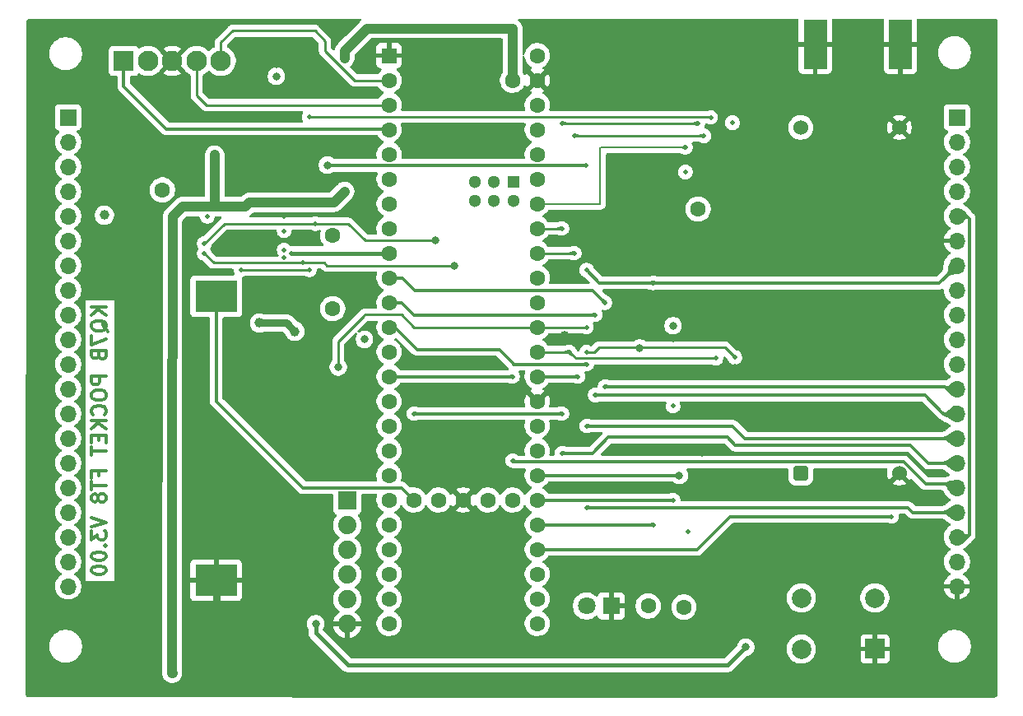
<source format=gbl>
G04 #@! TF.GenerationSoftware,KiCad,Pcbnew,9.0.5*
G04 #@! TF.CreationDate,2026-01-31T11:44:17-08:00*
G04 #@! TF.ProjectId,PocketFT8Xcvr,506f636b-6574-4465-9438-586376722e6b,rev?*
G04 #@! TF.SameCoordinates,Original*
G04 #@! TF.FileFunction,Copper,L4,Bot*
G04 #@! TF.FilePolarity,Positive*
%FSLAX46Y46*%
G04 Gerber Fmt 4.6, Leading zero omitted, Abs format (unit mm)*
G04 Created by KiCad (PCBNEW 9.0.5) date 2026-01-31 11:44:17*
%MOMM*%
%LPD*%
G01*
G04 APERTURE LIST*
G04 Aperture macros list*
%AMRoundRect*
0 Rectangle with rounded corners*
0 $1 Rounding radius*
0 $2 $3 $4 $5 $6 $7 $8 $9 X,Y pos of 4 corners*
0 Add a 4 corners polygon primitive as box body*
4,1,4,$2,$3,$4,$5,$6,$7,$8,$9,$2,$3,0*
0 Add four circle primitives for the rounded corners*
1,1,$1+$1,$2,$3*
1,1,$1+$1,$4,$5*
1,1,$1+$1,$6,$7*
1,1,$1+$1,$8,$9*
0 Add four rect primitives between the rounded corners*
20,1,$1+$1,$2,$3,$4,$5,0*
20,1,$1+$1,$4,$5,$6,$7,0*
20,1,$1+$1,$6,$7,$8,$9,0*
20,1,$1+$1,$8,$9,$2,$3,0*%
G04 Aperture macros list end*
%ADD10C,0.300000*%
G04 #@! TA.AperFunction,NonConductor*
%ADD11C,0.300000*%
G04 #@! TD*
G04 #@! TA.AperFunction,ComponentPad*
%ADD12R,1.600000X1.600000*%
G04 #@! TD*
G04 #@! TA.AperFunction,ComponentPad*
%ADD13C,1.600000*%
G04 #@! TD*
G04 #@! TA.AperFunction,ComponentPad*
%ADD14R,1.300000X1.300000*%
G04 #@! TD*
G04 #@! TA.AperFunction,ComponentPad*
%ADD15C,1.300000*%
G04 #@! TD*
G04 #@! TA.AperFunction,SMDPad,CuDef*
%ADD16R,2.413000X5.080000*%
G04 #@! TD*
G04 #@! TA.AperFunction,ComponentPad*
%ADD17R,1.700000X1.700000*%
G04 #@! TD*
G04 #@! TA.AperFunction,ComponentPad*
%ADD18O,1.700000X1.700000*%
G04 #@! TD*
G04 #@! TA.AperFunction,ComponentPad*
%ADD19R,1.879600X1.879600*%
G04 #@! TD*
G04 #@! TA.AperFunction,ComponentPad*
%ADD20C,1.879600*%
G04 #@! TD*
G04 #@! TA.AperFunction,ComponentPad*
%ADD21RoundRect,0.250000X0.512000X-0.512000X0.512000X0.512000X-0.512000X0.512000X-0.512000X-0.512000X0*%
G04 #@! TD*
G04 #@! TA.AperFunction,ComponentPad*
%ADD22C,1.524000*%
G04 #@! TD*
G04 #@! TA.AperFunction,ComponentPad*
%ADD23R,1.800000X1.800000*%
G04 #@! TD*
G04 #@! TA.AperFunction,ComponentPad*
%ADD24C,1.800000*%
G04 #@! TD*
G04 #@! TA.AperFunction,ComponentPad*
%ADD25R,2.000000X2.000000*%
G04 #@! TD*
G04 #@! TA.AperFunction,ComponentPad*
%ADD26C,2.000000*%
G04 #@! TD*
G04 #@! TA.AperFunction,ComponentPad*
%ADD27R,2.100000X2.100000*%
G04 #@! TD*
G04 #@! TA.AperFunction,ComponentPad*
%ADD28C,2.100000*%
G04 #@! TD*
G04 #@! TA.AperFunction,SMDPad,CuDef*
%ADD29R,4.318000X3.302000*%
G04 #@! TD*
G04 #@! TA.AperFunction,ViaPad*
%ADD30C,1.000000*%
G04 #@! TD*
G04 #@! TA.AperFunction,ViaPad*
%ADD31C,0.500000*%
G04 #@! TD*
G04 #@! TA.AperFunction,ViaPad*
%ADD32C,0.800000*%
G04 #@! TD*
G04 #@! TA.AperFunction,Conductor*
%ADD33C,0.300000*%
G04 #@! TD*
G04 #@! TA.AperFunction,Conductor*
%ADD34C,0.800000*%
G04 #@! TD*
G04 #@! TA.AperFunction,Conductor*
%ADD35C,1.000000*%
G04 #@! TD*
G04 #@! TA.AperFunction,Conductor*
%ADD36C,0.250000*%
G04 #@! TD*
G04 #@! TA.AperFunction,Conductor*
%ADD37C,0.438000*%
G04 #@! TD*
G04 #@! TA.AperFunction,Conductor*
%ADD38C,0.200000*%
G04 #@! TD*
G04 APERTURE END LIST*
D10*
D11*
X110610828Y-80474510D02*
X109110828Y-80474510D01*
X110610828Y-81331653D02*
X109753685Y-80688796D01*
X109110828Y-81331653D02*
X109967971Y-80474510D01*
X110753685Y-82974510D02*
X110682257Y-82831653D01*
X110682257Y-82831653D02*
X110539400Y-82688796D01*
X110539400Y-82688796D02*
X110325114Y-82474510D01*
X110325114Y-82474510D02*
X110253685Y-82331653D01*
X110253685Y-82331653D02*
X110253685Y-82188796D01*
X110610828Y-82260225D02*
X110539400Y-82117368D01*
X110539400Y-82117368D02*
X110396542Y-81974510D01*
X110396542Y-81974510D02*
X110110828Y-81903082D01*
X110110828Y-81903082D02*
X109610828Y-81903082D01*
X109610828Y-81903082D02*
X109325114Y-81974510D01*
X109325114Y-81974510D02*
X109182257Y-82117368D01*
X109182257Y-82117368D02*
X109110828Y-82260225D01*
X109110828Y-82260225D02*
X109110828Y-82545939D01*
X109110828Y-82545939D02*
X109182257Y-82688796D01*
X109182257Y-82688796D02*
X109325114Y-82831653D01*
X109325114Y-82831653D02*
X109610828Y-82903082D01*
X109610828Y-82903082D02*
X110110828Y-82903082D01*
X110110828Y-82903082D02*
X110396542Y-82831653D01*
X110396542Y-82831653D02*
X110539400Y-82688796D01*
X110539400Y-82688796D02*
X110610828Y-82545939D01*
X110610828Y-82545939D02*
X110610828Y-82260225D01*
X109110828Y-83403082D02*
X109110828Y-84403082D01*
X109110828Y-84403082D02*
X110610828Y-83760225D01*
X109825114Y-85474510D02*
X109896542Y-85688796D01*
X109896542Y-85688796D02*
X109967971Y-85760225D01*
X109967971Y-85760225D02*
X110110828Y-85831653D01*
X110110828Y-85831653D02*
X110325114Y-85831653D01*
X110325114Y-85831653D02*
X110467971Y-85760225D01*
X110467971Y-85760225D02*
X110539400Y-85688796D01*
X110539400Y-85688796D02*
X110610828Y-85545939D01*
X110610828Y-85545939D02*
X110610828Y-84974510D01*
X110610828Y-84974510D02*
X109110828Y-84974510D01*
X109110828Y-84974510D02*
X109110828Y-85474510D01*
X109110828Y-85474510D02*
X109182257Y-85617368D01*
X109182257Y-85617368D02*
X109253685Y-85688796D01*
X109253685Y-85688796D02*
X109396542Y-85760225D01*
X109396542Y-85760225D02*
X109539400Y-85760225D01*
X109539400Y-85760225D02*
X109682257Y-85688796D01*
X109682257Y-85688796D02*
X109753685Y-85617368D01*
X109753685Y-85617368D02*
X109825114Y-85474510D01*
X109825114Y-85474510D02*
X109825114Y-84974510D01*
X110610828Y-87617367D02*
X109110828Y-87617367D01*
X109110828Y-87617367D02*
X109110828Y-88188796D01*
X109110828Y-88188796D02*
X109182257Y-88331653D01*
X109182257Y-88331653D02*
X109253685Y-88403082D01*
X109253685Y-88403082D02*
X109396542Y-88474510D01*
X109396542Y-88474510D02*
X109610828Y-88474510D01*
X109610828Y-88474510D02*
X109753685Y-88403082D01*
X109753685Y-88403082D02*
X109825114Y-88331653D01*
X109825114Y-88331653D02*
X109896542Y-88188796D01*
X109896542Y-88188796D02*
X109896542Y-87617367D01*
X109110828Y-89403082D02*
X109110828Y-89688796D01*
X109110828Y-89688796D02*
X109182257Y-89831653D01*
X109182257Y-89831653D02*
X109325114Y-89974510D01*
X109325114Y-89974510D02*
X109610828Y-90045939D01*
X109610828Y-90045939D02*
X110110828Y-90045939D01*
X110110828Y-90045939D02*
X110396542Y-89974510D01*
X110396542Y-89974510D02*
X110539400Y-89831653D01*
X110539400Y-89831653D02*
X110610828Y-89688796D01*
X110610828Y-89688796D02*
X110610828Y-89403082D01*
X110610828Y-89403082D02*
X110539400Y-89260225D01*
X110539400Y-89260225D02*
X110396542Y-89117367D01*
X110396542Y-89117367D02*
X110110828Y-89045939D01*
X110110828Y-89045939D02*
X109610828Y-89045939D01*
X109610828Y-89045939D02*
X109325114Y-89117367D01*
X109325114Y-89117367D02*
X109182257Y-89260225D01*
X109182257Y-89260225D02*
X109110828Y-89403082D01*
X110467971Y-91545939D02*
X110539400Y-91474511D01*
X110539400Y-91474511D02*
X110610828Y-91260225D01*
X110610828Y-91260225D02*
X110610828Y-91117368D01*
X110610828Y-91117368D02*
X110539400Y-90903082D01*
X110539400Y-90903082D02*
X110396542Y-90760225D01*
X110396542Y-90760225D02*
X110253685Y-90688796D01*
X110253685Y-90688796D02*
X109967971Y-90617368D01*
X109967971Y-90617368D02*
X109753685Y-90617368D01*
X109753685Y-90617368D02*
X109467971Y-90688796D01*
X109467971Y-90688796D02*
X109325114Y-90760225D01*
X109325114Y-90760225D02*
X109182257Y-90903082D01*
X109182257Y-90903082D02*
X109110828Y-91117368D01*
X109110828Y-91117368D02*
X109110828Y-91260225D01*
X109110828Y-91260225D02*
X109182257Y-91474511D01*
X109182257Y-91474511D02*
X109253685Y-91545939D01*
X110610828Y-92188796D02*
X109110828Y-92188796D01*
X110610828Y-93045939D02*
X109753685Y-92403082D01*
X109110828Y-93045939D02*
X109967971Y-92188796D01*
X109825114Y-93688796D02*
X109825114Y-94188796D01*
X110610828Y-94403082D02*
X110610828Y-93688796D01*
X110610828Y-93688796D02*
X109110828Y-93688796D01*
X109110828Y-93688796D02*
X109110828Y-94403082D01*
X109110828Y-94831654D02*
X109110828Y-95688797D01*
X110610828Y-95260225D02*
X109110828Y-95260225D01*
X109825114Y-97831653D02*
X109825114Y-97331653D01*
X110610828Y-97331653D02*
X109110828Y-97331653D01*
X109110828Y-97331653D02*
X109110828Y-98045939D01*
X109110828Y-98403082D02*
X109110828Y-99260225D01*
X110610828Y-98831653D02*
X109110828Y-98831653D01*
X109753685Y-99974510D02*
X109682257Y-99831653D01*
X109682257Y-99831653D02*
X109610828Y-99760224D01*
X109610828Y-99760224D02*
X109467971Y-99688796D01*
X109467971Y-99688796D02*
X109396542Y-99688796D01*
X109396542Y-99688796D02*
X109253685Y-99760224D01*
X109253685Y-99760224D02*
X109182257Y-99831653D01*
X109182257Y-99831653D02*
X109110828Y-99974510D01*
X109110828Y-99974510D02*
X109110828Y-100260224D01*
X109110828Y-100260224D02*
X109182257Y-100403082D01*
X109182257Y-100403082D02*
X109253685Y-100474510D01*
X109253685Y-100474510D02*
X109396542Y-100545939D01*
X109396542Y-100545939D02*
X109467971Y-100545939D01*
X109467971Y-100545939D02*
X109610828Y-100474510D01*
X109610828Y-100474510D02*
X109682257Y-100403082D01*
X109682257Y-100403082D02*
X109753685Y-100260224D01*
X109753685Y-100260224D02*
X109753685Y-99974510D01*
X109753685Y-99974510D02*
X109825114Y-99831653D01*
X109825114Y-99831653D02*
X109896542Y-99760224D01*
X109896542Y-99760224D02*
X110039400Y-99688796D01*
X110039400Y-99688796D02*
X110325114Y-99688796D01*
X110325114Y-99688796D02*
X110467971Y-99760224D01*
X110467971Y-99760224D02*
X110539400Y-99831653D01*
X110539400Y-99831653D02*
X110610828Y-99974510D01*
X110610828Y-99974510D02*
X110610828Y-100260224D01*
X110610828Y-100260224D02*
X110539400Y-100403082D01*
X110539400Y-100403082D02*
X110467971Y-100474510D01*
X110467971Y-100474510D02*
X110325114Y-100545939D01*
X110325114Y-100545939D02*
X110039400Y-100545939D01*
X110039400Y-100545939D02*
X109896542Y-100474510D01*
X109896542Y-100474510D02*
X109825114Y-100403082D01*
X109825114Y-100403082D02*
X109753685Y-100260224D01*
X109110828Y-102117367D02*
X110610828Y-102617367D01*
X110610828Y-102617367D02*
X109110828Y-103117367D01*
X109110828Y-103474509D02*
X109110828Y-104403081D01*
X109110828Y-104403081D02*
X109682257Y-103903081D01*
X109682257Y-103903081D02*
X109682257Y-104117366D01*
X109682257Y-104117366D02*
X109753685Y-104260224D01*
X109753685Y-104260224D02*
X109825114Y-104331652D01*
X109825114Y-104331652D02*
X109967971Y-104403081D01*
X109967971Y-104403081D02*
X110325114Y-104403081D01*
X110325114Y-104403081D02*
X110467971Y-104331652D01*
X110467971Y-104331652D02*
X110539400Y-104260224D01*
X110539400Y-104260224D02*
X110610828Y-104117366D01*
X110610828Y-104117366D02*
X110610828Y-103688795D01*
X110610828Y-103688795D02*
X110539400Y-103545938D01*
X110539400Y-103545938D02*
X110467971Y-103474509D01*
X110467971Y-105045937D02*
X110539400Y-105117366D01*
X110539400Y-105117366D02*
X110610828Y-105045937D01*
X110610828Y-105045937D02*
X110539400Y-104974509D01*
X110539400Y-104974509D02*
X110467971Y-105045937D01*
X110467971Y-105045937D02*
X110610828Y-105045937D01*
X109110828Y-106045938D02*
X109110828Y-106188795D01*
X109110828Y-106188795D02*
X109182257Y-106331652D01*
X109182257Y-106331652D02*
X109253685Y-106403081D01*
X109253685Y-106403081D02*
X109396542Y-106474509D01*
X109396542Y-106474509D02*
X109682257Y-106545938D01*
X109682257Y-106545938D02*
X110039400Y-106545938D01*
X110039400Y-106545938D02*
X110325114Y-106474509D01*
X110325114Y-106474509D02*
X110467971Y-106403081D01*
X110467971Y-106403081D02*
X110539400Y-106331652D01*
X110539400Y-106331652D02*
X110610828Y-106188795D01*
X110610828Y-106188795D02*
X110610828Y-106045938D01*
X110610828Y-106045938D02*
X110539400Y-105903081D01*
X110539400Y-105903081D02*
X110467971Y-105831652D01*
X110467971Y-105831652D02*
X110325114Y-105760223D01*
X110325114Y-105760223D02*
X110039400Y-105688795D01*
X110039400Y-105688795D02*
X109682257Y-105688795D01*
X109682257Y-105688795D02*
X109396542Y-105760223D01*
X109396542Y-105760223D02*
X109253685Y-105831652D01*
X109253685Y-105831652D02*
X109182257Y-105903081D01*
X109182257Y-105903081D02*
X109110828Y-106045938D01*
X109110828Y-107474509D02*
X109110828Y-107617366D01*
X109110828Y-107617366D02*
X109182257Y-107760223D01*
X109182257Y-107760223D02*
X109253685Y-107831652D01*
X109253685Y-107831652D02*
X109396542Y-107903080D01*
X109396542Y-107903080D02*
X109682257Y-107974509D01*
X109682257Y-107974509D02*
X110039400Y-107974509D01*
X110039400Y-107974509D02*
X110325114Y-107903080D01*
X110325114Y-107903080D02*
X110467971Y-107831652D01*
X110467971Y-107831652D02*
X110539400Y-107760223D01*
X110539400Y-107760223D02*
X110610828Y-107617366D01*
X110610828Y-107617366D02*
X110610828Y-107474509D01*
X110610828Y-107474509D02*
X110539400Y-107331652D01*
X110539400Y-107331652D02*
X110467971Y-107260223D01*
X110467971Y-107260223D02*
X110325114Y-107188794D01*
X110325114Y-107188794D02*
X110039400Y-107117366D01*
X110039400Y-107117366D02*
X109682257Y-107117366D01*
X109682257Y-107117366D02*
X109396542Y-107188794D01*
X109396542Y-107188794D02*
X109253685Y-107260223D01*
X109253685Y-107260223D02*
X109182257Y-107331652D01*
X109182257Y-107331652D02*
X109110828Y-107474509D01*
D12*
X139700000Y-54610000D03*
D13*
X139700000Y-57150000D03*
X139700000Y-59690000D03*
X139700000Y-62230000D03*
X139700000Y-64770000D03*
X139700000Y-67310000D03*
X139700000Y-69850000D03*
X139700000Y-72390000D03*
X139700000Y-74930000D03*
X139700000Y-77470000D03*
X139700000Y-80010000D03*
X139700000Y-82550000D03*
X139700000Y-85090000D03*
X139700000Y-87630000D03*
X139700000Y-90170000D03*
X139700000Y-92710000D03*
X139700000Y-95250000D03*
X139700000Y-97790000D03*
X139700000Y-100330000D03*
X139700000Y-102870000D03*
X139700000Y-105410000D03*
X139700000Y-107950000D03*
X139700000Y-110490000D03*
X139700000Y-113030000D03*
X154940000Y-113030000D03*
X154940000Y-110490000D03*
X154940000Y-107950000D03*
X154940000Y-105410000D03*
X154940000Y-102870000D03*
X154940000Y-100330000D03*
X154940000Y-97790000D03*
X154940000Y-95250000D03*
X154940000Y-92710000D03*
X154940000Y-90170000D03*
X154940000Y-87630000D03*
X154940000Y-85090000D03*
X154940000Y-82550000D03*
X154940000Y-80010000D03*
X154940000Y-77470000D03*
X154940000Y-74930000D03*
X154940000Y-72390000D03*
X154940000Y-69850000D03*
X154940000Y-67310000D03*
X154940000Y-64770000D03*
X154940000Y-62230000D03*
X154940000Y-59690000D03*
X154940000Y-57150000D03*
X154940000Y-54610000D03*
X152400000Y-57150000D03*
X142240000Y-100330000D03*
X144780000Y-100330000D03*
X147320000Y-100330000D03*
X149860000Y-100330000D03*
X152400000Y-100330000D03*
D14*
X152501600Y-67580000D03*
D15*
X150501600Y-67580000D03*
X148501600Y-67580000D03*
X148501600Y-69580000D03*
X150501600Y-69580000D03*
X152501600Y-69580000D03*
D13*
X116390000Y-68430000D03*
D16*
X183537000Y-53460000D03*
X192300000Y-53460000D03*
D17*
X198120000Y-60960000D03*
D18*
X198120000Y-63500000D03*
X198120000Y-66040000D03*
X198120000Y-68580000D03*
X198120000Y-71120000D03*
X198120000Y-73660000D03*
X198120000Y-76200000D03*
X198120000Y-78740000D03*
X198120000Y-81280000D03*
X198120000Y-83820000D03*
X198120000Y-86360000D03*
X198120000Y-88900000D03*
X198120000Y-91440000D03*
X198120000Y-93980000D03*
X198120000Y-96520000D03*
X198120000Y-99060000D03*
X198120000Y-101600000D03*
X198120000Y-104140000D03*
X198120000Y-106680000D03*
X198120000Y-109220000D03*
D19*
X135400000Y-100400000D03*
D20*
X135400000Y-102940000D03*
X135400000Y-105480000D03*
X135400000Y-108020000D03*
X135400000Y-110560000D03*
X135400000Y-113100000D03*
D13*
X133900000Y-80650000D03*
X171490000Y-70400000D03*
D21*
X182050000Y-97560000D03*
D22*
X192210000Y-97560000D03*
X182050000Y-62000000D03*
X192210000Y-62000000D03*
D23*
X162550000Y-111225000D03*
D24*
X160010000Y-111225000D03*
D25*
X189710000Y-115650000D03*
D26*
X182110000Y-115670000D03*
X189670000Y-110410000D03*
X182110000Y-110410000D03*
D13*
X133900000Y-73150000D03*
X166350000Y-111240000D03*
D27*
X112400000Y-55150000D03*
D28*
X114900000Y-55150000D03*
X117400000Y-55150000D03*
X119900000Y-55150000D03*
X122400000Y-55150000D03*
D17*
X106680000Y-60960000D03*
D18*
X106680000Y-63500000D03*
X106680000Y-66040000D03*
X106680000Y-68580000D03*
X106680000Y-71120000D03*
X106680000Y-73660000D03*
X106680000Y-76200000D03*
X106680000Y-78740000D03*
X106680000Y-81280000D03*
X106680000Y-83820000D03*
X106680000Y-86360000D03*
X106680000Y-88900000D03*
X106680000Y-91440000D03*
X106680000Y-93980000D03*
X106680000Y-96520000D03*
X106680000Y-99060000D03*
X106680000Y-101600000D03*
X106680000Y-104140000D03*
X106680000Y-106680000D03*
X106680000Y-109220000D03*
D13*
X170030000Y-111340000D03*
D29*
X121920000Y-108585000D03*
X121920000Y-79375000D03*
D30*
X177450000Y-106690000D03*
X111890000Y-67930000D03*
D31*
X163830000Y-90551000D03*
D30*
X163900000Y-115550000D03*
D31*
X168910000Y-83820000D03*
D30*
X124800000Y-63875000D03*
X175030000Y-66820000D03*
X135890000Y-86080000D03*
D31*
X124700000Y-74200000D03*
X123200000Y-74250000D03*
D32*
X129600000Y-56740000D03*
D31*
X170190000Y-52060000D03*
D32*
X114200000Y-76570000D03*
D31*
X163820000Y-67160000D03*
D30*
X148350000Y-86350000D03*
X177400000Y-99960000D03*
D31*
X128900000Y-71150000D03*
D32*
X126400000Y-80650000D03*
D31*
X128900000Y-75400000D03*
D30*
X171910000Y-95400000D03*
D32*
X173660000Y-81570000D03*
D31*
X175390000Y-79450000D03*
D30*
X179930000Y-74720000D03*
D32*
X129600000Y-54250000D03*
D30*
X187180000Y-74800000D03*
X189370000Y-106690000D03*
D31*
X168910000Y-60071000D03*
X170815000Y-52070000D03*
D30*
X187180000Y-67280000D03*
X147060000Y-63230000D03*
X114520000Y-92710000D03*
X157770000Y-76770000D03*
X126450000Y-106020000D03*
X200810000Y-86430000D03*
X179880000Y-64960000D03*
X166740000Y-65290000D03*
X114470000Y-82060000D03*
D31*
X169530000Y-52060000D03*
D30*
X114380000Y-105920000D03*
X147330000Y-95830000D03*
D31*
X173980000Y-63660000D03*
X173340000Y-87300000D03*
D30*
X163790000Y-95170000D03*
X171480000Y-73690000D03*
X187030000Y-91920000D03*
D31*
X170815000Y-60071000D03*
D32*
X123200000Y-66700000D03*
X125225000Y-96875000D03*
X128100000Y-55470000D03*
X121920000Y-113030000D03*
D31*
X124700000Y-72750000D03*
D30*
X109840000Y-61050000D03*
X128360000Y-63850000D03*
X166740000Y-52670000D03*
D32*
X133600000Y-96450000D03*
D30*
X147330000Y-115440000D03*
D31*
X175270000Y-86560000D03*
X169545000Y-60071000D03*
D30*
X157790000Y-83420000D03*
D31*
X123200000Y-72750000D03*
D30*
X187110000Y-84470000D03*
X165490000Y-82900000D03*
X180390000Y-55710000D03*
X174560000Y-90970000D03*
X161920000Y-71830000D03*
X189370000Y-99960000D03*
D31*
X121000000Y-71150000D03*
X128900000Y-74600000D03*
X168910000Y-90670000D03*
X128900000Y-72650000D03*
D32*
X128100000Y-56740000D03*
D30*
X110420000Y-71020000D03*
D31*
X170180000Y-66590000D03*
X175020000Y-61510000D03*
D32*
X168910000Y-82400000D03*
D30*
X135128000Y-54864000D03*
X128340000Y-69700000D03*
X135128000Y-68580000D03*
X126375000Y-82125000D03*
X117375000Y-118150000D03*
X124900000Y-70150000D03*
X121760000Y-64850000D03*
X130000000Y-82975000D03*
X152400000Y-51816000D03*
X117420000Y-82120000D03*
D31*
X129650000Y-74950000D03*
X131490000Y-60920000D03*
X131490000Y-76650000D03*
X124450000Y-76650000D03*
X172790000Y-60960000D03*
X142240000Y-91440000D03*
X157480000Y-91440000D03*
X157480000Y-95504000D03*
D32*
X165480000Y-84690000D03*
D31*
X175270000Y-85660000D03*
X160000000Y-82550000D03*
D32*
X134475000Y-86650000D03*
D31*
X160000000Y-85125000D03*
X173330000Y-85750000D03*
X158242000Y-85090000D03*
X172085000Y-62865000D03*
X158750000Y-74930000D03*
X158750000Y-62865000D03*
X157480000Y-61595000D03*
X171450000Y-61595000D03*
X157480000Y-72390000D03*
X168910000Y-100330000D03*
X166878000Y-102870000D03*
X161925000Y-88646000D03*
X161900000Y-80025000D03*
X152400000Y-87630000D03*
X152400000Y-96266000D03*
X120700000Y-73950000D03*
D32*
X144420000Y-73630000D03*
D31*
X132110000Y-71895000D03*
X160020000Y-101092000D03*
X159131000Y-87630000D03*
X120700000Y-74950000D03*
X130810000Y-75902000D03*
D32*
X146400000Y-76200000D03*
D31*
X160909000Y-89535000D03*
X160909000Y-81280000D03*
X160020000Y-92710000D03*
X160020000Y-86360000D03*
D32*
X176400000Y-115475000D03*
X132150000Y-113050000D03*
D31*
X170180000Y-64040000D03*
X166875000Y-78000000D03*
X159975000Y-65925000D03*
D32*
X133350000Y-65875000D03*
D31*
X160025000Y-76675000D03*
D32*
X169560000Y-97790000D03*
D31*
X170490000Y-103630000D03*
D32*
X137160000Y-83800000D03*
D31*
X191400000Y-102030000D03*
D33*
X142240000Y-100330000D02*
X140970000Y-99060000D01*
X130810000Y-99060000D02*
X121920000Y-90170000D01*
X140970000Y-99060000D02*
X130810000Y-99060000D01*
X121920000Y-90170000D02*
X121920000Y-79375000D01*
D34*
X121920000Y-113030000D02*
X121920000Y-108585000D01*
D35*
X117375000Y-118150000D02*
X117420000Y-118120000D01*
X121700000Y-70150000D02*
X118440000Y-70150000D01*
X117420000Y-71170000D02*
X117391786Y-100625000D01*
X117391786Y-100625000D02*
X117379957Y-112975000D01*
X124900000Y-70150000D02*
X125350000Y-69700000D01*
X117379957Y-112975000D02*
X117375000Y-118150000D01*
D34*
X129150000Y-82125000D02*
X130000000Y-82975000D01*
D35*
X152400000Y-57150000D02*
X152400000Y-51816000D01*
X121700000Y-70150000D02*
X121760000Y-70090000D01*
X134008000Y-69700000D02*
X135128000Y-68580000D01*
X124900000Y-70150000D02*
X121700000Y-70150000D01*
X118440000Y-70150000D02*
X117420000Y-71170000D01*
X152400000Y-51816000D02*
X137414000Y-51816000D01*
X137414000Y-51816000D02*
X135128000Y-54102000D01*
X135128000Y-54102000D02*
X135128000Y-54864000D01*
D34*
X126375000Y-82125000D02*
X129150000Y-82125000D01*
D35*
X121760000Y-70090000D02*
X121760000Y-64850000D01*
X125350000Y-69700000D02*
X128340000Y-69700000D01*
X128340000Y-69700000D02*
X134008000Y-69700000D01*
D36*
X129670000Y-74930000D02*
X129650000Y-74950000D01*
D37*
X139700000Y-74930000D02*
X129670000Y-74930000D01*
D36*
X131490000Y-76650000D02*
X124450000Y-76650000D01*
X131490000Y-60920000D02*
X172750000Y-60920000D01*
X172750000Y-60920000D02*
X172790000Y-60960000D01*
D33*
X162262291Y-93880000D02*
X160638291Y-95504000D01*
X198120000Y-96520000D02*
X195140000Y-96520000D01*
X160638291Y-95504000D02*
X157480000Y-95504000D01*
X175320000Y-94700000D02*
X174500000Y-93880000D01*
X142240000Y-91440000D02*
X157480000Y-91440000D01*
X193320000Y-94700000D02*
X175320000Y-94700000D01*
X174500000Y-93880000D02*
X162262291Y-93880000D01*
X195140000Y-96520000D02*
X193320000Y-94700000D01*
D36*
X175250000Y-85650000D02*
X175260000Y-85660000D01*
X141000000Y-81250000D02*
X142300000Y-82550000D01*
X175270000Y-85660000D02*
X175270000Y-85670000D01*
X134475000Y-84000000D02*
X137075000Y-81400000D01*
X175260000Y-85660000D02*
X175270000Y-85660000D01*
X142300000Y-82550000D02*
X154940000Y-82550000D01*
X137075000Y-81375000D02*
X137200000Y-81250000D01*
X165540000Y-84630000D02*
X165480000Y-84690000D01*
X134475000Y-86650000D02*
X134475000Y-84000000D01*
X161295000Y-84630000D02*
X160800000Y-85125000D01*
X165420000Y-84630000D02*
X161295000Y-84630000D01*
X174230000Y-84630000D02*
X165540000Y-84630000D01*
X160800000Y-85125000D02*
X160000000Y-85125000D01*
X175270000Y-85670000D02*
X174230000Y-84630000D01*
X165480000Y-84690000D02*
X165420000Y-84630000D01*
X160000000Y-82550000D02*
X154940000Y-82550000D01*
X137200000Y-81250000D02*
X141000000Y-81250000D01*
X137075000Y-81400000D02*
X137075000Y-81375000D01*
X158902000Y-85750000D02*
X158242000Y-85090000D01*
X173330000Y-85750000D02*
X158902000Y-85750000D01*
X154940000Y-85090000D02*
X158242000Y-85090000D01*
X158750000Y-62865000D02*
X172085000Y-62865000D01*
X154940000Y-74930000D02*
X158750000Y-74930000D01*
X157480000Y-61595000D02*
X171450000Y-61595000D01*
X157480000Y-72390000D02*
X154940000Y-72390000D01*
D33*
X154940000Y-100330000D02*
X154978000Y-100292000D01*
X168910000Y-100330000D02*
X154940000Y-100330000D01*
X154940000Y-102870000D02*
X166878000Y-102870000D01*
X196850000Y-88646000D02*
X161925000Y-88646000D01*
X197104000Y-88900000D02*
X196850000Y-88646000D01*
X198120000Y-88900000D02*
X197104000Y-88900000D01*
X161900000Y-80025000D02*
X160615000Y-78740000D01*
X142367000Y-78740000D02*
X141097000Y-77470000D01*
X160615000Y-78740000D02*
X142367000Y-78740000D01*
X141097000Y-77470000D02*
X139700000Y-77470000D01*
X194900000Y-98660000D02*
X192660000Y-96420000D01*
X152554000Y-96420000D02*
X152400000Y-96266000D01*
X197720000Y-98660000D02*
X194900000Y-98660000D01*
X139700000Y-87630000D02*
X152400000Y-87630000D01*
X192660000Y-96420000D02*
X152554000Y-96420000D01*
X198120000Y-99060000D02*
X197720000Y-98660000D01*
X112400000Y-57750000D02*
X116800000Y-62150000D01*
X112400000Y-55150000D02*
X112400000Y-57750000D01*
X116800000Y-62150000D02*
X139620000Y-62150000D01*
D36*
X139620000Y-62150000D02*
X139700000Y-62230000D01*
X135505000Y-71895000D02*
X122755000Y-71895000D01*
X122755000Y-71895000D02*
X120700000Y-73950000D01*
X137240000Y-73630000D02*
X135505000Y-71895000D01*
X144420000Y-73630000D02*
X137240000Y-73630000D01*
D33*
X193042000Y-101092000D02*
X193550000Y-101600000D01*
X193550000Y-101600000D02*
X198120000Y-101600000D01*
X160020000Y-101092000D02*
X193042000Y-101092000D01*
X154940000Y-87630000D02*
X159131000Y-87630000D01*
D36*
X121652000Y-75902000D02*
X120700000Y-74950000D01*
X132998000Y-75902000D02*
X121652000Y-75902000D01*
X133296000Y-76200000D02*
X132998000Y-75902000D01*
X146400000Y-76200000D02*
X133296000Y-76200000D01*
X130837000Y-75875000D02*
X130810000Y-75902000D01*
D33*
X140970000Y-80010000D02*
X139700000Y-80010000D01*
X170180000Y-89535000D02*
X160909000Y-89535000D01*
X160782000Y-81280000D02*
X160909000Y-81280000D01*
X160782000Y-81280000D02*
X142240000Y-81280000D01*
X194818000Y-89535000D02*
X196723000Y-91440000D01*
X196723000Y-91440000D02*
X198120000Y-91440000D01*
X142240000Y-81280000D02*
X140970000Y-80010000D01*
X170180000Y-89535000D02*
X194818000Y-89535000D01*
X152500000Y-86300000D02*
X151050000Y-84850000D01*
X175006000Y-92710000D02*
X176276000Y-93980000D01*
X160020000Y-92710000D02*
X175006000Y-92710000D01*
X140300000Y-82550000D02*
X139700000Y-82550000D01*
X151050000Y-84850000D02*
X142600000Y-84850000D01*
X160020000Y-86360000D02*
X152510000Y-86360000D01*
X142600000Y-84850000D02*
X140300000Y-82550000D01*
X176276000Y-93980000D02*
X198120000Y-93980000D01*
X199136000Y-104140000D02*
X199390000Y-103886000D01*
X199390000Y-103886000D02*
X199390000Y-71374000D01*
X198120000Y-104140000D02*
X199136000Y-104140000D01*
X199136000Y-71120000D02*
X198120000Y-71120000D01*
X199390000Y-71374000D02*
X199136000Y-71120000D01*
D36*
X133096000Y-54104792D02*
X136141208Y-57150000D01*
X132060000Y-52050000D02*
X123600000Y-52050000D01*
X136141208Y-57150000D02*
X139700000Y-57150000D01*
X132060000Y-52050000D02*
X133096000Y-53086000D01*
X133096000Y-53086000D02*
X133096000Y-54104792D01*
X122400000Y-53250000D02*
X122400000Y-55150000D01*
X123600000Y-52050000D02*
X122400000Y-53250000D01*
X119900000Y-55150000D02*
X119900000Y-58690000D01*
X139700000Y-59690000D02*
X120900000Y-59690000D01*
X119900000Y-58690000D02*
X120900000Y-59690000D01*
D37*
X132150000Y-113050000D02*
X132150000Y-114025000D01*
X135450000Y-117325000D02*
X174550000Y-117325000D01*
X174550000Y-117325000D02*
X176400000Y-115475000D01*
X132150000Y-114025000D02*
X135450000Y-117325000D01*
D38*
X161475000Y-64050000D02*
X161425000Y-64100000D01*
X170180000Y-64040000D02*
X170170000Y-64050000D01*
X161425000Y-69850000D02*
X154940000Y-69850000D01*
X170170000Y-64050000D02*
X161475000Y-64050000D01*
X161425000Y-64100000D02*
X161425000Y-69850000D01*
D33*
X133400000Y-65925000D02*
X133350000Y-65875000D01*
X161350000Y-78000000D02*
X160025000Y-76675000D01*
X196295000Y-78025000D02*
X198120000Y-76200000D01*
X159975000Y-65925000D02*
X133400000Y-65925000D01*
X166875000Y-78000000D02*
X166900000Y-78025000D01*
X166875000Y-78000000D02*
X161350000Y-78000000D01*
X166900000Y-78025000D02*
X196295000Y-78025000D01*
X155067000Y-97790000D02*
X169560000Y-97790000D01*
X174790000Y-102030000D02*
X174880000Y-102030000D01*
X154940000Y-105410000D02*
X171410000Y-105410000D01*
X171410000Y-105410000D02*
X174790000Y-102030000D01*
X191400000Y-102030000D02*
X174880000Y-102030000D01*
G04 #@! TA.AperFunction,Conductor*
G36*
X136746935Y-50807182D02*
G01*
X136770547Y-50809496D01*
X136779846Y-50816846D01*
X136791216Y-50820185D01*
X136806746Y-50838108D01*
X136825362Y-50852822D01*
X136829211Y-50864034D01*
X136836971Y-50872989D01*
X136840346Y-50896465D01*
X136848051Y-50918905D01*
X136845228Y-50930416D01*
X136846915Y-50942147D01*
X136837060Y-50963725D01*
X136831411Y-50986765D01*
X136819871Y-51001364D01*
X136817890Y-51005703D01*
X136813105Y-51009924D01*
X136809525Y-51014454D01*
X136801856Y-51021730D01*
X136776218Y-51038861D01*
X136636861Y-51178218D01*
X136636858Y-51178221D01*
X136635718Y-51179360D01*
X136635699Y-51179379D01*
X135218063Y-52597016D01*
X134490221Y-53324858D01*
X134490218Y-53324861D01*
X134451862Y-53363217D01*
X134350859Y-53464219D01*
X134241371Y-53628080D01*
X134241364Y-53628093D01*
X134210875Y-53701702D01*
X134210872Y-53701710D01*
X134209071Y-53706059D01*
X134165949Y-53810164D01*
X134152953Y-53875500D01*
X134151495Y-53882827D01*
X134151493Y-53882835D01*
X134131572Y-53982986D01*
X134099187Y-54044897D01*
X134038471Y-54079471D01*
X133968701Y-54075730D01*
X133922274Y-54046475D01*
X133757819Y-53882020D01*
X133724334Y-53820697D01*
X133721500Y-53794339D01*
X133721500Y-53024393D01*
X133721499Y-53024389D01*
X133697464Y-52903555D01*
X133697463Y-52903548D01*
X133650311Y-52789714D01*
X133650310Y-52789713D01*
X133650307Y-52789707D01*
X133581858Y-52687267D01*
X133581855Y-52687263D01*
X133491637Y-52597045D01*
X133491606Y-52597016D01*
X132553150Y-51658560D01*
X132545860Y-51651270D01*
X132545858Y-51651267D01*
X132458733Y-51564142D01*
X132407509Y-51529915D01*
X132356286Y-51495688D01*
X132356283Y-51495686D01*
X132356280Y-51495685D01*
X132282603Y-51465168D01*
X132282601Y-51465167D01*
X132275792Y-51462347D01*
X132242452Y-51448537D01*
X132182029Y-51436518D01*
X132177306Y-51435578D01*
X132177304Y-51435578D01*
X132121610Y-51424500D01*
X132121607Y-51424500D01*
X132121606Y-51424500D01*
X123661606Y-51424500D01*
X123538393Y-51424500D01*
X123538389Y-51424500D01*
X123482697Y-51435578D01*
X123477971Y-51436518D01*
X123434743Y-51445116D01*
X123417546Y-51448537D01*
X123303716Y-51495687D01*
X123303707Y-51495692D01*
X123201268Y-51564140D01*
X123157705Y-51607703D01*
X123114142Y-51651267D01*
X122003933Y-52761475D01*
X122003925Y-52761483D01*
X122001270Y-52764139D01*
X122001267Y-52764142D01*
X121914142Y-52851267D01*
X121887196Y-52891595D01*
X121882517Y-52898596D01*
X121882511Y-52898604D01*
X121845690Y-52953709D01*
X121845685Y-52953718D01*
X121814607Y-53028751D01*
X121812347Y-53034207D01*
X121806823Y-53047543D01*
X121798537Y-53067545D01*
X121798535Y-53067553D01*
X121774500Y-53188389D01*
X121774500Y-53652554D01*
X121754815Y-53719593D01*
X121706795Y-53763039D01*
X121587357Y-53823896D01*
X121389923Y-53967339D01*
X121389918Y-53967343D01*
X121237681Y-54119581D01*
X121176358Y-54153066D01*
X121106666Y-54148082D01*
X121062319Y-54119581D01*
X120910081Y-53967343D01*
X120910076Y-53967339D01*
X120712642Y-53823896D01*
X120712641Y-53823895D01*
X120712639Y-53823894D01*
X120495185Y-53713096D01*
X120263076Y-53637679D01*
X120263074Y-53637678D01*
X120263072Y-53637678D01*
X120062491Y-53605909D01*
X120022027Y-53599500D01*
X119777973Y-53599500D01*
X119737515Y-53605908D01*
X119536927Y-53637678D01*
X119536924Y-53637679D01*
X119314344Y-53710000D01*
X119304812Y-53713097D01*
X119087357Y-53823896D01*
X118889923Y-53967339D01*
X118889918Y-53967343D01*
X118717347Y-54139914D01*
X118717340Y-54139923D01*
X118600088Y-54301304D01*
X118587452Y-54316099D01*
X117923787Y-54979764D01*
X117912518Y-54937708D01*
X117840110Y-54812292D01*
X117737708Y-54709890D01*
X117612292Y-54637482D01*
X117570233Y-54626212D01*
X118304902Y-53891544D01*
X118304901Y-53891543D01*
X118212380Y-53824323D01*
X117994998Y-53713560D01*
X117762959Y-53638165D01*
X117521993Y-53600000D01*
X117278007Y-53600000D01*
X117037040Y-53638165D01*
X116805001Y-53713560D01*
X116587626Y-53824319D01*
X116495097Y-53891544D01*
X117229766Y-54626212D01*
X117187708Y-54637482D01*
X117062292Y-54709890D01*
X116959890Y-54812292D01*
X116887482Y-54937708D01*
X116876212Y-54979765D01*
X116212544Y-54316097D01*
X116199909Y-54301304D01*
X116082655Y-54139917D01*
X115910083Y-53967345D01*
X115910081Y-53967343D01*
X115910076Y-53967339D01*
X115712642Y-53823896D01*
X115712641Y-53823895D01*
X115712639Y-53823894D01*
X115495185Y-53713096D01*
X115263076Y-53637679D01*
X115263074Y-53637678D01*
X115263072Y-53637678D01*
X115062491Y-53605909D01*
X115022027Y-53599500D01*
X114777973Y-53599500D01*
X114737515Y-53605908D01*
X114536927Y-53637678D01*
X114536924Y-53637679D01*
X114314344Y-53710000D01*
X114304812Y-53713097D01*
X114087356Y-53823896D01*
X114044500Y-53855032D01*
X113978693Y-53878510D01*
X113910640Y-53862683D01*
X113872352Y-53829024D01*
X113807546Y-53742454D01*
X113754335Y-53702620D01*
X113692335Y-53656206D01*
X113692328Y-53656202D01*
X113557482Y-53605908D01*
X113557483Y-53605908D01*
X113497883Y-53599501D01*
X113497881Y-53599500D01*
X113497873Y-53599500D01*
X113497864Y-53599500D01*
X111302129Y-53599500D01*
X111302123Y-53599501D01*
X111242516Y-53605908D01*
X111107671Y-53656202D01*
X111107664Y-53656206D01*
X110992455Y-53742452D01*
X110992452Y-53742455D01*
X110906206Y-53857664D01*
X110906202Y-53857671D01*
X110855908Y-53992517D01*
X110849501Y-54052116D01*
X110849500Y-54052135D01*
X110849500Y-56247870D01*
X110849501Y-56247876D01*
X110855908Y-56307483D01*
X110906202Y-56442328D01*
X110906206Y-56442335D01*
X110992452Y-56557544D01*
X110992455Y-56557547D01*
X111107664Y-56643793D01*
X111107671Y-56643797D01*
X111126898Y-56650968D01*
X111242517Y-56694091D01*
X111302127Y-56700500D01*
X111625500Y-56700499D01*
X111692539Y-56720183D01*
X111738294Y-56772987D01*
X111749500Y-56824499D01*
X111749500Y-57814071D01*
X111761804Y-57875922D01*
X111771992Y-57927139D01*
X111774499Y-57939744D01*
X111774500Y-57939748D01*
X111774501Y-57939749D01*
X111823532Y-58058123D01*
X111894726Y-58164673D01*
X111894727Y-58164674D01*
X116385331Y-62655277D01*
X116385333Y-62655279D01*
X116405738Y-62668912D01*
X116426146Y-62682548D01*
X116491873Y-62726465D01*
X116610256Y-62775501D01*
X116610260Y-62775501D01*
X116610261Y-62775502D01*
X116735928Y-62800500D01*
X116735931Y-62800500D01*
X138455113Y-62800500D01*
X138522152Y-62820185D01*
X138565597Y-62868205D01*
X138587713Y-62911610D01*
X138638555Y-62981588D01*
X138708034Y-63077219D01*
X138852786Y-63221971D01*
X139007749Y-63334556D01*
X139018390Y-63342287D01*
X139109840Y-63388883D01*
X139111080Y-63389515D01*
X139161876Y-63437490D01*
X139178671Y-63505311D01*
X139156134Y-63571446D01*
X139111080Y-63610485D01*
X139018386Y-63657715D01*
X138852786Y-63778028D01*
X138708028Y-63922786D01*
X138587715Y-64088386D01*
X138494781Y-64270776D01*
X138431522Y-64465465D01*
X138399500Y-64667648D01*
X138399500Y-64872351D01*
X138431523Y-65074535D01*
X138431523Y-65074538D01*
X138443755Y-65112182D01*
X138445750Y-65182023D01*
X138409670Y-65241856D01*
X138346969Y-65272684D01*
X138325824Y-65274500D01*
X134074361Y-65274500D01*
X134007322Y-65254815D01*
X133986684Y-65238185D01*
X133924035Y-65175536D01*
X133924034Y-65175535D01*
X133924033Y-65175534D01*
X133776553Y-65076990D01*
X133776540Y-65076983D01*
X133612667Y-65009106D01*
X133612658Y-65009103D01*
X133438694Y-64974500D01*
X133438691Y-64974500D01*
X133261309Y-64974500D01*
X133261306Y-64974500D01*
X133087341Y-65009103D01*
X133087332Y-65009106D01*
X132923459Y-65076983D01*
X132923446Y-65076990D01*
X132775965Y-65175535D01*
X132775961Y-65175538D01*
X132650538Y-65300961D01*
X132650535Y-65300965D01*
X132551990Y-65448446D01*
X132551983Y-65448459D01*
X132484106Y-65612332D01*
X132484103Y-65612341D01*
X132449500Y-65786304D01*
X132449500Y-65963695D01*
X132484103Y-66137658D01*
X132484106Y-66137667D01*
X132551983Y-66301540D01*
X132551990Y-66301553D01*
X132650535Y-66449034D01*
X132650538Y-66449038D01*
X132775961Y-66574461D01*
X132775965Y-66574464D01*
X132923446Y-66673009D01*
X132923459Y-66673016D01*
X133030003Y-66717147D01*
X133087334Y-66740894D01*
X133087336Y-66740894D01*
X133087341Y-66740896D01*
X133261304Y-66775499D01*
X133261307Y-66775500D01*
X133261309Y-66775500D01*
X133438693Y-66775500D01*
X133438694Y-66775499D01*
X133496682Y-66763964D01*
X133612658Y-66740896D01*
X133612661Y-66740894D01*
X133612666Y-66740894D01*
X133776547Y-66673013D01*
X133891209Y-66596397D01*
X133957886Y-66575520D01*
X133960100Y-66575500D01*
X138412312Y-66575500D01*
X138479351Y-66595185D01*
X138525106Y-66647989D01*
X138535050Y-66717147D01*
X138522797Y-66755795D01*
X138494781Y-66810776D01*
X138431522Y-67005465D01*
X138399500Y-67207648D01*
X138399500Y-67412351D01*
X138431522Y-67614534D01*
X138494781Y-67809223D01*
X138526862Y-67872184D01*
X138562546Y-67942218D01*
X138587715Y-67991613D01*
X138708028Y-68157213D01*
X138852786Y-68301971D01*
X139007749Y-68414556D01*
X139018390Y-68422287D01*
X139109840Y-68468883D01*
X139111080Y-68469515D01*
X139161876Y-68517490D01*
X139178671Y-68585311D01*
X139156134Y-68651446D01*
X139111080Y-68690485D01*
X139018386Y-68737715D01*
X138852786Y-68858028D01*
X138708028Y-69002786D01*
X138587715Y-69168386D01*
X138494781Y-69350776D01*
X138431522Y-69545465D01*
X138399500Y-69747648D01*
X138399500Y-69952351D01*
X138431522Y-70154534D01*
X138494781Y-70349223D01*
X138551867Y-70461258D01*
X138587643Y-70531473D01*
X138587715Y-70531613D01*
X138708028Y-70697213D01*
X138852786Y-70841971D01*
X138985436Y-70938345D01*
X139018390Y-70962287D01*
X139109840Y-71008883D01*
X139111080Y-71009515D01*
X139161876Y-71057490D01*
X139178671Y-71125311D01*
X139156134Y-71191446D01*
X139111080Y-71230485D01*
X139018386Y-71277715D01*
X138852786Y-71398028D01*
X138708028Y-71542786D01*
X138587715Y-71708386D01*
X138494781Y-71890776D01*
X138431522Y-72085465D01*
X138399500Y-72287648D01*
X138399500Y-72492351D01*
X138431522Y-72694534D01*
X138442884Y-72729500D01*
X138479497Y-72842182D01*
X138481492Y-72912022D01*
X138445412Y-72971855D01*
X138382711Y-73002684D01*
X138361566Y-73004500D01*
X137550453Y-73004500D01*
X137483414Y-72984815D01*
X137462772Y-72968181D01*
X136001093Y-71506503D01*
X135990859Y-71496269D01*
X135990858Y-71496267D01*
X135903733Y-71409142D01*
X135843526Y-71368913D01*
X135837113Y-71364628D01*
X135837111Y-71364626D01*
X135801290Y-71340690D01*
X135801286Y-71340688D01*
X135720792Y-71307347D01*
X135687452Y-71293537D01*
X135607897Y-71277713D01*
X135603841Y-71276906D01*
X135603833Y-71276904D01*
X135575548Y-71271278D01*
X135566607Y-71269500D01*
X135566606Y-71269500D01*
X132562351Y-71269500D01*
X132495312Y-71249815D01*
X132493544Y-71248658D01*
X132465495Y-71229916D01*
X132465491Y-71229914D01*
X132465489Y-71229913D01*
X132328917Y-71173343D01*
X132328907Y-71173340D01*
X132183920Y-71144500D01*
X132183918Y-71144500D01*
X132036082Y-71144500D01*
X132036080Y-71144500D01*
X131891092Y-71173340D01*
X131891082Y-71173343D01*
X131754510Y-71229913D01*
X131754506Y-71229915D01*
X131754505Y-71229916D01*
X131726537Y-71248603D01*
X131659863Y-71269480D01*
X131657649Y-71269500D01*
X125433285Y-71269500D01*
X125366246Y-71249815D01*
X125320491Y-71197011D01*
X125310547Y-71127853D01*
X125339572Y-71064297D01*
X125369242Y-71040605D01*
X125368849Y-71040017D01*
X125526370Y-70934764D01*
X125537782Y-70927139D01*
X125677139Y-70787782D01*
X125677140Y-70787780D01*
X125684206Y-70780714D01*
X125684211Y-70780708D01*
X125728104Y-70736817D01*
X125789428Y-70703333D01*
X125815783Y-70700500D01*
X134106543Y-70700500D01*
X134147716Y-70692309D01*
X134251910Y-70671584D01*
X134299836Y-70662051D01*
X134364751Y-70635162D01*
X134481914Y-70586632D01*
X134645782Y-70477139D01*
X134785139Y-70337782D01*
X134785140Y-70337779D01*
X134792206Y-70330714D01*
X134792209Y-70330710D01*
X135765778Y-69357141D01*
X135765782Y-69357139D01*
X135905139Y-69217782D01*
X136014632Y-69053914D01*
X136090051Y-68871835D01*
X136090051Y-68871832D01*
X136090053Y-68871828D01*
X136104440Y-68799501D01*
X136121339Y-68714543D01*
X136121339Y-68714542D01*
X136124331Y-68699500D01*
X136128500Y-68678541D01*
X136128500Y-68481459D01*
X136128500Y-68481456D01*
X136105967Y-68368181D01*
X136104556Y-68361087D01*
X136090051Y-68288164D01*
X136046488Y-68182994D01*
X136014632Y-68106086D01*
X135990893Y-68070558D01*
X135905139Y-67942217D01*
X135765785Y-67802863D01*
X135765781Y-67802860D01*
X135601920Y-67693371D01*
X135601911Y-67693366D01*
X135529315Y-67663296D01*
X135473165Y-67640038D01*
X135419836Y-67617949D01*
X135419832Y-67617948D01*
X135419828Y-67617946D01*
X135323188Y-67598724D01*
X135226544Y-67579500D01*
X135226541Y-67579500D01*
X135029459Y-67579500D01*
X135029455Y-67579500D01*
X134932812Y-67598724D01*
X134836167Y-67617947D01*
X134836161Y-67617949D01*
X134782834Y-67640037D01*
X134782834Y-67640038D01*
X134737315Y-67658892D01*
X134654089Y-67693366D01*
X134654079Y-67693371D01*
X134490219Y-67802859D01*
X134443670Y-67849409D01*
X134350861Y-67942218D01*
X134350858Y-67942221D01*
X133629899Y-68663181D01*
X133568576Y-68696666D01*
X133542218Y-68699500D01*
X128438541Y-68699500D01*
X125251459Y-68699500D01*
X125236644Y-68702447D01*
X125236643Y-68702447D01*
X125058167Y-68737947D01*
X125058159Y-68737950D01*
X125004834Y-68760037D01*
X125004834Y-68760038D01*
X124982585Y-68769254D01*
X124876089Y-68813366D01*
X124876079Y-68813371D01*
X124712219Y-68922859D01*
X124658077Y-68977002D01*
X124572861Y-69062218D01*
X124521898Y-69113181D01*
X124460575Y-69146666D01*
X124434217Y-69149500D01*
X122884500Y-69149500D01*
X122817461Y-69129815D01*
X122771706Y-69077011D01*
X122760500Y-69025500D01*
X122760500Y-64751456D01*
X122722052Y-64558170D01*
X122722051Y-64558169D01*
X122722051Y-64558165D01*
X122654674Y-64395501D01*
X122646635Y-64376092D01*
X122646628Y-64376079D01*
X122537139Y-64212218D01*
X122537136Y-64212214D01*
X122397785Y-64072863D01*
X122397781Y-64072860D01*
X122233920Y-63963371D01*
X122233907Y-63963364D01*
X122051839Y-63887950D01*
X122051829Y-63887947D01*
X121858543Y-63849500D01*
X121858541Y-63849500D01*
X121661459Y-63849500D01*
X121661457Y-63849500D01*
X121468170Y-63887947D01*
X121468160Y-63887950D01*
X121286092Y-63963364D01*
X121286079Y-63963371D01*
X121122218Y-64072860D01*
X121122214Y-64072863D01*
X120982863Y-64212214D01*
X120982860Y-64212218D01*
X120873371Y-64376079D01*
X120873364Y-64376092D01*
X120797950Y-64558160D01*
X120797947Y-64558170D01*
X120759500Y-64751456D01*
X120759500Y-69025500D01*
X120739815Y-69092539D01*
X120687011Y-69138294D01*
X120635500Y-69149500D01*
X118341458Y-69149500D01*
X118318918Y-69153983D01*
X118273837Y-69162951D01*
X118148167Y-69187947D01*
X118148159Y-69187950D01*
X118094834Y-69210037D01*
X118094834Y-69210038D01*
X118076139Y-69217782D01*
X117966089Y-69263366D01*
X117966079Y-69263371D01*
X117802219Y-69372859D01*
X117767051Y-69408028D01*
X117662861Y-69512218D01*
X117662858Y-69512221D01*
X116713820Y-70461258D01*
X116713737Y-70461342D01*
X116643467Y-70531478D01*
X116642882Y-70532188D01*
X116642861Y-70532218D01*
X116642861Y-70532219D01*
X116621630Y-70563993D01*
X116589292Y-70612390D01*
X116589227Y-70612487D01*
X116533818Y-70695241D01*
X116533380Y-70696058D01*
X116520083Y-70728160D01*
X116496133Y-70785978D01*
X116458226Y-70877248D01*
X116458153Y-70877487D01*
X116458093Y-70877688D01*
X116458029Y-70877898D01*
X116457951Y-70878151D01*
X116438850Y-70974180D01*
X116438827Y-70974296D01*
X116419595Y-71070496D01*
X116419551Y-71070937D01*
X116419548Y-71070964D01*
X116419523Y-71071216D01*
X116419500Y-71071446D01*
X116419500Y-71071460D01*
X116419500Y-71169677D01*
X116395391Y-96339918D01*
X116391195Y-100720208D01*
X116379552Y-112875501D01*
X116374627Y-118016851D01*
X116374594Y-118050984D01*
X116374500Y-118051459D01*
X116374500Y-118148834D01*
X116374500Y-118149082D01*
X116374397Y-118247504D01*
X116374499Y-118248540D01*
X116389763Y-118325277D01*
X116393554Y-118344332D01*
X116405112Y-118402757D01*
X116412646Y-118440841D01*
X116412744Y-118441169D01*
X116412794Y-118441332D01*
X116412932Y-118441795D01*
X116450357Y-118532149D01*
X116450395Y-118532239D01*
X116451851Y-118535762D01*
X116451854Y-118535791D01*
X116451854Y-118535794D01*
X116451862Y-118535791D01*
X116476250Y-118594842D01*
X116487873Y-118622986D01*
X116487876Y-118622991D01*
X116487908Y-118623051D01*
X116487914Y-118623065D01*
X116487920Y-118623075D01*
X116488194Y-118623592D01*
X116488208Y-118623619D01*
X116488349Y-118623886D01*
X116488368Y-118623914D01*
X116542600Y-118705078D01*
X116545027Y-118708718D01*
X116545031Y-118708724D01*
X116597202Y-118786981D01*
X116597746Y-118787643D01*
X116597820Y-118787733D01*
X116597856Y-118787777D01*
X116597860Y-118787781D01*
X116597861Y-118787782D01*
X116667122Y-118857043D01*
X116669104Y-118859029D01*
X116707797Y-118897802D01*
X116736416Y-118926481D01*
X116737215Y-118927137D01*
X116818569Y-118981496D01*
X116818650Y-118981549D01*
X116824311Y-118985340D01*
X116824312Y-118985342D01*
X116874202Y-119018752D01*
X116900158Y-119036135D01*
X116900159Y-119036135D01*
X116900163Y-119036138D01*
X116900256Y-119036188D01*
X116901083Y-119036630D01*
X116901086Y-119036632D01*
X116901088Y-119036632D01*
X116901094Y-119036636D01*
X116991529Y-119074095D01*
X116991650Y-119074145D01*
X117015315Y-119083976D01*
X117082159Y-119111746D01*
X117082161Y-119111746D01*
X117082682Y-119111905D01*
X117083142Y-119112046D01*
X117083163Y-119112050D01*
X117083165Y-119112051D01*
X117178489Y-119131012D01*
X117178606Y-119131073D01*
X117178614Y-119131037D01*
X117275412Y-119150397D01*
X117275418Y-119150397D01*
X117276457Y-119150500D01*
X117276459Y-119150500D01*
X117373951Y-119150500D01*
X117374137Y-119150500D01*
X117471730Y-119150602D01*
X117472476Y-119150611D01*
X117473481Y-119150511D01*
X117473536Y-119150500D01*
X117473541Y-119150500D01*
X117569332Y-119131445D01*
X117665828Y-119112356D01*
X117665835Y-119112352D01*
X117665850Y-119112350D01*
X117665915Y-119112331D01*
X117666830Y-119112053D01*
X117667511Y-119111771D01*
X117757148Y-119074641D01*
X117757251Y-119074630D01*
X117757240Y-119074604D01*
X117760792Y-119073136D01*
X117760793Y-119073139D01*
X117760817Y-119073125D01*
X117847986Y-119037127D01*
X117847987Y-119037125D01*
X117848014Y-119037115D01*
X117848510Y-119036850D01*
X117848881Y-119036653D01*
X117848909Y-119036633D01*
X117848914Y-119036632D01*
X117925677Y-118985340D01*
X117930079Y-118982399D01*
X117930079Y-118982400D01*
X117930132Y-118982362D01*
X117936642Y-118978021D01*
X117936650Y-118978019D01*
X117936649Y-118978018D01*
X117966729Y-118957964D01*
X118056968Y-118897806D01*
X118196471Y-118758594D01*
X118306135Y-118594842D01*
X118381746Y-118412841D01*
X118420396Y-118219588D01*
X118420602Y-118022505D01*
X118382356Y-117829172D01*
X118382354Y-117829169D01*
X118382354Y-117829165D01*
X118381147Y-117825171D01*
X118375845Y-117789181D01*
X118376458Y-117150000D01*
X118378374Y-115150000D01*
X118380471Y-112961304D01*
X131249500Y-112961304D01*
X131249500Y-113138695D01*
X131284103Y-113312658D01*
X131284106Y-113312667D01*
X131351984Y-113476542D01*
X131351985Y-113476543D01*
X131351987Y-113476547D01*
X131409602Y-113562773D01*
X131430480Y-113629450D01*
X131430500Y-113631664D01*
X131430500Y-114095869D01*
X131458148Y-114234862D01*
X131458150Y-114234870D01*
X131512386Y-114365808D01*
X131512391Y-114365817D01*
X131591127Y-114483653D01*
X131591130Y-114483657D01*
X134991340Y-117883868D01*
X134991341Y-117883869D01*
X134991344Y-117883871D01*
X134991346Y-117883873D01*
X135109189Y-117962612D01*
X135240130Y-118016850D01*
X135379105Y-118044494D01*
X135379130Y-118044499D01*
X135379133Y-118044500D01*
X135379135Y-118044500D01*
X174620867Y-118044500D01*
X174620868Y-118044499D01*
X174759870Y-118016850D01*
X174890811Y-117962612D01*
X175008654Y-117883872D01*
X176497465Y-116395059D01*
X176558786Y-116361576D01*
X176560787Y-116361158D01*
X176662666Y-116340894D01*
X176826547Y-116273013D01*
X176974035Y-116174464D01*
X177099464Y-116049035D01*
X177198013Y-115901547D01*
X177265894Y-115737666D01*
X177270239Y-115715826D01*
X177300499Y-115563695D01*
X177300500Y-115563693D01*
X177300500Y-115551902D01*
X180609500Y-115551902D01*
X180609500Y-115788097D01*
X180646446Y-116021368D01*
X180719433Y-116245996D01*
X180795386Y-116395061D01*
X180826657Y-116456433D01*
X180965483Y-116647510D01*
X181132490Y-116814517D01*
X181323567Y-116953343D01*
X181402784Y-116993706D01*
X181534003Y-117060566D01*
X181534005Y-117060566D01*
X181534008Y-117060568D01*
X181634900Y-117093350D01*
X181758631Y-117133553D01*
X181991903Y-117170500D01*
X181991908Y-117170500D01*
X182228097Y-117170500D01*
X182461368Y-117133553D01*
X182685992Y-117060568D01*
X182896433Y-116953343D01*
X183087510Y-116814517D01*
X183254517Y-116647510D01*
X183393343Y-116456433D01*
X183500568Y-116245992D01*
X183573553Y-116021368D01*
X183583747Y-115957007D01*
X183603984Y-115829240D01*
X183603984Y-115829239D01*
X183610500Y-115788098D01*
X183610500Y-115551902D01*
X183573553Y-115318631D01*
X183500566Y-115094003D01*
X183444002Y-114982991D01*
X183393343Y-114883567D01*
X183254517Y-114692490D01*
X183164182Y-114602155D01*
X188210000Y-114602155D01*
X188210000Y-115400000D01*
X189276988Y-115400000D01*
X189244075Y-115457007D01*
X189210000Y-115584174D01*
X189210000Y-115715826D01*
X189244075Y-115842993D01*
X189276988Y-115900000D01*
X188210000Y-115900000D01*
X188210000Y-116697844D01*
X188216401Y-116757372D01*
X188216403Y-116757379D01*
X188266645Y-116892086D01*
X188266649Y-116892093D01*
X188352809Y-117007187D01*
X188352812Y-117007190D01*
X188467906Y-117093350D01*
X188467913Y-117093354D01*
X188602620Y-117143596D01*
X188602627Y-117143598D01*
X188662155Y-117149999D01*
X188662172Y-117150000D01*
X189460000Y-117150000D01*
X189460000Y-116083012D01*
X189517007Y-116115925D01*
X189644174Y-116150000D01*
X189775826Y-116150000D01*
X189902993Y-116115925D01*
X189960000Y-116083012D01*
X189960000Y-117150000D01*
X190757828Y-117150000D01*
X190757844Y-117149999D01*
X190817372Y-117143598D01*
X190817379Y-117143596D01*
X190952086Y-117093354D01*
X190952093Y-117093350D01*
X191067187Y-117007190D01*
X191067190Y-117007187D01*
X191153350Y-116892093D01*
X191153354Y-116892086D01*
X191203596Y-116757379D01*
X191203598Y-116757372D01*
X191209999Y-116697844D01*
X191210000Y-116697827D01*
X191210000Y-115900000D01*
X190143012Y-115900000D01*
X190175925Y-115842993D01*
X190210000Y-115715826D01*
X190210000Y-115584174D01*
X190175925Y-115457007D01*
X190143012Y-115400000D01*
X191210000Y-115400000D01*
X191210000Y-115268549D01*
X196159500Y-115268549D01*
X196159500Y-115491450D01*
X196159501Y-115491466D01*
X196188594Y-115712452D01*
X196188595Y-115712457D01*
X196188596Y-115712463D01*
X196246290Y-115927780D01*
X196246293Y-115927790D01*
X196331593Y-116133722D01*
X196331595Y-116133726D01*
X196443052Y-116326774D01*
X196443057Y-116326780D01*
X196443058Y-116326782D01*
X196578751Y-116503622D01*
X196578757Y-116503629D01*
X196736370Y-116661242D01*
X196736376Y-116661247D01*
X196913226Y-116796948D01*
X197106274Y-116908405D01*
X197312219Y-116993710D01*
X197527537Y-117051404D01*
X197748543Y-117080500D01*
X197748550Y-117080500D01*
X197971450Y-117080500D01*
X197971457Y-117080500D01*
X198192463Y-117051404D01*
X198407781Y-116993710D01*
X198613726Y-116908405D01*
X198806774Y-116796948D01*
X198983624Y-116661247D01*
X199141247Y-116503624D01*
X199276948Y-116326774D01*
X199388405Y-116133726D01*
X199473710Y-115927781D01*
X199531404Y-115712463D01*
X199560500Y-115491457D01*
X199560500Y-115268543D01*
X199531404Y-115047537D01*
X199473710Y-114832219D01*
X199388405Y-114626274D01*
X199276948Y-114433226D01*
X199158939Y-114279433D01*
X199141248Y-114256377D01*
X199141242Y-114256370D01*
X198983629Y-114098757D01*
X198983622Y-114098751D01*
X198806782Y-113963058D01*
X198806780Y-113963057D01*
X198806774Y-113963052D01*
X198613726Y-113851595D01*
X198613722Y-113851593D01*
X198407790Y-113766293D01*
X198407783Y-113766291D01*
X198407781Y-113766290D01*
X198192463Y-113708596D01*
X198192457Y-113708595D01*
X198192452Y-113708594D01*
X197971466Y-113679501D01*
X197971463Y-113679500D01*
X197971457Y-113679500D01*
X197748543Y-113679500D01*
X197748537Y-113679500D01*
X197748533Y-113679501D01*
X197527547Y-113708594D01*
X197527540Y-113708595D01*
X197527537Y-113708596D01*
X197458953Y-113726973D01*
X197312219Y-113766290D01*
X197312209Y-113766293D01*
X197106277Y-113851593D01*
X197106273Y-113851595D01*
X196913226Y-113963052D01*
X196913217Y-113963058D01*
X196736377Y-114098751D01*
X196736370Y-114098757D01*
X196578757Y-114256370D01*
X196578751Y-114256377D01*
X196443058Y-114433217D01*
X196443052Y-114433226D01*
X196331595Y-114626273D01*
X196331593Y-114626277D01*
X196246293Y-114832209D01*
X196246290Y-114832219D01*
X196188597Y-115047534D01*
X196188594Y-115047547D01*
X196159501Y-115268533D01*
X196159500Y-115268549D01*
X191210000Y-115268549D01*
X191210000Y-114602172D01*
X191209999Y-114602155D01*
X191203598Y-114542627D01*
X191203596Y-114542620D01*
X191153354Y-114407913D01*
X191153350Y-114407906D01*
X191067190Y-114292812D01*
X191067187Y-114292809D01*
X190952093Y-114206649D01*
X190952086Y-114206645D01*
X190817379Y-114156403D01*
X190817372Y-114156401D01*
X190757844Y-114150000D01*
X189960000Y-114150000D01*
X189960000Y-115216988D01*
X189902993Y-115184075D01*
X189775826Y-115150000D01*
X189644174Y-115150000D01*
X189517007Y-115184075D01*
X189460000Y-115216988D01*
X189460000Y-114150000D01*
X188662155Y-114150000D01*
X188602627Y-114156401D01*
X188602620Y-114156403D01*
X188467913Y-114206645D01*
X188467906Y-114206649D01*
X188352812Y-114292809D01*
X188352809Y-114292812D01*
X188266649Y-114407906D01*
X188266645Y-114407913D01*
X188216403Y-114542620D01*
X188216401Y-114542627D01*
X188210000Y-114602155D01*
X183164182Y-114602155D01*
X183087510Y-114525483D01*
X182896433Y-114386657D01*
X182685996Y-114279433D01*
X182461368Y-114206446D01*
X182228097Y-114169500D01*
X182228092Y-114169500D01*
X181991908Y-114169500D01*
X181991903Y-114169500D01*
X181758631Y-114206446D01*
X181534003Y-114279433D01*
X181323566Y-114386657D01*
X181259470Y-114433226D01*
X181132490Y-114525483D01*
X181132488Y-114525485D01*
X181132487Y-114525485D01*
X180965485Y-114692487D01*
X180965485Y-114692488D01*
X180965483Y-114692490D01*
X180905862Y-114774550D01*
X180826657Y-114883566D01*
X180719433Y-115094003D01*
X180646446Y-115318631D01*
X180609500Y-115551902D01*
X177300500Y-115551902D01*
X177300500Y-115386306D01*
X177300499Y-115386304D01*
X177265896Y-115212341D01*
X177265893Y-115212332D01*
X177198016Y-115048459D01*
X177198009Y-115048446D01*
X177099464Y-114900965D01*
X177099461Y-114900961D01*
X176974038Y-114775538D01*
X176974034Y-114775535D01*
X176826553Y-114676990D01*
X176826540Y-114676983D01*
X176662667Y-114609106D01*
X176662658Y-114609103D01*
X176488694Y-114574500D01*
X176488691Y-114574500D01*
X176311309Y-114574500D01*
X176311306Y-114574500D01*
X176137341Y-114609103D01*
X176137332Y-114609106D01*
X175973459Y-114676983D01*
X175973446Y-114676990D01*
X175825965Y-114775535D01*
X175825961Y-114775538D01*
X175700538Y-114900961D01*
X175700535Y-114900965D01*
X175601990Y-115048446D01*
X175601983Y-115048459D01*
X175534107Y-115212329D01*
X175534104Y-115212339D01*
X175513873Y-115314046D01*
X175481488Y-115375957D01*
X175479937Y-115377535D01*
X174288293Y-116569181D01*
X174226970Y-116602666D01*
X174200612Y-116605500D01*
X135799389Y-116605500D01*
X135732350Y-116585815D01*
X135711708Y-116569181D01*
X132905819Y-113763292D01*
X132891115Y-113736364D01*
X132874523Y-113710546D01*
X132873631Y-113704345D01*
X132872334Y-113701969D01*
X132869500Y-113675611D01*
X132869500Y-113631664D01*
X132889185Y-113564625D01*
X132890398Y-113562773D01*
X132948013Y-113476547D01*
X133015894Y-113312666D01*
X133019193Y-113296081D01*
X133020653Y-113288744D01*
X133020653Y-113288742D01*
X133050499Y-113138695D01*
X133050500Y-113138693D01*
X133050500Y-112961306D01*
X133050499Y-112961304D01*
X133015896Y-112787341D01*
X133015893Y-112787332D01*
X132948016Y-112623459D01*
X132948009Y-112623446D01*
X132849464Y-112475965D01*
X132849461Y-112475961D01*
X132724038Y-112350538D01*
X132724034Y-112350535D01*
X132576553Y-112251990D01*
X132576540Y-112251983D01*
X132412667Y-112184106D01*
X132412658Y-112184103D01*
X132238694Y-112149500D01*
X132238691Y-112149500D01*
X132061309Y-112149500D01*
X132061306Y-112149500D01*
X131887341Y-112184103D01*
X131887332Y-112184106D01*
X131723459Y-112251983D01*
X131723446Y-112251990D01*
X131575965Y-112350535D01*
X131575961Y-112350538D01*
X131450538Y-112475961D01*
X131450535Y-112475965D01*
X131351990Y-112623446D01*
X131351983Y-112623459D01*
X131284106Y-112787332D01*
X131284103Y-112787341D01*
X131249500Y-112961304D01*
X118380471Y-112961304D01*
X118380477Y-112955098D01*
X118380488Y-112943092D01*
X118380551Y-112877418D01*
X118380550Y-112877416D01*
X118383034Y-110283844D01*
X119261000Y-110283844D01*
X119267401Y-110343372D01*
X119267403Y-110343379D01*
X119317645Y-110478086D01*
X119317649Y-110478093D01*
X119403809Y-110593187D01*
X119403812Y-110593190D01*
X119518906Y-110679350D01*
X119518913Y-110679354D01*
X119653620Y-110729596D01*
X119653627Y-110729598D01*
X119713155Y-110735999D01*
X119713172Y-110736000D01*
X121670000Y-110736000D01*
X122170000Y-110736000D01*
X124126828Y-110736000D01*
X124126844Y-110735999D01*
X124186372Y-110729598D01*
X124186379Y-110729596D01*
X124321086Y-110679354D01*
X124321093Y-110679350D01*
X124436187Y-110593190D01*
X124436190Y-110593187D01*
X124522350Y-110478093D01*
X124522354Y-110478086D01*
X124572596Y-110343379D01*
X124572598Y-110343372D01*
X124578999Y-110283844D01*
X124579000Y-110283827D01*
X124579000Y-108835000D01*
X122170000Y-108835000D01*
X122170000Y-110736000D01*
X121670000Y-110736000D01*
X121670000Y-108835000D01*
X119261000Y-108835000D01*
X119261000Y-110283844D01*
X118383034Y-110283844D01*
X118386289Y-106886155D01*
X119261000Y-106886155D01*
X119261000Y-108335000D01*
X121670000Y-108335000D01*
X122170000Y-108335000D01*
X124579000Y-108335000D01*
X124579000Y-106886172D01*
X124578999Y-106886155D01*
X124572598Y-106826627D01*
X124572596Y-106826620D01*
X124522354Y-106691913D01*
X124522350Y-106691906D01*
X124436190Y-106576812D01*
X124436187Y-106576809D01*
X124321093Y-106490649D01*
X124321086Y-106490645D01*
X124186379Y-106440403D01*
X124186372Y-106440401D01*
X124126844Y-106434000D01*
X122170000Y-106434000D01*
X122170000Y-108335000D01*
X121670000Y-108335000D01*
X121670000Y-106434000D01*
X119713155Y-106434000D01*
X119653627Y-106440401D01*
X119653620Y-106440403D01*
X119518913Y-106490645D01*
X119518906Y-106490649D01*
X119403812Y-106576809D01*
X119403809Y-106576812D01*
X119317649Y-106691906D01*
X119317645Y-106691913D01*
X119267403Y-106826620D01*
X119267401Y-106826627D01*
X119261000Y-106886155D01*
X118386289Y-106886155D01*
X118392380Y-100527417D01*
X118392379Y-100527415D01*
X118392391Y-100515535D01*
X118392393Y-100512954D01*
X118392392Y-100512952D01*
X118409854Y-82284148D01*
X118412236Y-82260084D01*
X118420500Y-82218541D01*
X118420500Y-82021459D01*
X118420500Y-82021455D01*
X118412550Y-81981496D01*
X118410166Y-81957188D01*
X118420053Y-71636105D01*
X118439802Y-71569088D01*
X118456367Y-71548551D01*
X118818101Y-71186819D01*
X118879424Y-71153334D01*
X118905782Y-71150500D01*
X120133132Y-71150500D01*
X120200171Y-71170185D01*
X120245926Y-71222989D01*
X120254749Y-71250308D01*
X120278340Y-71368907D01*
X120278342Y-71368913D01*
X120334912Y-71505488D01*
X120334919Y-71505501D01*
X120417048Y-71628415D01*
X120417051Y-71628419D01*
X120521580Y-71732948D01*
X120521584Y-71732951D01*
X120644498Y-71815080D01*
X120644511Y-71815087D01*
X120781082Y-71871656D01*
X120781087Y-71871658D01*
X120781091Y-71871658D01*
X120781092Y-71871659D01*
X120926079Y-71900500D01*
X120926082Y-71900500D01*
X121073920Y-71900500D01*
X121171462Y-71881096D01*
X121218913Y-71871658D01*
X121355495Y-71815084D01*
X121478416Y-71732951D01*
X121582951Y-71628416D01*
X121665084Y-71505495D01*
X121721658Y-71368913D01*
X121739799Y-71277715D01*
X121745251Y-71250308D01*
X121777636Y-71188397D01*
X121838352Y-71153823D01*
X121866868Y-71150500D01*
X122334579Y-71150500D01*
X122359633Y-71157856D01*
X122385500Y-71161438D01*
X122392620Y-71167542D01*
X122401618Y-71170185D01*
X122418716Y-71189917D01*
X122438542Y-71206916D01*
X122441231Y-71215901D01*
X122447373Y-71222989D01*
X122451089Y-71248835D01*
X122458577Y-71273851D01*
X122455982Y-71282862D01*
X122457317Y-71292147D01*
X122446469Y-71315900D01*
X122439244Y-71340993D01*
X122431294Y-71349127D01*
X122428292Y-71355703D01*
X122416271Y-71367787D01*
X122410191Y-71373110D01*
X122356267Y-71409142D01*
X122269142Y-71496267D01*
X122269139Y-71496270D01*
X122266242Y-71499166D01*
X122266234Y-71499174D01*
X120577565Y-73187843D01*
X120516242Y-73221328D01*
X120514077Y-73221779D01*
X120481090Y-73228340D01*
X120481084Y-73228342D01*
X120344511Y-73284912D01*
X120344498Y-73284919D01*
X120221584Y-73367048D01*
X120221580Y-73367051D01*
X120117051Y-73471580D01*
X120117048Y-73471584D01*
X120034919Y-73594498D01*
X120034912Y-73594511D01*
X119978343Y-73731082D01*
X119978340Y-73731092D01*
X119949500Y-73876079D01*
X119949500Y-73876082D01*
X119949500Y-74023918D01*
X119949500Y-74023920D01*
X119949499Y-74023920D01*
X119978340Y-74168907D01*
X119978343Y-74168917D01*
X120034912Y-74305488D01*
X120034919Y-74305501D01*
X120085439Y-74381109D01*
X120106317Y-74447787D01*
X120087832Y-74515167D01*
X120085439Y-74518891D01*
X120034919Y-74594498D01*
X120034912Y-74594511D01*
X119978343Y-74731082D01*
X119978340Y-74731092D01*
X119949500Y-74876079D01*
X119949500Y-74876082D01*
X119949500Y-75023918D01*
X119949500Y-75023920D01*
X119949499Y-75023920D01*
X119978340Y-75168907D01*
X119978343Y-75168917D01*
X120034912Y-75305488D01*
X120034919Y-75305501D01*
X120117048Y-75428415D01*
X120117051Y-75428419D01*
X120221580Y-75532948D01*
X120221584Y-75532951D01*
X120344498Y-75615080D01*
X120344511Y-75615087D01*
X120462413Y-75663923D01*
X120481087Y-75671658D01*
X120514076Y-75678220D01*
X120575986Y-75710604D01*
X120577566Y-75712156D01*
X121163016Y-76297606D01*
X121163045Y-76297637D01*
X121253263Y-76387855D01*
X121253267Y-76387858D01*
X121355707Y-76456307D01*
X121355716Y-76456312D01*
X121376739Y-76465020D01*
X121469548Y-76503463D01*
X121529971Y-76515481D01*
X121590393Y-76527500D01*
X121590394Y-76527500D01*
X123575500Y-76527500D01*
X123642539Y-76547185D01*
X123688294Y-76599989D01*
X123699500Y-76651500D01*
X123699500Y-76723918D01*
X123699500Y-76723920D01*
X123699499Y-76723920D01*
X123728340Y-76868907D01*
X123728343Y-76868917D01*
X123784912Y-77005488D01*
X123784919Y-77005501D01*
X123801696Y-77030609D01*
X123822574Y-77097287D01*
X123804089Y-77164667D01*
X123752111Y-77211357D01*
X123698594Y-77223500D01*
X119713129Y-77223500D01*
X119713123Y-77223501D01*
X119653516Y-77229908D01*
X119518671Y-77280202D01*
X119518664Y-77280206D01*
X119403455Y-77366452D01*
X119403452Y-77366455D01*
X119317206Y-77481664D01*
X119317202Y-77481671D01*
X119266908Y-77616517D01*
X119260501Y-77676116D01*
X119260501Y-77676123D01*
X119260500Y-77676135D01*
X119260500Y-81073870D01*
X119260501Y-81073876D01*
X119266908Y-81133483D01*
X119317202Y-81268328D01*
X119317206Y-81268335D01*
X119403452Y-81383544D01*
X119403455Y-81383547D01*
X119518664Y-81469793D01*
X119518671Y-81469797D01*
X119653517Y-81520091D01*
X119653516Y-81520091D01*
X119660444Y-81520835D01*
X119713127Y-81526500D01*
X121145500Y-81526499D01*
X121212539Y-81546184D01*
X121258294Y-81598987D01*
X121269500Y-81650499D01*
X121269500Y-90234069D01*
X121269500Y-90234071D01*
X121269499Y-90234071D01*
X121294497Y-90359738D01*
X121294499Y-90359744D01*
X121332334Y-90451087D01*
X121343535Y-90478127D01*
X121414723Y-90584669D01*
X121414726Y-90584673D01*
X130395325Y-99565272D01*
X130395332Y-99565278D01*
X130501863Y-99636459D01*
X130501866Y-99636461D01*
X130501874Y-99636466D01*
X130518737Y-99643451D01*
X130530664Y-99648391D01*
X130530663Y-99648391D01*
X130605768Y-99679500D01*
X130620256Y-99685501D01*
X130620260Y-99685501D01*
X130620261Y-99685502D01*
X130745928Y-99710500D01*
X130745931Y-99710500D01*
X133835700Y-99710500D01*
X133902739Y-99730185D01*
X133948494Y-99782989D01*
X133959700Y-99834500D01*
X133959700Y-101387670D01*
X133959701Y-101387676D01*
X133966108Y-101447283D01*
X134016402Y-101582128D01*
X134016406Y-101582135D01*
X134102652Y-101697344D01*
X134102655Y-101697347D01*
X134217864Y-101783593D01*
X134217869Y-101783596D01*
X134256785Y-101798111D01*
X134312718Y-101839983D01*
X134337135Y-101905447D01*
X134322283Y-101973720D01*
X134304279Y-101997773D01*
X134304557Y-101998011D01*
X134301394Y-102001713D01*
X134168147Y-102185114D01*
X134065220Y-102387116D01*
X134065219Y-102387119D01*
X133995165Y-102602727D01*
X133970333Y-102759514D01*
X133959700Y-102826646D01*
X133959700Y-103053354D01*
X133975258Y-103151584D01*
X133995165Y-103277272D01*
X134065219Y-103492880D01*
X134065220Y-103492883D01*
X134168147Y-103694885D01*
X134301394Y-103878286D01*
X134301398Y-103878291D01*
X134461708Y-104038601D01*
X134461713Y-104038605D01*
X134559542Y-104109682D01*
X134602208Y-104165012D01*
X134608187Y-104234625D01*
X134575582Y-104296420D01*
X134559542Y-104310318D01*
X134461713Y-104381394D01*
X134461708Y-104381398D01*
X134301398Y-104541708D01*
X134301394Y-104541713D01*
X134168147Y-104725114D01*
X134065220Y-104927116D01*
X134065219Y-104927119D01*
X133995165Y-105142727D01*
X133970333Y-105299514D01*
X133959700Y-105366646D01*
X133959700Y-105593354D01*
X133968655Y-105649896D01*
X133995165Y-105817272D01*
X134065219Y-106032880D01*
X134065220Y-106032883D01*
X134168147Y-106234885D01*
X134301394Y-106418286D01*
X134301398Y-106418291D01*
X134461708Y-106578601D01*
X134461713Y-106578605D01*
X134559542Y-106649682D01*
X134602208Y-106705012D01*
X134608187Y-106774625D01*
X134575582Y-106836420D01*
X134559542Y-106850318D01*
X134461713Y-106921394D01*
X134461708Y-106921398D01*
X134301398Y-107081708D01*
X134301394Y-107081713D01*
X134168147Y-107265114D01*
X134065220Y-107467116D01*
X134065219Y-107467119D01*
X133995165Y-107682727D01*
X133970333Y-107839514D01*
X133959700Y-107906646D01*
X133959700Y-108133354D01*
X133968655Y-108189896D01*
X133995165Y-108357272D01*
X134065219Y-108572880D01*
X134065220Y-108572883D01*
X134135170Y-108710166D01*
X134157543Y-108754075D01*
X134168147Y-108774885D01*
X134301394Y-108958286D01*
X134301398Y-108958291D01*
X134461708Y-109118601D01*
X134461713Y-109118605D01*
X134559542Y-109189682D01*
X134602208Y-109245012D01*
X134608187Y-109314625D01*
X134575582Y-109376420D01*
X134559542Y-109390318D01*
X134461713Y-109461394D01*
X134461708Y-109461398D01*
X134301398Y-109621708D01*
X134301394Y-109621713D01*
X134168147Y-109805114D01*
X134065220Y-110007116D01*
X134065219Y-110007119D01*
X133995165Y-110222727D01*
X133959700Y-110446646D01*
X133959700Y-110673353D01*
X133995165Y-110897272D01*
X134065219Y-111112880D01*
X134065220Y-111112883D01*
X134168147Y-111314885D01*
X134301394Y-111498286D01*
X134301398Y-111498291D01*
X134461712Y-111658605D01*
X134559968Y-111729991D01*
X134602634Y-111785320D01*
X134608613Y-111854934D01*
X134576008Y-111916729D01*
X134559968Y-111930627D01*
X134462039Y-112001776D01*
X134462034Y-112001780D01*
X134301780Y-112162034D01*
X134301776Y-112162039D01*
X134168575Y-112345376D01*
X134065683Y-112547311D01*
X133995653Y-112762841D01*
X133995653Y-112762844D01*
X133981849Y-112850000D01*
X134957749Y-112850000D01*
X134926619Y-112903919D01*
X134892000Y-113033120D01*
X134892000Y-113166880D01*
X134926619Y-113296081D01*
X134957749Y-113350000D01*
X133981849Y-113350000D01*
X133995653Y-113437155D01*
X133995653Y-113437158D01*
X134065683Y-113652688D01*
X134168575Y-113854623D01*
X134301776Y-114037960D01*
X134301780Y-114037965D01*
X134462034Y-114198219D01*
X134462039Y-114198223D01*
X134645376Y-114331424D01*
X134847311Y-114434316D01*
X135062838Y-114504344D01*
X135150000Y-114518149D01*
X135150000Y-113542251D01*
X135203919Y-113573381D01*
X135333120Y-113608000D01*
X135466880Y-113608000D01*
X135596081Y-113573381D01*
X135650000Y-113542251D01*
X135650000Y-114518148D01*
X135737161Y-114504344D01*
X135952688Y-114434316D01*
X136154623Y-114331424D01*
X136337960Y-114198223D01*
X136337965Y-114198219D01*
X136498219Y-114037965D01*
X136498223Y-114037960D01*
X136631424Y-113854623D01*
X136734316Y-113652688D01*
X136804346Y-113437158D01*
X136804346Y-113437155D01*
X136818151Y-113350000D01*
X135842251Y-113350000D01*
X135873381Y-113296081D01*
X135908000Y-113166880D01*
X135908000Y-113033120D01*
X135873381Y-112903919D01*
X135842251Y-112850000D01*
X136818151Y-112850000D01*
X136804346Y-112762844D01*
X136804346Y-112762841D01*
X136734316Y-112547311D01*
X136631424Y-112345376D01*
X136498223Y-112162039D01*
X136498219Y-112162034D01*
X136337961Y-112001776D01*
X136240031Y-111930627D01*
X136197365Y-111875298D01*
X136191386Y-111805684D01*
X136223991Y-111743889D01*
X136240032Y-111729990D01*
X136287890Y-111695220D01*
X136338293Y-111658600D01*
X136498600Y-111498293D01*
X136631855Y-111314882D01*
X136734779Y-111112883D01*
X136804835Y-110897271D01*
X136840300Y-110673354D01*
X136840300Y-110446646D01*
X136804835Y-110222729D01*
X136764784Y-110099464D01*
X136734780Y-110007119D01*
X136734779Y-110007116D01*
X136694010Y-109927103D01*
X136631855Y-109805118D01*
X136513915Y-109642786D01*
X136498605Y-109621713D01*
X136498601Y-109621708D01*
X136338293Y-109461400D01*
X136338285Y-109461394D01*
X136240456Y-109390317D01*
X136197791Y-109334989D01*
X136191812Y-109265376D01*
X136224417Y-109203580D01*
X136240456Y-109189682D01*
X136338293Y-109118600D01*
X136498600Y-108958293D01*
X136631855Y-108774882D01*
X136734779Y-108572883D01*
X136804835Y-108357271D01*
X136840300Y-108133354D01*
X136840300Y-107906646D01*
X136804835Y-107682729D01*
X136734779Y-107467117D01*
X136734779Y-107467116D01*
X136694373Y-107387816D01*
X136631855Y-107265118D01*
X136513915Y-107102786D01*
X136498605Y-107081713D01*
X136498601Y-107081708D01*
X136338293Y-106921400D01*
X136289782Y-106886155D01*
X136240456Y-106850317D01*
X136197791Y-106794989D01*
X136191812Y-106725376D01*
X136224417Y-106663580D01*
X136240456Y-106649682D01*
X136338293Y-106578600D01*
X136498600Y-106418293D01*
X136631855Y-106234882D01*
X136734779Y-106032883D01*
X136804835Y-105817271D01*
X136840300Y-105593354D01*
X136840300Y-105366646D01*
X136804835Y-105142729D01*
X136755015Y-104989396D01*
X136734780Y-104927119D01*
X136734779Y-104927116D01*
X136661437Y-104783176D01*
X136631855Y-104725118D01*
X136513915Y-104562786D01*
X136498605Y-104541713D01*
X136498601Y-104541708D01*
X136338293Y-104381400D01*
X136337054Y-104380500D01*
X136240456Y-104310317D01*
X136197791Y-104254989D01*
X136191812Y-104185376D01*
X136224417Y-104123580D01*
X136240456Y-104109682D01*
X136338293Y-104038600D01*
X136498600Y-103878293D01*
X136631855Y-103694882D01*
X136734779Y-103492883D01*
X136804835Y-103277271D01*
X136840300Y-103053354D01*
X136840300Y-102826646D01*
X136804835Y-102602729D01*
X136755253Y-102450131D01*
X136734780Y-102387119D01*
X136734779Y-102387116D01*
X136684628Y-102288691D01*
X136631855Y-102185118D01*
X136573847Y-102105276D01*
X136498605Y-102001713D01*
X136495443Y-101998011D01*
X136496302Y-101997277D01*
X136465382Y-101940651D01*
X136470366Y-101870959D01*
X136512238Y-101815026D01*
X136543215Y-101798111D01*
X136582128Y-101783597D01*
X136582127Y-101783597D01*
X136582131Y-101783596D01*
X136697346Y-101697346D01*
X136783596Y-101582131D01*
X136833891Y-101447283D01*
X136840300Y-101387673D01*
X136840299Y-99834499D01*
X136859984Y-99767461D01*
X136912787Y-99721706D01*
X136964299Y-99710500D01*
X138363190Y-99710500D01*
X138430229Y-99730185D01*
X138475984Y-99782989D01*
X138485928Y-99852147D01*
X138481121Y-99872818D01*
X138431523Y-100025461D01*
X138431523Y-100025464D01*
X138399500Y-100227648D01*
X138399500Y-100432351D01*
X138431522Y-100634534D01*
X138494781Y-100829223D01*
X138555244Y-100947886D01*
X138587585Y-101011359D01*
X138587715Y-101011613D01*
X138708028Y-101177213D01*
X138852786Y-101321971D01*
X138943233Y-101387683D01*
X139018390Y-101442287D01*
X139109840Y-101488883D01*
X139111080Y-101489515D01*
X139161876Y-101537490D01*
X139178671Y-101605311D01*
X139156134Y-101671446D01*
X139111080Y-101710485D01*
X139018386Y-101757715D01*
X138852786Y-101878028D01*
X138708028Y-102022786D01*
X138587715Y-102188386D01*
X138494781Y-102370776D01*
X138431522Y-102565465D01*
X138399500Y-102767648D01*
X138399500Y-102972351D01*
X138431522Y-103174534D01*
X138494781Y-103369223D01*
X138537445Y-103452954D01*
X138583884Y-103544096D01*
X138587715Y-103551613D01*
X138708028Y-103717213D01*
X138852786Y-103861971D01*
X138974045Y-103950069D01*
X139018390Y-103982287D01*
X139109840Y-104028883D01*
X139111080Y-104029515D01*
X139161876Y-104077490D01*
X139178671Y-104145311D01*
X139156134Y-104211446D01*
X139111080Y-104250485D01*
X139018386Y-104297715D01*
X138852786Y-104418028D01*
X138708028Y-104562786D01*
X138587715Y-104728386D01*
X138494781Y-104910776D01*
X138431522Y-105105465D01*
X138399500Y-105307648D01*
X138399500Y-105512351D01*
X138431522Y-105714534D01*
X138494781Y-105909223D01*
X138587715Y-106091613D01*
X138708028Y-106257213D01*
X138852786Y-106401971D01*
X139007749Y-106514556D01*
X139018390Y-106522287D01*
X139109840Y-106568883D01*
X139111080Y-106569515D01*
X139161876Y-106617490D01*
X139178671Y-106685311D01*
X139156134Y-106751446D01*
X139111080Y-106790485D01*
X139018386Y-106837715D01*
X138852786Y-106958028D01*
X138708028Y-107102786D01*
X138587715Y-107268386D01*
X138494781Y-107450776D01*
X138431522Y-107645465D01*
X138399500Y-107847648D01*
X138399500Y-108052351D01*
X138431522Y-108254534D01*
X138494781Y-108449223D01*
X138587715Y-108631613D01*
X138708028Y-108797213D01*
X138852786Y-108941971D01*
X139007749Y-109054556D01*
X139018390Y-109062287D01*
X139109840Y-109108883D01*
X139111080Y-109109515D01*
X139161876Y-109157490D01*
X139178671Y-109225311D01*
X139156134Y-109291446D01*
X139111080Y-109330485D01*
X139018386Y-109377715D01*
X138852786Y-109498028D01*
X138708028Y-109642786D01*
X138587715Y-109808386D01*
X138494781Y-109990776D01*
X138431522Y-110185465D01*
X138399500Y-110387648D01*
X138399500Y-110592351D01*
X138431522Y-110794534D01*
X138494781Y-110989223D01*
X138527589Y-111053611D01*
X138584730Y-111165756D01*
X138587715Y-111171613D01*
X138708028Y-111337213D01*
X138852786Y-111481971D01*
X138994720Y-111585090D01*
X139018390Y-111602287D01*
X139100910Y-111644333D01*
X139111080Y-111649515D01*
X139161876Y-111697490D01*
X139178671Y-111765311D01*
X139156134Y-111831446D01*
X139111080Y-111870485D01*
X139018386Y-111917715D01*
X138852786Y-112038028D01*
X138852782Y-112038032D01*
X138708034Y-112182781D01*
X138708028Y-112182786D01*
X138587715Y-112348386D01*
X138494781Y-112530776D01*
X138431522Y-112725465D01*
X138399500Y-112927648D01*
X138399500Y-113132351D01*
X138431522Y-113334534D01*
X138494781Y-113529223D01*
X138534921Y-113608000D01*
X138586177Y-113708596D01*
X138587715Y-113711613D01*
X138708028Y-113877213D01*
X138852786Y-114021971D01*
X139007749Y-114134556D01*
X139018390Y-114142287D01*
X139134607Y-114201503D01*
X139200776Y-114235218D01*
X139200778Y-114235218D01*
X139200781Y-114235220D01*
X139265896Y-114256377D01*
X139395465Y-114298477D01*
X139496557Y-114314488D01*
X139597648Y-114330500D01*
X139597649Y-114330500D01*
X139802351Y-114330500D01*
X139802352Y-114330500D01*
X140004534Y-114298477D01*
X140199219Y-114235220D01*
X140381610Y-114142287D01*
X140474590Y-114074732D01*
X140547213Y-114021971D01*
X140547215Y-114021968D01*
X140547219Y-114021966D01*
X140691966Y-113877219D01*
X140691968Y-113877215D01*
X140691971Y-113877213D01*
X140744732Y-113804590D01*
X140812287Y-113711610D01*
X140905220Y-113529219D01*
X140968477Y-113334534D01*
X141000500Y-113132352D01*
X141000500Y-112927648D01*
X140968477Y-112725466D01*
X140905220Y-112530781D01*
X140905218Y-112530778D01*
X140905218Y-112530776D01*
X140850207Y-112422812D01*
X140812287Y-112348390D01*
X140772224Y-112293247D01*
X140691971Y-112182786D01*
X140547213Y-112038028D01*
X140381614Y-111917715D01*
X140367454Y-111910500D01*
X140288917Y-111870483D01*
X140238123Y-111822511D01*
X140221328Y-111754690D01*
X140243865Y-111688555D01*
X140288917Y-111649516D01*
X140381610Y-111602287D01*
X140405280Y-111585090D01*
X140547213Y-111481971D01*
X140547215Y-111481968D01*
X140547219Y-111481966D01*
X140691966Y-111337219D01*
X140691968Y-111337215D01*
X140691971Y-111337213D01*
X140794252Y-111196433D01*
X140812287Y-111171610D01*
X140905220Y-110989219D01*
X140968477Y-110794534D01*
X141000500Y-110592352D01*
X141000500Y-110387648D01*
X140978655Y-110249727D01*
X140968477Y-110185465D01*
X140935157Y-110082918D01*
X140905220Y-109990781D01*
X140905218Y-109990778D01*
X140905218Y-109990776D01*
X140838066Y-109858985D01*
X140812287Y-109808390D01*
X140761447Y-109738414D01*
X140691971Y-109642786D01*
X140547213Y-109498028D01*
X140381614Y-109377715D01*
X140375006Y-109374348D01*
X140288917Y-109330483D01*
X140238123Y-109282511D01*
X140221328Y-109214690D01*
X140243865Y-109148555D01*
X140288917Y-109109516D01*
X140381610Y-109062287D01*
X140440594Y-109019433D01*
X140547213Y-108941971D01*
X140547215Y-108941968D01*
X140547219Y-108941966D01*
X140691966Y-108797219D01*
X140691968Y-108797215D01*
X140691971Y-108797213D01*
X140761445Y-108701588D01*
X140812287Y-108631610D01*
X140905220Y-108449219D01*
X140968477Y-108254534D01*
X141000500Y-108052352D01*
X141000500Y-107847648D01*
X140968477Y-107645466D01*
X140905220Y-107450781D01*
X140905218Y-107450778D01*
X140905218Y-107450776D01*
X140871503Y-107384607D01*
X140812287Y-107268390D01*
X140761447Y-107198414D01*
X140691971Y-107102786D01*
X140547213Y-106958028D01*
X140381614Y-106837715D01*
X140375006Y-106834348D01*
X140288917Y-106790483D01*
X140238123Y-106742511D01*
X140221328Y-106674690D01*
X140243865Y-106608555D01*
X140288917Y-106569516D01*
X140381610Y-106522287D01*
X140494315Y-106440403D01*
X140547213Y-106401971D01*
X140547215Y-106401968D01*
X140547219Y-106401966D01*
X140691966Y-106257219D01*
X140691968Y-106257215D01*
X140691971Y-106257213D01*
X140761445Y-106161588D01*
X140812287Y-106091610D01*
X140905220Y-105909219D01*
X140968477Y-105714534D01*
X141000500Y-105512352D01*
X141000500Y-105307648D01*
X140994433Y-105269344D01*
X140968477Y-105105465D01*
X140930768Y-104989409D01*
X140905220Y-104910781D01*
X140905218Y-104910778D01*
X140905218Y-104910776D01*
X140847083Y-104796681D01*
X140812287Y-104728390D01*
X140761447Y-104658414D01*
X140691971Y-104562786D01*
X140547213Y-104418028D01*
X140381614Y-104297715D01*
X140375006Y-104294348D01*
X140288917Y-104250483D01*
X140238123Y-104202511D01*
X140221328Y-104134690D01*
X140243865Y-104068555D01*
X140288917Y-104029516D01*
X140381610Y-103982287D01*
X140524747Y-103878293D01*
X140547213Y-103861971D01*
X140547215Y-103861968D01*
X140547219Y-103861966D01*
X140691966Y-103717219D01*
X140691968Y-103717215D01*
X140691971Y-103717213D01*
X140761445Y-103621588D01*
X140812287Y-103551610D01*
X140905220Y-103369219D01*
X140968477Y-103174534D01*
X141000500Y-102972352D01*
X141000500Y-102767648D01*
X140982038Y-102651087D01*
X140968477Y-102565465D01*
X140911978Y-102391580D01*
X140905220Y-102370781D01*
X140905218Y-102370778D01*
X140905218Y-102370776D01*
X140860475Y-102282964D01*
X140812287Y-102188390D01*
X140797753Y-102168385D01*
X140691971Y-102022786D01*
X140547213Y-101878028D01*
X140381614Y-101757715D01*
X140351753Y-101742500D01*
X140288917Y-101710483D01*
X140238123Y-101662511D01*
X140221328Y-101594690D01*
X140243865Y-101528555D01*
X140288917Y-101489516D01*
X140381610Y-101442287D01*
X140456767Y-101387683D01*
X140547213Y-101321971D01*
X140547215Y-101321968D01*
X140547219Y-101321966D01*
X140691966Y-101177219D01*
X140691968Y-101177215D01*
X140691971Y-101177213D01*
X140812284Y-101011614D01*
X140812286Y-101011611D01*
X140812287Y-101011610D01*
X140859516Y-100918917D01*
X140907489Y-100868123D01*
X140975310Y-100851328D01*
X141041445Y-100873865D01*
X141080483Y-100918917D01*
X141111862Y-100980500D01*
X141127715Y-101011614D01*
X141248028Y-101177213D01*
X141392786Y-101321971D01*
X141483233Y-101387683D01*
X141558390Y-101442287D01*
X141651080Y-101489515D01*
X141740776Y-101535218D01*
X141740778Y-101535218D01*
X141740781Y-101535220D01*
X141845137Y-101569127D01*
X141935465Y-101598477D01*
X141954697Y-101601523D01*
X142137648Y-101630500D01*
X142137649Y-101630500D01*
X142342351Y-101630500D01*
X142342352Y-101630500D01*
X142544534Y-101598477D01*
X142739219Y-101535220D01*
X142921610Y-101442287D01*
X143014590Y-101374732D01*
X143087213Y-101321971D01*
X143087215Y-101321968D01*
X143087219Y-101321966D01*
X143231966Y-101177219D01*
X143231968Y-101177215D01*
X143231971Y-101177213D01*
X143352284Y-101011614D01*
X143352286Y-101011611D01*
X143352287Y-101011610D01*
X143399516Y-100918917D01*
X143447489Y-100868123D01*
X143515310Y-100851328D01*
X143581445Y-100873865D01*
X143620483Y-100918917D01*
X143651862Y-100980500D01*
X143667715Y-101011614D01*
X143788028Y-101177213D01*
X143932786Y-101321971D01*
X144023233Y-101387683D01*
X144098390Y-101442287D01*
X144191080Y-101489515D01*
X144280776Y-101535218D01*
X144280778Y-101535218D01*
X144280781Y-101535220D01*
X144385137Y-101569127D01*
X144475465Y-101598477D01*
X144494697Y-101601523D01*
X144677648Y-101630500D01*
X144677649Y-101630500D01*
X144882351Y-101630500D01*
X144882352Y-101630500D01*
X145084534Y-101598477D01*
X145279219Y-101535220D01*
X145461610Y-101442287D01*
X145554590Y-101374732D01*
X145627213Y-101321971D01*
X145627215Y-101321968D01*
X145627219Y-101321966D01*
X145771966Y-101177219D01*
X145771968Y-101177215D01*
X145771971Y-101177213D01*
X145862224Y-101052989D01*
X145892287Y-101011610D01*
X145939795Y-100918369D01*
X145987769Y-100867573D01*
X146055590Y-100850778D01*
X146121725Y-100873315D01*
X146160765Y-100918369D01*
X146208141Y-101011350D01*
X146208147Y-101011359D01*
X146240523Y-101055921D01*
X146240524Y-101055922D01*
X146796212Y-100500233D01*
X146807482Y-100542292D01*
X146879890Y-100667708D01*
X146982292Y-100770110D01*
X147107708Y-100842518D01*
X147149765Y-100853787D01*
X146594076Y-101409474D01*
X146638650Y-101441859D01*
X146820968Y-101534755D01*
X147015582Y-101597990D01*
X147217683Y-101630000D01*
X147422317Y-101630000D01*
X147624417Y-101597990D01*
X147819031Y-101534755D01*
X148001349Y-101441859D01*
X148045921Y-101409474D01*
X147490234Y-100853787D01*
X147532292Y-100842518D01*
X147657708Y-100770110D01*
X147760110Y-100667708D01*
X147832518Y-100542292D01*
X147843787Y-100500234D01*
X148399474Y-101055921D01*
X148431861Y-101011347D01*
X148431861Y-101011346D01*
X148479234Y-100918371D01*
X148527208Y-100867575D01*
X148595028Y-100850779D01*
X148661164Y-100873316D01*
X148700203Y-100918369D01*
X148747713Y-101011611D01*
X148868028Y-101177213D01*
X149012786Y-101321971D01*
X149103233Y-101387683D01*
X149178390Y-101442287D01*
X149271080Y-101489515D01*
X149360776Y-101535218D01*
X149360778Y-101535218D01*
X149360781Y-101535220D01*
X149465137Y-101569127D01*
X149555465Y-101598477D01*
X149574697Y-101601523D01*
X149757648Y-101630500D01*
X149757649Y-101630500D01*
X149962351Y-101630500D01*
X149962352Y-101630500D01*
X150164534Y-101598477D01*
X150359219Y-101535220D01*
X150541610Y-101442287D01*
X150634590Y-101374732D01*
X150707213Y-101321971D01*
X150707215Y-101321968D01*
X150707219Y-101321966D01*
X150851966Y-101177219D01*
X150851968Y-101177215D01*
X150851971Y-101177213D01*
X150972284Y-101011614D01*
X150972286Y-101011611D01*
X150972287Y-101011610D01*
X151019516Y-100918917D01*
X151067489Y-100868123D01*
X151135310Y-100851328D01*
X151201445Y-100873865D01*
X151240483Y-100918917D01*
X151271862Y-100980500D01*
X151287715Y-101011614D01*
X151408028Y-101177213D01*
X151552786Y-101321971D01*
X151643233Y-101387683D01*
X151718390Y-101442287D01*
X151811080Y-101489515D01*
X151900776Y-101535218D01*
X151900778Y-101535218D01*
X151900781Y-101535220D01*
X152005137Y-101569127D01*
X152095465Y-101598477D01*
X152114697Y-101601523D01*
X152297648Y-101630500D01*
X152297649Y-101630500D01*
X152502351Y-101630500D01*
X152502352Y-101630500D01*
X152704534Y-101598477D01*
X152899219Y-101535220D01*
X153081610Y-101442287D01*
X153174590Y-101374732D01*
X153247213Y-101321971D01*
X153247215Y-101321968D01*
X153247219Y-101321966D01*
X153391966Y-101177219D01*
X153391968Y-101177215D01*
X153391971Y-101177213D01*
X153512284Y-101011614D01*
X153512286Y-101011611D01*
X153512287Y-101011610D01*
X153559516Y-100918917D01*
X153607489Y-100868123D01*
X153675310Y-100851328D01*
X153741445Y-100873865D01*
X153780483Y-100918917D01*
X153811862Y-100980500D01*
X153827715Y-101011614D01*
X153948028Y-101177213D01*
X154092786Y-101321971D01*
X154183233Y-101387683D01*
X154258390Y-101442287D01*
X154349840Y-101488883D01*
X154351080Y-101489515D01*
X154401876Y-101537490D01*
X154418671Y-101605311D01*
X154396134Y-101671446D01*
X154351080Y-101710485D01*
X154258386Y-101757715D01*
X154092786Y-101878028D01*
X153948028Y-102022786D01*
X153827715Y-102188386D01*
X153734781Y-102370776D01*
X153671522Y-102565465D01*
X153639500Y-102767648D01*
X153639500Y-102972351D01*
X153671522Y-103174534D01*
X153734781Y-103369223D01*
X153777445Y-103452954D01*
X153823884Y-103544096D01*
X153827715Y-103551613D01*
X153948028Y-103717213D01*
X154092786Y-103861971D01*
X154214045Y-103950069D01*
X154258390Y-103982287D01*
X154349840Y-104028883D01*
X154351080Y-104029515D01*
X154401876Y-104077490D01*
X154418671Y-104145311D01*
X154396134Y-104211446D01*
X154351080Y-104250485D01*
X154258386Y-104297715D01*
X154092786Y-104418028D01*
X153948028Y-104562786D01*
X153827715Y-104728386D01*
X153734781Y-104910776D01*
X153671522Y-105105465D01*
X153639500Y-105307648D01*
X153639500Y-105512351D01*
X153671522Y-105714534D01*
X153734781Y-105909223D01*
X153827715Y-106091613D01*
X153948028Y-106257213D01*
X154092786Y-106401971D01*
X154247749Y-106514556D01*
X154258390Y-106522287D01*
X154349840Y-106568883D01*
X154351080Y-106569515D01*
X154401876Y-106617490D01*
X154418671Y-106685311D01*
X154396134Y-106751446D01*
X154351080Y-106790485D01*
X154258386Y-106837715D01*
X154092786Y-106958028D01*
X153948028Y-107102786D01*
X153827715Y-107268386D01*
X153734781Y-107450776D01*
X153671522Y-107645465D01*
X153639500Y-107847648D01*
X153639500Y-108052351D01*
X153671522Y-108254534D01*
X153734781Y-108449223D01*
X153827715Y-108631613D01*
X153948028Y-108797213D01*
X154092786Y-108941971D01*
X154247749Y-109054556D01*
X154258390Y-109062287D01*
X154349840Y-109108883D01*
X154351080Y-109109515D01*
X154401876Y-109157490D01*
X154418671Y-109225311D01*
X154396134Y-109291446D01*
X154351080Y-109330485D01*
X154258386Y-109377715D01*
X154092786Y-109498028D01*
X153948028Y-109642786D01*
X153827715Y-109808386D01*
X153734781Y-109990776D01*
X153671522Y-110185465D01*
X153639500Y-110387648D01*
X153639500Y-110592351D01*
X153671522Y-110794534D01*
X153734781Y-110989223D01*
X153767589Y-111053611D01*
X153824730Y-111165756D01*
X153827715Y-111171613D01*
X153948028Y-111337213D01*
X154092786Y-111481971D01*
X154234720Y-111585090D01*
X154258390Y-111602287D01*
X154340910Y-111644333D01*
X154351080Y-111649515D01*
X154401876Y-111697490D01*
X154418671Y-111765311D01*
X154396134Y-111831446D01*
X154351080Y-111870485D01*
X154258386Y-111917715D01*
X154092786Y-112038028D01*
X154092782Y-112038032D01*
X153948034Y-112182781D01*
X153948028Y-112182786D01*
X153827715Y-112348386D01*
X153734781Y-112530776D01*
X153671522Y-112725465D01*
X153639500Y-112927648D01*
X153639500Y-113132351D01*
X153671522Y-113334534D01*
X153734781Y-113529223D01*
X153774921Y-113608000D01*
X153826177Y-113708596D01*
X153827715Y-113711613D01*
X153948028Y-113877213D01*
X154092786Y-114021971D01*
X154247749Y-114134556D01*
X154258390Y-114142287D01*
X154374607Y-114201503D01*
X154440776Y-114235218D01*
X154440778Y-114235218D01*
X154440781Y-114235220D01*
X154505896Y-114256377D01*
X154635465Y-114298477D01*
X154736557Y-114314488D01*
X154837648Y-114330500D01*
X154837649Y-114330500D01*
X155042351Y-114330500D01*
X155042352Y-114330500D01*
X155244534Y-114298477D01*
X155439219Y-114235220D01*
X155621610Y-114142287D01*
X155714590Y-114074732D01*
X155787213Y-114021971D01*
X155787215Y-114021968D01*
X155787219Y-114021966D01*
X155931966Y-113877219D01*
X155931968Y-113877215D01*
X155931971Y-113877213D01*
X155984732Y-113804590D01*
X156052287Y-113711610D01*
X156145220Y-113529219D01*
X156208477Y-113334534D01*
X156240500Y-113132352D01*
X156240500Y-112927648D01*
X156208477Y-112725466D01*
X156145220Y-112530781D01*
X156145218Y-112530778D01*
X156145218Y-112530776D01*
X156090207Y-112422812D01*
X156052287Y-112348390D01*
X156012224Y-112293247D01*
X155931971Y-112182786D01*
X155787213Y-112038028D01*
X155621614Y-111917715D01*
X155607454Y-111910500D01*
X155528917Y-111870483D01*
X155478123Y-111822511D01*
X155461328Y-111754690D01*
X155483865Y-111688555D01*
X155528917Y-111649516D01*
X155621610Y-111602287D01*
X155645280Y-111585090D01*
X155787213Y-111481971D01*
X155787215Y-111481968D01*
X155787219Y-111481966D01*
X155931966Y-111337219D01*
X155931968Y-111337215D01*
X155931971Y-111337213D01*
X156034252Y-111196433D01*
X156052287Y-111171610D01*
X156081244Y-111114778D01*
X158609500Y-111114778D01*
X158609500Y-111335221D01*
X158643985Y-111552952D01*
X158712103Y-111762603D01*
X158712104Y-111762606D01*
X158768636Y-111873553D01*
X158793122Y-111921610D01*
X158812187Y-111959025D01*
X158941752Y-112137358D01*
X158941756Y-112137363D01*
X159097636Y-112293243D01*
X159097641Y-112293247D01*
X159253192Y-112406260D01*
X159275978Y-112422815D01*
X159380282Y-112475961D01*
X159472393Y-112522895D01*
X159472396Y-112522896D01*
X159526577Y-112540500D01*
X159682049Y-112591015D01*
X159899778Y-112625500D01*
X159899779Y-112625500D01*
X160120221Y-112625500D01*
X160120222Y-112625500D01*
X160337951Y-112591015D01*
X160547606Y-112522895D01*
X160744022Y-112422815D01*
X160922365Y-112293242D01*
X160972924Y-112242682D01*
X161034245Y-112209198D01*
X161103936Y-112214182D01*
X161159870Y-112256053D01*
X161176786Y-112287030D01*
X161206646Y-112367087D01*
X161206649Y-112367093D01*
X161292809Y-112482187D01*
X161292812Y-112482190D01*
X161407906Y-112568350D01*
X161407913Y-112568354D01*
X161542620Y-112618596D01*
X161542627Y-112618598D01*
X161602155Y-112624999D01*
X161602172Y-112625000D01*
X162300000Y-112625000D01*
X162300000Y-111600277D01*
X162376306Y-111644333D01*
X162490756Y-111675000D01*
X162609244Y-111675000D01*
X162723694Y-111644333D01*
X162800000Y-111600277D01*
X162800000Y-112625000D01*
X163497828Y-112625000D01*
X163497844Y-112624999D01*
X163557372Y-112618598D01*
X163557379Y-112618596D01*
X163692086Y-112568354D01*
X163692093Y-112568350D01*
X163807187Y-112482190D01*
X163807190Y-112482187D01*
X163893350Y-112367093D01*
X163893354Y-112367086D01*
X163943596Y-112232379D01*
X163943598Y-112232372D01*
X163949999Y-112172844D01*
X163950000Y-112172827D01*
X163950000Y-111475000D01*
X162925278Y-111475000D01*
X162969333Y-111398694D01*
X163000000Y-111284244D01*
X163000000Y-111165756D01*
X162992468Y-111137648D01*
X165049500Y-111137648D01*
X165049500Y-111342351D01*
X165081522Y-111544534D01*
X165144781Y-111739223D01*
X165203740Y-111854934D01*
X165235728Y-111917715D01*
X165237715Y-111921613D01*
X165358028Y-112087213D01*
X165502786Y-112231971D01*
X165640420Y-112331966D01*
X165668390Y-112352287D01*
X165784607Y-112411503D01*
X165850776Y-112445218D01*
X165850778Y-112445218D01*
X165850781Y-112445220D01*
X165945392Y-112475961D01*
X166045465Y-112508477D01*
X166146557Y-112524488D01*
X166247648Y-112540500D01*
X166247649Y-112540500D01*
X166452351Y-112540500D01*
X166452352Y-112540500D01*
X166654534Y-112508477D01*
X166849219Y-112445220D01*
X167031610Y-112352287D01*
X167164066Y-112256053D01*
X167197213Y-112231971D01*
X167197215Y-112231968D01*
X167197219Y-112231966D01*
X167341966Y-112087219D01*
X167341968Y-112087215D01*
X167341971Y-112087213D01*
X167394732Y-112014590D01*
X167462287Y-111921610D01*
X167555220Y-111739219D01*
X167618477Y-111544534D01*
X167650500Y-111342352D01*
X167650500Y-111237648D01*
X168729500Y-111237648D01*
X168729500Y-111442351D01*
X168761522Y-111644534D01*
X168824781Y-111839223D01*
X168917715Y-112021613D01*
X169038028Y-112187213D01*
X169182786Y-112331971D01*
X169307825Y-112422815D01*
X169348390Y-112452287D01*
X169458669Y-112508477D01*
X169530776Y-112545218D01*
X169530778Y-112545218D01*
X169530781Y-112545220D01*
X169601968Y-112568350D01*
X169725465Y-112608477D01*
X169789366Y-112618598D01*
X169927648Y-112640500D01*
X169927649Y-112640500D01*
X170132351Y-112640500D01*
X170132352Y-112640500D01*
X170334534Y-112608477D01*
X170529219Y-112545220D01*
X170711610Y-112452287D01*
X170804590Y-112384732D01*
X170877213Y-112331971D01*
X170877215Y-112331968D01*
X170877219Y-112331966D01*
X171021966Y-112187219D01*
X171021968Y-112187215D01*
X171021971Y-112187213D01*
X171074732Y-112114590D01*
X171142287Y-112021610D01*
X171235220Y-111839219D01*
X171298477Y-111644534D01*
X171330500Y-111442352D01*
X171330500Y-111237648D01*
X171298477Y-111035466D01*
X171283450Y-110989219D01*
X171253575Y-110897271D01*
X171235220Y-110840781D01*
X171235218Y-110840778D01*
X171235218Y-110840776D01*
X171157065Y-110687394D01*
X171142287Y-110658390D01*
X171094308Y-110592352D01*
X171021971Y-110492786D01*
X170877213Y-110348028D01*
X170799961Y-110291902D01*
X180609500Y-110291902D01*
X180609500Y-110528097D01*
X180646446Y-110761368D01*
X180719433Y-110985996D01*
X180826657Y-111196433D01*
X180965483Y-111387510D01*
X181132490Y-111554517D01*
X181323567Y-111693343D01*
X181395491Y-111729990D01*
X181534003Y-111800566D01*
X181534005Y-111800566D01*
X181534008Y-111800568D01*
X181652963Y-111839219D01*
X181758631Y-111873553D01*
X181991903Y-111910500D01*
X181991908Y-111910500D01*
X182228097Y-111910500D01*
X182461368Y-111873553D01*
X182518671Y-111854934D01*
X182685992Y-111800568D01*
X182896433Y-111693343D01*
X183087510Y-111554517D01*
X183254517Y-111387510D01*
X183393343Y-111196433D01*
X183500568Y-110985992D01*
X183573553Y-110761368D01*
X183585269Y-110687394D01*
X183610500Y-110528097D01*
X183610500Y-110291902D01*
X188169500Y-110291902D01*
X188169500Y-110528097D01*
X188206446Y-110761368D01*
X188279433Y-110985996D01*
X188386657Y-111196433D01*
X188525483Y-111387510D01*
X188692490Y-111554517D01*
X188883567Y-111693343D01*
X188955491Y-111729990D01*
X189094003Y-111800566D01*
X189094005Y-111800566D01*
X189094008Y-111800568D01*
X189212963Y-111839219D01*
X189318631Y-111873553D01*
X189551903Y-111910500D01*
X189551908Y-111910500D01*
X189788097Y-111910500D01*
X190021368Y-111873553D01*
X190078671Y-111854934D01*
X190245992Y-111800568D01*
X190456433Y-111693343D01*
X190647510Y-111554517D01*
X190814517Y-111387510D01*
X190953343Y-111196433D01*
X191060568Y-110985992D01*
X191133553Y-110761368D01*
X191145269Y-110687394D01*
X191170500Y-110528097D01*
X191170500Y-110291902D01*
X191133553Y-110058631D01*
X191099689Y-109954412D01*
X191060568Y-109834008D01*
X191060566Y-109834005D01*
X191060566Y-109834003D01*
X191002478Y-109720000D01*
X190953343Y-109623567D01*
X190941138Y-109606768D01*
X190867798Y-109505824D01*
X190867796Y-109505822D01*
X190862133Y-109498028D01*
X190814517Y-109432490D01*
X190647510Y-109265483D01*
X190456433Y-109126657D01*
X190422790Y-109109515D01*
X190245996Y-109019433D01*
X190021368Y-108946446D01*
X189788097Y-108909500D01*
X189788092Y-108909500D01*
X189551908Y-108909500D01*
X189551903Y-108909500D01*
X189318631Y-108946446D01*
X189094003Y-109019433D01*
X188883566Y-109126657D01*
X188841129Y-109157490D01*
X188692490Y-109265483D01*
X188692488Y-109265485D01*
X188692487Y-109265485D01*
X188525485Y-109432487D01*
X188525485Y-109432488D01*
X188525483Y-109432490D01*
X188477867Y-109498028D01*
X188386657Y-109623566D01*
X188279433Y-109834003D01*
X188206446Y-110058631D01*
X188169500Y-110291902D01*
X183610500Y-110291902D01*
X183573553Y-110058631D01*
X183539689Y-109954412D01*
X183500568Y-109834008D01*
X183500566Y-109834005D01*
X183500566Y-109834003D01*
X183425116Y-109685925D01*
X183393343Y-109623567D01*
X183254517Y-109432490D01*
X183087510Y-109265483D01*
X182896433Y-109126657D01*
X182862790Y-109109515D01*
X182685996Y-109019433D01*
X182461368Y-108946446D01*
X182228097Y-108909500D01*
X182228092Y-108909500D01*
X181991908Y-108909500D01*
X181991903Y-108909500D01*
X181758631Y-108946446D01*
X181534003Y-109019433D01*
X181323566Y-109126657D01*
X181281129Y-109157490D01*
X181132490Y-109265483D01*
X181132488Y-109265485D01*
X181132487Y-109265485D01*
X180965485Y-109432487D01*
X180965485Y-109432488D01*
X180965483Y-109432490D01*
X180917867Y-109498028D01*
X180826657Y-109623566D01*
X180719433Y-109834003D01*
X180646446Y-110058631D01*
X180609500Y-110291902D01*
X170799961Y-110291902D01*
X170711613Y-110227715D01*
X170711612Y-110227714D01*
X170711610Y-110227713D01*
X170628694Y-110185465D01*
X170529223Y-110134781D01*
X170334534Y-110071522D01*
X170159995Y-110043878D01*
X170132352Y-110039500D01*
X169927648Y-110039500D01*
X169903329Y-110043351D01*
X169725465Y-110071522D01*
X169530776Y-110134781D01*
X169348386Y-110227715D01*
X169182786Y-110348028D01*
X169038028Y-110492786D01*
X168917715Y-110658386D01*
X168824781Y-110840776D01*
X168761522Y-111035465D01*
X168729500Y-111237648D01*
X167650500Y-111237648D01*
X167650500Y-111137648D01*
X167634316Y-111035465D01*
X167618477Y-110935465D01*
X167555218Y-110740776D01*
X167520864Y-110673353D01*
X167462287Y-110558390D01*
X167440278Y-110528097D01*
X167341971Y-110392786D01*
X167197213Y-110248028D01*
X167031613Y-110127715D01*
X167031612Y-110127714D01*
X167031610Y-110127713D01*
X166974653Y-110098691D01*
X166849223Y-110034781D01*
X166654534Y-109971522D01*
X166479995Y-109943878D01*
X166452352Y-109939500D01*
X166247648Y-109939500D01*
X166223329Y-109943351D01*
X166045465Y-109971522D01*
X165850776Y-110034781D01*
X165668386Y-110127715D01*
X165502786Y-110248028D01*
X165358028Y-110392786D01*
X165237715Y-110558386D01*
X165144781Y-110740776D01*
X165081522Y-110935465D01*
X165049500Y-111137648D01*
X162992468Y-111137648D01*
X162969333Y-111051306D01*
X162925278Y-110975000D01*
X163950000Y-110975000D01*
X163950000Y-110277172D01*
X163949999Y-110277155D01*
X163943598Y-110217627D01*
X163943596Y-110217620D01*
X163893354Y-110082913D01*
X163893350Y-110082906D01*
X163807190Y-109967812D01*
X163807187Y-109967809D01*
X163692093Y-109881649D01*
X163692086Y-109881645D01*
X163557379Y-109831403D01*
X163557372Y-109831401D01*
X163497844Y-109825000D01*
X162800000Y-109825000D01*
X162800000Y-110849722D01*
X162723694Y-110805667D01*
X162609244Y-110775000D01*
X162490756Y-110775000D01*
X162376306Y-110805667D01*
X162300000Y-110849722D01*
X162300000Y-109825000D01*
X161602155Y-109825000D01*
X161542627Y-109831401D01*
X161542620Y-109831403D01*
X161407913Y-109881645D01*
X161407906Y-109881649D01*
X161292812Y-109967809D01*
X161292809Y-109967812D01*
X161206649Y-110082906D01*
X161206643Y-110082918D01*
X161176785Y-110162969D01*
X161134914Y-110218903D01*
X161069449Y-110243319D01*
X161001176Y-110228467D01*
X160972923Y-110207316D01*
X160922363Y-110156756D01*
X160922358Y-110156752D01*
X160744025Y-110027187D01*
X160744024Y-110027186D01*
X160744022Y-110027185D01*
X160672566Y-109990776D01*
X160547606Y-109927104D01*
X160547603Y-109927103D01*
X160337952Y-109858985D01*
X160180221Y-109834003D01*
X160120222Y-109824500D01*
X159899778Y-109824500D01*
X159839779Y-109834003D01*
X159682047Y-109858985D01*
X159472396Y-109927103D01*
X159472393Y-109927104D01*
X159275974Y-110027187D01*
X159097641Y-110156752D01*
X159097636Y-110156756D01*
X158941756Y-110312636D01*
X158941752Y-110312641D01*
X158812187Y-110490974D01*
X158712104Y-110687393D01*
X158712103Y-110687396D01*
X158643985Y-110897047D01*
X158609500Y-111114778D01*
X156081244Y-111114778D01*
X156145220Y-110989219D01*
X156208477Y-110794534D01*
X156240500Y-110592352D01*
X156240500Y-110387648D01*
X156218655Y-110249727D01*
X156208477Y-110185465D01*
X156175157Y-110082918D01*
X156145220Y-109990781D01*
X156145218Y-109990778D01*
X156145218Y-109990776D01*
X156078066Y-109858985D01*
X156052287Y-109808390D01*
X156001447Y-109738414D01*
X155931971Y-109642786D01*
X155787213Y-109498028D01*
X155621614Y-109377715D01*
X155615006Y-109374348D01*
X155528917Y-109330483D01*
X155478123Y-109282511D01*
X155461328Y-109214690D01*
X155483865Y-109148555D01*
X155528917Y-109109516D01*
X155621610Y-109062287D01*
X155680594Y-109019433D01*
X155787213Y-108941971D01*
X155787215Y-108941968D01*
X155787219Y-108941966D01*
X155931966Y-108797219D01*
X155931968Y-108797215D01*
X155931971Y-108797213D01*
X156001445Y-108701588D01*
X156052287Y-108631610D01*
X156145220Y-108449219D01*
X156208477Y-108254534D01*
X156240500Y-108052352D01*
X156240500Y-107847648D01*
X156208477Y-107645466D01*
X156145220Y-107450781D01*
X156145218Y-107450778D01*
X156145218Y-107450776D01*
X156111503Y-107384607D01*
X156052287Y-107268390D01*
X156001447Y-107198414D01*
X155931971Y-107102786D01*
X155787213Y-106958028D01*
X155621614Y-106837715D01*
X155615006Y-106834348D01*
X155528917Y-106790483D01*
X155478123Y-106742511D01*
X155461328Y-106674690D01*
X155483865Y-106608555D01*
X155528917Y-106569516D01*
X155621610Y-106522287D01*
X155734315Y-106440403D01*
X155787213Y-106401971D01*
X155787215Y-106401968D01*
X155787219Y-106401966D01*
X155931966Y-106257219D01*
X156037753Y-106111613D01*
X156093082Y-106068949D01*
X156138071Y-106060500D01*
X171474071Y-106060500D01*
X171558615Y-106043682D01*
X171599744Y-106035501D01*
X171718127Y-105986465D01*
X171739499Y-105972185D01*
X171739500Y-105972185D01*
X171803231Y-105929600D01*
X171824669Y-105915277D01*
X175023127Y-102716819D01*
X175084450Y-102683334D01*
X175110808Y-102680500D01*
X190986160Y-102680500D01*
X191038520Y-102693614D01*
X191038878Y-102692753D01*
X191044504Y-102695083D01*
X191044505Y-102695084D01*
X191181087Y-102751658D01*
X191181091Y-102751658D01*
X191181092Y-102751659D01*
X191326079Y-102780500D01*
X191326082Y-102780500D01*
X191473920Y-102780500D01*
X191579419Y-102759514D01*
X191618913Y-102751658D01*
X191755495Y-102695084D01*
X191878416Y-102612951D01*
X191982951Y-102508416D01*
X192065084Y-102385495D01*
X192121658Y-102248913D01*
X192136070Y-102176461D01*
X192150500Y-102103920D01*
X192150500Y-101956079D01*
X192137493Y-101890692D01*
X192143720Y-101821101D01*
X192186582Y-101765923D01*
X192252472Y-101742678D01*
X192259110Y-101742500D01*
X192721192Y-101742500D01*
X192788231Y-101762185D01*
X192808873Y-101778819D01*
X193135324Y-102105271D01*
X193135327Y-102105274D01*
X193188370Y-102140716D01*
X193199784Y-102148342D01*
X193241873Y-102176465D01*
X193360256Y-102225501D01*
X193360260Y-102225501D01*
X193360261Y-102225502D01*
X193485928Y-102250500D01*
X193485931Y-102250500D01*
X196392850Y-102250500D01*
X196399307Y-102250668D01*
X196406728Y-102251054D01*
X196433015Y-102255617D01*
X196571160Y-102259628D01*
X196572581Y-102259703D01*
X196572849Y-102259797D01*
X196579131Y-102260219D01*
X196667631Y-102269558D01*
X196679253Y-102271345D01*
X196720336Y-102279673D01*
X196733063Y-102282964D01*
X196741484Y-102285625D01*
X196760265Y-102293300D01*
X196818718Y-102322982D01*
X196836637Y-102334092D01*
X196992456Y-102450131D01*
X196994687Y-102451832D01*
X197141326Y-102566281D01*
X197150415Y-102573211D01*
X197150453Y-102573239D01*
X197150872Y-102573551D01*
X197159852Y-102580085D01*
X197345032Y-102711752D01*
X197350141Y-102715338D01*
X197350411Y-102715525D01*
X197390230Y-102739626D01*
X197391909Y-102740663D01*
X197395414Y-102742867D01*
X197412184Y-102755051D01*
X197425924Y-102762051D01*
X197430657Y-102765028D01*
X197450244Y-102787187D01*
X197471742Y-102807491D01*
X197473123Y-102813070D01*
X197476931Y-102817378D01*
X197481428Y-102846608D01*
X197488536Y-102875312D01*
X197486681Y-102880752D01*
X197487556Y-102886435D01*
X197475537Y-102913454D01*
X197465998Y-102941447D01*
X197461260Y-102945552D01*
X197459160Y-102950274D01*
X197445327Y-102959357D01*
X197420946Y-102980484D01*
X197412182Y-102984949D01*
X197240213Y-103109890D01*
X197089890Y-103260213D01*
X196964951Y-103432179D01*
X196868444Y-103621585D01*
X196802753Y-103823760D01*
X196777645Y-103982287D01*
X196769500Y-104033713D01*
X196769500Y-104246287D01*
X196778114Y-104300675D01*
X196790899Y-104381398D01*
X196802754Y-104456243D01*
X196837370Y-104562781D01*
X196868444Y-104658414D01*
X196964951Y-104847820D01*
X197089890Y-105019786D01*
X197240213Y-105170109D01*
X197412182Y-105295050D01*
X197420946Y-105299516D01*
X197471742Y-105347491D01*
X197488536Y-105415312D01*
X197465998Y-105481447D01*
X197420946Y-105520484D01*
X197412182Y-105524949D01*
X197240213Y-105649890D01*
X197089890Y-105800213D01*
X196964951Y-105972179D01*
X196868444Y-106161585D01*
X196802753Y-106363760D01*
X196769500Y-106573713D01*
X196769500Y-106786286D01*
X196790899Y-106921398D01*
X196802754Y-106996243D01*
X196837370Y-107102781D01*
X196868444Y-107198414D01*
X196964951Y-107387820D01*
X197089890Y-107559786D01*
X197240213Y-107710109D01*
X197412179Y-107835048D01*
X197412181Y-107835049D01*
X197412184Y-107835051D01*
X197421493Y-107839794D01*
X197472290Y-107887766D01*
X197489087Y-107955587D01*
X197466552Y-108021722D01*
X197421502Y-108060762D01*
X197412443Y-108065378D01*
X197240540Y-108190272D01*
X197240535Y-108190276D01*
X197090276Y-108340535D01*
X197090272Y-108340540D01*
X196965379Y-108512442D01*
X196868904Y-108701782D01*
X196803242Y-108903870D01*
X196803242Y-108903873D01*
X196792769Y-108970000D01*
X197686988Y-108970000D01*
X197654075Y-109027007D01*
X197620000Y-109154174D01*
X197620000Y-109285826D01*
X197654075Y-109412993D01*
X197686988Y-109470000D01*
X196792769Y-109470000D01*
X196803242Y-109536126D01*
X196803242Y-109536129D01*
X196868904Y-109738217D01*
X196965379Y-109927557D01*
X197090272Y-110099459D01*
X197090276Y-110099464D01*
X197240535Y-110249723D01*
X197240540Y-110249727D01*
X197412442Y-110374620D01*
X197601782Y-110471095D01*
X197803871Y-110536757D01*
X197870000Y-110547231D01*
X197870000Y-109653012D01*
X197927007Y-109685925D01*
X198054174Y-109720000D01*
X198185826Y-109720000D01*
X198312993Y-109685925D01*
X198370000Y-109653012D01*
X198370000Y-110547230D01*
X198436126Y-110536757D01*
X198436129Y-110536757D01*
X198638217Y-110471095D01*
X198827557Y-110374620D01*
X198999459Y-110249727D01*
X198999464Y-110249723D01*
X199149723Y-110099464D01*
X199149727Y-110099459D01*
X199274620Y-109927557D01*
X199371095Y-109738217D01*
X199436757Y-109536129D01*
X199436757Y-109536126D01*
X199447231Y-109470000D01*
X198553012Y-109470000D01*
X198585925Y-109412993D01*
X198620000Y-109285826D01*
X198620000Y-109154174D01*
X198585925Y-109027007D01*
X198553012Y-108970000D01*
X199447231Y-108970000D01*
X199436757Y-108903873D01*
X199436757Y-108903870D01*
X199371095Y-108701782D01*
X199274620Y-108512442D01*
X199149727Y-108340540D01*
X199149723Y-108340535D01*
X198999464Y-108190276D01*
X198999459Y-108190272D01*
X198827555Y-108065377D01*
X198818500Y-108060763D01*
X198767706Y-108012788D01*
X198750912Y-107944966D01*
X198773451Y-107878832D01*
X198818508Y-107839793D01*
X198827816Y-107835051D01*
X198907007Y-107777515D01*
X198999786Y-107710109D01*
X198999788Y-107710106D01*
X198999792Y-107710104D01*
X199150104Y-107559792D01*
X199150106Y-107559788D01*
X199150109Y-107559786D01*
X199275048Y-107387820D01*
X199275047Y-107387820D01*
X199275051Y-107387816D01*
X199371557Y-107198412D01*
X199437246Y-106996243D01*
X199470500Y-106786287D01*
X199470500Y-106573713D01*
X199437246Y-106363757D01*
X199371557Y-106161588D01*
X199275051Y-105972184D01*
X199275049Y-105972181D01*
X199275048Y-105972179D01*
X199150109Y-105800213D01*
X198999786Y-105649890D01*
X198827820Y-105524951D01*
X198827115Y-105524591D01*
X198819054Y-105520485D01*
X198814958Y-105516616D01*
X198809534Y-105515092D01*
X198789839Y-105492892D01*
X198768259Y-105472512D01*
X198766904Y-105467041D01*
X198763165Y-105462827D01*
X198758597Y-105433500D01*
X198751463Y-105404692D01*
X198753280Y-105399358D01*
X198752413Y-105393790D01*
X198764425Y-105366650D01*
X198773999Y-105338556D01*
X198779012Y-105333696D01*
X198780693Y-105329899D01*
X198792923Y-105320212D01*
X198807094Y-105306476D01*
X198812879Y-105302661D01*
X198827816Y-105295051D01*
X198861090Y-105270875D01*
X198863413Y-105269344D01*
X198864662Y-105268961D01*
X198875750Y-105262192D01*
X198891859Y-105254055D01*
X199066426Y-105131886D01*
X199078603Y-105123092D01*
X199079160Y-105122677D01*
X199091009Y-105113573D01*
X199226323Y-105006393D01*
X199246662Y-104989396D01*
X199247588Y-104988580D01*
X199267262Y-104970292D01*
X199267272Y-104970281D01*
X199267284Y-104970271D01*
X199444351Y-104796681D01*
X199444382Y-104796651D01*
X199457623Y-104783176D01*
X199458225Y-104782540D01*
X199470995Y-104768531D01*
X199554743Y-104673129D01*
X199679091Y-104532294D01*
X199682379Y-104528715D01*
X199853569Y-104349631D01*
X199885322Y-104313054D01*
X199885329Y-104313040D01*
X199885362Y-104312996D01*
X199891646Y-104305575D01*
X199891410Y-104305381D01*
X199895271Y-104300675D01*
X199895271Y-104300674D01*
X199895276Y-104300670D01*
X199966465Y-104194127D01*
X200015501Y-104075744D01*
X200015501Y-104075740D01*
X200015503Y-104075737D01*
X200022671Y-104039701D01*
X200022671Y-104039700D01*
X200040500Y-103950071D01*
X200040500Y-71309928D01*
X200015502Y-71184261D01*
X200015501Y-71184260D01*
X200015501Y-71184256D01*
X199972985Y-71081613D01*
X199966466Y-71065875D01*
X199960863Y-71057490D01*
X199959347Y-71055220D01*
X199895276Y-70959330D01*
X199895274Y-70959327D01*
X199882064Y-70946117D01*
X199868007Y-70929326D01*
X199862523Y-70921456D01*
X199857745Y-70914598D01*
X199598214Y-70636768D01*
X199595273Y-70633504D01*
X199556897Y-70589333D01*
X199553857Y-70585866D01*
X199447827Y-70466049D01*
X199436793Y-70453980D01*
X199436284Y-70453441D01*
X199425334Y-70442200D01*
X199395167Y-70412179D01*
X199312344Y-70329756D01*
X199295541Y-70313784D01*
X199295534Y-70313777D01*
X199294731Y-70313048D01*
X199276811Y-70297530D01*
X199259219Y-70283004D01*
X199212881Y-70244741D01*
X199128094Y-70174730D01*
X199122236Y-70170078D01*
X199113026Y-70162763D01*
X199112330Y-70162232D01*
X199109127Y-70159879D01*
X199097269Y-70151166D01*
X198893765Y-70007353D01*
X198888778Y-70003873D01*
X198888537Y-70003707D01*
X198888526Y-70003700D01*
X198888509Y-70003689D01*
X198849436Y-69980101D01*
X198847628Y-69978989D01*
X198844058Y-69976750D01*
X198827816Y-69964949D01*
X198814130Y-69957975D01*
X198809455Y-69955043D01*
X198789803Y-69932858D01*
X198768259Y-69912512D01*
X198766893Y-69906996D01*
X198763125Y-69902743D01*
X198758586Y-69873454D01*
X198751463Y-69844692D01*
X198753295Y-69839314D01*
X198752425Y-69833697D01*
X198764441Y-69806604D01*
X198773999Y-69778556D01*
X198778681Y-69774498D01*
X198780753Y-69769828D01*
X198794561Y-69760738D01*
X198819054Y-69739515D01*
X198827816Y-69735051D01*
X198878156Y-69698477D01*
X198999786Y-69610109D01*
X198999788Y-69610106D01*
X198999792Y-69610104D01*
X199150104Y-69459792D01*
X199150106Y-69459788D01*
X199150109Y-69459786D01*
X199275048Y-69287820D01*
X199275047Y-69287820D01*
X199275051Y-69287816D01*
X199371557Y-69098412D01*
X199437246Y-68896243D01*
X199470500Y-68686287D01*
X199470500Y-68473713D01*
X199437246Y-68263757D01*
X199371557Y-68061588D01*
X199275051Y-67872184D01*
X199275049Y-67872181D01*
X199275048Y-67872179D01*
X199150109Y-67700213D01*
X198999786Y-67549890D01*
X198827820Y-67424951D01*
X198827115Y-67424591D01*
X198819054Y-67420485D01*
X198768259Y-67372512D01*
X198751463Y-67304692D01*
X198773999Y-67238556D01*
X198819054Y-67199515D01*
X198827816Y-67195051D01*
X198918040Y-67129500D01*
X198999786Y-67070109D01*
X198999788Y-67070106D01*
X198999792Y-67070104D01*
X199150104Y-66919792D01*
X199150106Y-66919788D01*
X199150109Y-66919786D01*
X199275048Y-66747820D01*
X199275047Y-66747820D01*
X199275051Y-66747816D01*
X199371557Y-66558412D01*
X199437246Y-66356243D01*
X199470500Y-66146287D01*
X199470500Y-65933713D01*
X199437246Y-65723757D01*
X199371557Y-65521588D01*
X199275051Y-65332184D01*
X199275049Y-65332181D01*
X199275048Y-65332179D01*
X199150109Y-65160213D01*
X198999786Y-65009890D01*
X198827820Y-64884951D01*
X198827115Y-64884591D01*
X198819054Y-64880485D01*
X198768259Y-64832512D01*
X198751463Y-64764692D01*
X198773999Y-64698556D01*
X198819054Y-64659515D01*
X198827816Y-64655051D01*
X198872002Y-64622948D01*
X198999786Y-64530109D01*
X198999788Y-64530106D01*
X198999792Y-64530104D01*
X199150104Y-64379792D01*
X199150106Y-64379788D01*
X199150109Y-64379786D01*
X199275048Y-64207820D01*
X199275047Y-64207820D01*
X199275051Y-64207816D01*
X199371557Y-64018412D01*
X199437246Y-63816243D01*
X199470500Y-63606287D01*
X199470500Y-63393713D01*
X199437246Y-63183757D01*
X199371557Y-62981588D01*
X199275051Y-62792184D01*
X199275049Y-62792181D01*
X199275048Y-62792179D01*
X199150109Y-62620213D01*
X199036569Y-62506673D01*
X199003084Y-62445350D01*
X199008068Y-62375658D01*
X199049940Y-62319725D01*
X199080915Y-62302810D01*
X199212331Y-62253796D01*
X199327546Y-62167546D01*
X199413796Y-62052331D01*
X199464091Y-61917483D01*
X199470500Y-61857873D01*
X199470499Y-60062128D01*
X199464091Y-60002517D01*
X199413796Y-59867669D01*
X199413795Y-59867668D01*
X199413793Y-59867664D01*
X199327547Y-59752455D01*
X199327544Y-59752452D01*
X199212335Y-59666206D01*
X199212328Y-59666202D01*
X199077482Y-59615908D01*
X199077483Y-59615908D01*
X199017883Y-59609501D01*
X199017881Y-59609500D01*
X199017873Y-59609500D01*
X199017864Y-59609500D01*
X197222129Y-59609500D01*
X197222123Y-59609501D01*
X197162516Y-59615908D01*
X197027671Y-59666202D01*
X197027664Y-59666206D01*
X196912455Y-59752452D01*
X196912452Y-59752455D01*
X196826206Y-59867664D01*
X196826202Y-59867671D01*
X196775908Y-60002517D01*
X196769501Y-60062116D01*
X196769501Y-60062123D01*
X196769500Y-60062135D01*
X196769500Y-61857870D01*
X196769501Y-61857876D01*
X196775908Y-61917483D01*
X196826202Y-62052328D01*
X196826206Y-62052335D01*
X196912452Y-62167544D01*
X196912455Y-62167547D01*
X197027664Y-62253793D01*
X197027671Y-62253797D01*
X197159082Y-62302810D01*
X197215016Y-62344681D01*
X197239433Y-62410145D01*
X197224582Y-62478418D01*
X197203431Y-62506673D01*
X197089889Y-62620215D01*
X196964951Y-62792179D01*
X196868444Y-62981585D01*
X196802753Y-63183760D01*
X196777645Y-63342287D01*
X196769500Y-63393713D01*
X196769500Y-63606287D01*
X196802754Y-63816243D01*
X196837370Y-63922781D01*
X196868444Y-64018414D01*
X196964951Y-64207820D01*
X197089890Y-64379786D01*
X197240213Y-64530109D01*
X197412182Y-64655050D01*
X197420946Y-64659516D01*
X197471742Y-64707491D01*
X197488536Y-64775312D01*
X197465998Y-64841447D01*
X197420946Y-64880484D01*
X197412182Y-64884949D01*
X197240213Y-65009890D01*
X197089890Y-65160213D01*
X196964951Y-65332179D01*
X196868444Y-65521585D01*
X196802753Y-65723760D01*
X196769500Y-65933713D01*
X196769500Y-66146286D01*
X196790756Y-66280495D01*
X196802754Y-66356243D01*
X196852046Y-66507948D01*
X196868444Y-66558414D01*
X196964951Y-66747820D01*
X197089890Y-66919786D01*
X197240213Y-67070109D01*
X197412182Y-67195050D01*
X197420946Y-67199516D01*
X197471742Y-67247491D01*
X197488536Y-67315312D01*
X197465998Y-67381447D01*
X197420946Y-67420484D01*
X197412182Y-67424949D01*
X197240213Y-67549890D01*
X197089890Y-67700213D01*
X196964951Y-67872179D01*
X196868444Y-68061585D01*
X196802753Y-68263760D01*
X196772059Y-68457554D01*
X196769500Y-68473713D01*
X196769500Y-68686287D01*
X196802754Y-68896243D01*
X196861489Y-69077011D01*
X196868444Y-69098414D01*
X196964951Y-69287820D01*
X197089890Y-69459786D01*
X197240213Y-69610109D01*
X197412182Y-69735050D01*
X197420946Y-69739516D01*
X197471742Y-69787491D01*
X197488536Y-69855312D01*
X197465998Y-69921447D01*
X197420946Y-69960484D01*
X197412182Y-69964949D01*
X197240213Y-70089890D01*
X197089890Y-70240213D01*
X196964951Y-70412179D01*
X196868444Y-70601585D01*
X196802753Y-70803760D01*
X196777645Y-70962287D01*
X196769500Y-71013713D01*
X196769500Y-71226287D01*
X196773305Y-71250308D01*
X196798461Y-71409142D01*
X196802754Y-71436243D01*
X196867694Y-71636108D01*
X196868444Y-71638414D01*
X196964951Y-71827820D01*
X197089890Y-71999786D01*
X197240213Y-72150109D01*
X197412179Y-72275048D01*
X197412181Y-72275049D01*
X197412184Y-72275051D01*
X197421493Y-72279794D01*
X197472290Y-72327766D01*
X197489087Y-72395587D01*
X197466552Y-72461722D01*
X197421502Y-72500762D01*
X197412443Y-72505378D01*
X197240540Y-72630272D01*
X197240535Y-72630276D01*
X197090276Y-72780535D01*
X197090272Y-72780540D01*
X196965379Y-72952442D01*
X196868904Y-73141782D01*
X196803242Y-73343870D01*
X196803242Y-73343873D01*
X196792769Y-73410000D01*
X197686988Y-73410000D01*
X197654075Y-73467007D01*
X197620000Y-73594174D01*
X197620000Y-73725826D01*
X197654075Y-73852993D01*
X197686988Y-73910000D01*
X196792769Y-73910000D01*
X196803242Y-73976126D01*
X196803242Y-73976129D01*
X196868904Y-74178217D01*
X196965379Y-74367557D01*
X197090272Y-74539459D01*
X197090276Y-74539464D01*
X197240535Y-74689723D01*
X197240540Y-74689727D01*
X197412444Y-74814622D01*
X197421495Y-74819234D01*
X197472292Y-74867208D01*
X197489087Y-74935029D01*
X197466550Y-75001164D01*
X197421499Y-75040202D01*
X197412182Y-75044949D01*
X197240213Y-75169890D01*
X197089890Y-75320213D01*
X196964951Y-75492179D01*
X196868444Y-75681585D01*
X196802753Y-75883759D01*
X196795444Y-75929905D01*
X196791499Y-75946936D01*
X196785043Y-75967938D01*
X196733439Y-76297243D01*
X196731997Y-76307076D01*
X196731945Y-76307453D01*
X196730656Y-76317667D01*
X196721352Y-76397954D01*
X196721046Y-76400379D01*
X196696813Y-76578665D01*
X196694698Y-76590145D01*
X196687252Y-76622051D01*
X196683397Y-76635227D01*
X196675813Y-76656664D01*
X196669639Y-76671125D01*
X196657560Y-76695086D01*
X196650100Y-76707913D01*
X196622451Y-76749507D01*
X196615253Y-76759264D01*
X196561079Y-76825645D01*
X196555116Y-76832431D01*
X196463905Y-76928906D01*
X196463879Y-76928934D01*
X196429349Y-76969046D01*
X196429332Y-76969031D01*
X196420215Y-76979837D01*
X196061873Y-77338181D01*
X196000550Y-77371666D01*
X195974192Y-77374500D01*
X167422442Y-77374500D01*
X167407478Y-77373594D01*
X167402910Y-77373038D01*
X167385572Y-77369611D01*
X167366476Y-77368609D01*
X167362244Y-77368095D01*
X167357117Y-77365887D01*
X167331898Y-77360426D01*
X167314476Y-77353587D01*
X167311338Y-77352306D01*
X167239605Y-77321859D01*
X167207683Y-77309566D01*
X167206186Y-77309047D01*
X167173573Y-77298960D01*
X167068796Y-77270392D01*
X167068169Y-77270232D01*
X167052452Y-77266227D01*
X167052424Y-77266220D01*
X167052403Y-77266215D01*
X167051718Y-77266052D01*
X167051713Y-77266051D01*
X166982142Y-77254608D01*
X166980247Y-77254501D01*
X166963091Y-77252319D01*
X166948918Y-77249500D01*
X166801082Y-77249500D01*
X166786910Y-77252319D01*
X166723563Y-77264919D01*
X166714906Y-77266324D01*
X166680133Y-77270714D01*
X166680117Y-77270717D01*
X166517643Y-77315394D01*
X166500712Y-77320369D01*
X166499999Y-77320593D01*
X166499970Y-77320602D01*
X166499956Y-77320607D01*
X166486934Y-77324935D01*
X166482884Y-77326204D01*
X166482833Y-77326218D01*
X166482831Y-77326220D01*
X166481757Y-77326536D01*
X166481756Y-77326535D01*
X166455513Y-77334262D01*
X166430278Y-77338923D01*
X166350700Y-77345221D01*
X166319913Y-77348711D01*
X166305948Y-77349500D01*
X161670808Y-77349500D01*
X161603769Y-77329815D01*
X161583127Y-77313181D01*
X160777601Y-76507655D01*
X160749853Y-76461357D01*
X160748989Y-76461715D01*
X160690087Y-76319511D01*
X160690080Y-76319498D01*
X160607951Y-76196584D01*
X160607948Y-76196580D01*
X160503419Y-76092051D01*
X160503415Y-76092048D01*
X160380501Y-76009919D01*
X160380488Y-76009912D01*
X160243917Y-75953343D01*
X160243907Y-75953340D01*
X160098920Y-75924500D01*
X160098918Y-75924500D01*
X159951082Y-75924500D01*
X159951080Y-75924500D01*
X159806092Y-75953340D01*
X159806082Y-75953343D01*
X159669511Y-76009912D01*
X159669498Y-76009919D01*
X159546584Y-76092048D01*
X159546580Y-76092051D01*
X159442051Y-76196580D01*
X159442048Y-76196584D01*
X159359919Y-76319498D01*
X159359912Y-76319511D01*
X159303343Y-76456082D01*
X159303340Y-76456092D01*
X159274500Y-76601079D01*
X159274500Y-76601082D01*
X159274500Y-76748918D01*
X159274500Y-76748920D01*
X159274499Y-76748920D01*
X159303340Y-76893907D01*
X159303343Y-76893917D01*
X159359912Y-77030488D01*
X159359919Y-77030501D01*
X159442048Y-77153415D01*
X159442051Y-77153419D01*
X159546580Y-77257948D01*
X159546584Y-77257951D01*
X159669498Y-77340080D01*
X159669511Y-77340087D01*
X159811715Y-77398989D01*
X159811357Y-77399853D01*
X159857655Y-77427601D01*
X160307873Y-77877819D01*
X160341358Y-77939142D01*
X160336374Y-78008834D01*
X160294502Y-78064767D01*
X160229038Y-78089184D01*
X160220192Y-78089500D01*
X156276810Y-78089500D01*
X156209771Y-78069815D01*
X156164016Y-78017011D01*
X156154072Y-77947853D01*
X156158879Y-77927182D01*
X156208476Y-77774538D01*
X156208476Y-77774537D01*
X156208477Y-77774534D01*
X156240500Y-77572352D01*
X156240500Y-77367648D01*
X156224229Y-77264919D01*
X156208477Y-77165465D01*
X156154067Y-76998009D01*
X156145220Y-76970781D01*
X156145218Y-76970778D01*
X156145218Y-76970776D01*
X156105861Y-76893535D01*
X156052287Y-76788390D01*
X156023609Y-76748918D01*
X155931971Y-76622786D01*
X155787213Y-76478028D01*
X155621614Y-76357715D01*
X155546634Y-76319511D01*
X155528917Y-76310483D01*
X155478123Y-76262511D01*
X155461328Y-76194690D01*
X155483865Y-76128555D01*
X155528917Y-76089516D01*
X155621610Y-76042287D01*
X155723941Y-75967940D01*
X155787213Y-75921971D01*
X155787215Y-75921968D01*
X155787219Y-75921966D01*
X155931966Y-75777219D01*
X155931968Y-75777215D01*
X155931971Y-75777213D01*
X156055151Y-75607669D01*
X156056823Y-75608884D01*
X156102208Y-75567831D01*
X156156115Y-75555500D01*
X158202562Y-75555500D01*
X158217520Y-75556405D01*
X158222080Y-75556959D01*
X158239424Y-75560388D01*
X158258547Y-75561390D01*
X158262750Y-75561901D01*
X158267884Y-75564111D01*
X158293097Y-75569569D01*
X158310624Y-75576450D01*
X158313627Y-75577677D01*
X158354627Y-75595080D01*
X158385385Y-75608136D01*
X158385397Y-75608140D01*
X158385405Y-75608144D01*
X158417212Y-75620396D01*
X158418705Y-75620914D01*
X158451426Y-75631039D01*
X158556195Y-75659605D01*
X158572439Y-75663746D01*
X158573189Y-75663924D01*
X158642854Y-75675390D01*
X158642861Y-75675389D01*
X158644750Y-75675497D01*
X158661911Y-75677681D01*
X158664616Y-75678219D01*
X158676082Y-75680500D01*
X158676083Y-75680500D01*
X158823920Y-75680500D01*
X158928977Y-75659602D01*
X158968913Y-75651658D01*
X159105495Y-75595084D01*
X159228416Y-75512951D01*
X159332951Y-75408416D01*
X159415084Y-75285495D01*
X159423539Y-75265084D01*
X159457559Y-75182951D01*
X159471658Y-75148913D01*
X159493226Y-75040486D01*
X159500500Y-75003920D01*
X159500500Y-74856079D01*
X159471659Y-74711092D01*
X159471658Y-74711091D01*
X159471658Y-74711087D01*
X159462967Y-74690104D01*
X159415087Y-74574511D01*
X159415080Y-74574498D01*
X159332951Y-74451584D01*
X159332948Y-74451580D01*
X159228419Y-74347051D01*
X159228415Y-74347048D01*
X159105501Y-74264919D01*
X159105488Y-74264912D01*
X158968917Y-74208343D01*
X158968907Y-74208340D01*
X158823920Y-74179500D01*
X158823918Y-74179500D01*
X158676082Y-74179500D01*
X158651890Y-74184312D01*
X158578612Y-74198887D01*
X158572715Y-74199912D01*
X158550085Y-74203283D01*
X158544093Y-74204176D01*
X158544086Y-74204178D01*
X158405745Y-74245558D01*
X158374537Y-74256012D01*
X158374519Y-74256018D01*
X158374518Y-74256019D01*
X158373108Y-74256543D01*
X158342368Y-74269131D01*
X158342358Y-74269135D01*
X158342342Y-74269142D01*
X158311522Y-74282961D01*
X158305509Y-74285470D01*
X158291846Y-74290752D01*
X158253355Y-74298936D01*
X158240593Y-74299576D01*
X158193583Y-74303874D01*
X158193540Y-74303411D01*
X158181696Y-74304500D01*
X156156115Y-74304500D01*
X156089076Y-74284815D01*
X156056393Y-74251428D01*
X156055151Y-74252331D01*
X155931971Y-74082786D01*
X155787213Y-73938028D01*
X155621614Y-73817715D01*
X155615006Y-73814348D01*
X155528917Y-73770483D01*
X155478123Y-73722511D01*
X155461328Y-73654690D01*
X155483865Y-73588555D01*
X155528917Y-73549516D01*
X155621610Y-73502287D01*
X155648860Y-73482489D01*
X155787213Y-73381971D01*
X155787215Y-73381968D01*
X155787219Y-73381966D01*
X155931966Y-73237219D01*
X155931968Y-73237215D01*
X155931971Y-73237213D01*
X156055151Y-73067669D01*
X156056823Y-73068884D01*
X156102208Y-73027831D01*
X156156115Y-73015500D01*
X156932562Y-73015500D01*
X156947520Y-73016405D01*
X156952080Y-73016959D01*
X156969424Y-73020388D01*
X156988547Y-73021390D01*
X156992750Y-73021901D01*
X156997884Y-73024111D01*
X157023097Y-73029569D01*
X157040624Y-73036450D01*
X157043627Y-73037677D01*
X157084627Y-73055080D01*
X157115385Y-73068136D01*
X157115397Y-73068140D01*
X157115405Y-73068144D01*
X157147212Y-73080396D01*
X157148705Y-73080914D01*
X157181426Y-73091039D01*
X157286195Y-73119605D01*
X157302439Y-73123746D01*
X157303189Y-73123924D01*
X157372854Y-73135390D01*
X157372861Y-73135389D01*
X157374750Y-73135497D01*
X157391911Y-73137681D01*
X157398873Y-73139065D01*
X157406082Y-73140500D01*
X157406083Y-73140500D01*
X157553920Y-73140500D01*
X157658977Y-73119602D01*
X157698913Y-73111658D01*
X157835495Y-73055084D01*
X157958416Y-72972951D01*
X158062951Y-72868416D01*
X158145084Y-72745495D01*
X158201658Y-72608913D01*
X158223226Y-72500486D01*
X158230500Y-72463920D01*
X158230500Y-72316079D01*
X158201659Y-72171092D01*
X158201658Y-72171091D01*
X158201658Y-72171087D01*
X158166193Y-72085466D01*
X158145087Y-72034511D01*
X158145080Y-72034498D01*
X158062951Y-71911584D01*
X158062948Y-71911580D01*
X157958419Y-71807051D01*
X157958415Y-71807048D01*
X157835501Y-71724919D01*
X157835488Y-71724912D01*
X157698917Y-71668343D01*
X157698907Y-71668340D01*
X157553920Y-71639500D01*
X157553918Y-71639500D01*
X157406082Y-71639500D01*
X157373886Y-71645903D01*
X157308612Y-71658887D01*
X157302715Y-71659912D01*
X157280085Y-71663283D01*
X157274093Y-71664176D01*
X157274086Y-71664178D01*
X157135745Y-71705558D01*
X157104537Y-71716012D01*
X157104519Y-71716018D01*
X157104518Y-71716019D01*
X157103108Y-71716543D01*
X157072368Y-71729131D01*
X157072358Y-71729135D01*
X157072342Y-71729142D01*
X157041522Y-71742961D01*
X157035509Y-71745470D01*
X157021846Y-71750752D01*
X156983355Y-71758936D01*
X156970593Y-71759576D01*
X156923583Y-71763874D01*
X156923540Y-71763411D01*
X156911696Y-71764500D01*
X156156115Y-71764500D01*
X156089076Y-71744815D01*
X156056393Y-71711428D01*
X156055151Y-71712331D01*
X155931971Y-71542786D01*
X155787213Y-71398028D01*
X155621614Y-71277715D01*
X155605452Y-71269480D01*
X155528917Y-71230483D01*
X155478123Y-71182511D01*
X155461328Y-71114690D01*
X155483865Y-71048555D01*
X155528917Y-71009516D01*
X155621610Y-70962287D01*
X155654564Y-70938345D01*
X155787213Y-70841971D01*
X155787215Y-70841968D01*
X155787219Y-70841966D01*
X155931966Y-70697219D01*
X155931968Y-70697215D01*
X155931971Y-70697213D01*
X156041775Y-70546079D01*
X156052287Y-70531610D01*
X156059117Y-70518204D01*
X156107091Y-70467409D01*
X156169602Y-70450500D01*
X161504055Y-70450500D01*
X161504057Y-70450500D01*
X161656784Y-70409577D01*
X161793716Y-70330520D01*
X161826588Y-70297648D01*
X170189500Y-70297648D01*
X170189500Y-70502351D01*
X170221522Y-70704534D01*
X170284781Y-70899223D01*
X170340979Y-71009515D01*
X170372541Y-71071460D01*
X170377715Y-71081613D01*
X170498028Y-71247213D01*
X170642786Y-71391971D01*
X170783110Y-71493920D01*
X170808390Y-71512287D01*
X170919868Y-71569088D01*
X170990776Y-71605218D01*
X170990778Y-71605218D01*
X170990781Y-71605220D01*
X171092935Y-71638412D01*
X171185465Y-71668477D01*
X171286557Y-71684488D01*
X171387648Y-71700500D01*
X171387649Y-71700500D01*
X171592351Y-71700500D01*
X171592352Y-71700500D01*
X171794534Y-71668477D01*
X171989219Y-71605220D01*
X172171610Y-71512287D01*
X172264590Y-71444732D01*
X172337213Y-71391971D01*
X172337215Y-71391968D01*
X172337219Y-71391966D01*
X172481966Y-71247219D01*
X172481968Y-71247215D01*
X172481971Y-71247213D01*
X172546891Y-71157856D01*
X172602287Y-71081610D01*
X172695220Y-70899219D01*
X172758477Y-70704534D01*
X172790500Y-70502352D01*
X172790500Y-70297648D01*
X172769136Y-70162763D01*
X172758477Y-70095465D01*
X172704407Y-69929055D01*
X172695220Y-69900781D01*
X172695218Y-69900778D01*
X172695218Y-69900776D01*
X172647234Y-69806604D01*
X172602287Y-69718390D01*
X172594556Y-69707749D01*
X172481971Y-69552786D01*
X172337213Y-69408028D01*
X172171613Y-69287715D01*
X172171612Y-69287714D01*
X172171610Y-69287713D01*
X172090688Y-69246481D01*
X171989223Y-69194781D01*
X171794534Y-69131522D01*
X171619995Y-69103878D01*
X171592352Y-69099500D01*
X171387648Y-69099500D01*
X171363329Y-69103351D01*
X171185465Y-69131522D01*
X170990776Y-69194781D01*
X170808386Y-69287715D01*
X170642786Y-69408028D01*
X170498028Y-69552786D01*
X170377715Y-69718386D01*
X170284781Y-69900776D01*
X170221522Y-70095465D01*
X170189500Y-70297648D01*
X161826588Y-70297648D01*
X161905520Y-70218716D01*
X161984577Y-70081784D01*
X162025500Y-69929057D01*
X162025500Y-66663920D01*
X169429499Y-66663920D01*
X169458340Y-66808907D01*
X169458343Y-66808917D01*
X169514912Y-66945488D01*
X169514919Y-66945501D01*
X169597048Y-67068415D01*
X169597051Y-67068419D01*
X169701580Y-67172948D01*
X169701584Y-67172951D01*
X169824498Y-67255080D01*
X169824511Y-67255087D01*
X169957084Y-67310000D01*
X169961087Y-67311658D01*
X169961091Y-67311658D01*
X169961092Y-67311659D01*
X170106079Y-67340500D01*
X170106082Y-67340500D01*
X170253920Y-67340500D01*
X170368473Y-67317713D01*
X170398913Y-67311658D01*
X170535495Y-67255084D01*
X170658416Y-67172951D01*
X170762951Y-67068416D01*
X170845084Y-66945495D01*
X170901658Y-66808913D01*
X170912224Y-66755795D01*
X170930500Y-66663920D01*
X170930500Y-66516079D01*
X170901659Y-66371092D01*
X170901658Y-66371091D01*
X170901658Y-66371087D01*
X170901656Y-66371082D01*
X170845087Y-66234511D01*
X170845080Y-66234498D01*
X170762951Y-66111584D01*
X170762948Y-66111580D01*
X170658419Y-66007051D01*
X170658415Y-66007048D01*
X170535501Y-65924919D01*
X170535488Y-65924912D01*
X170398917Y-65868343D01*
X170398907Y-65868340D01*
X170253920Y-65839500D01*
X170253918Y-65839500D01*
X170106082Y-65839500D01*
X170106080Y-65839500D01*
X169961092Y-65868340D01*
X169961082Y-65868343D01*
X169824511Y-65924912D01*
X169824498Y-65924919D01*
X169701584Y-66007048D01*
X169701580Y-66007051D01*
X169597051Y-66111580D01*
X169597048Y-66111584D01*
X169514919Y-66234498D01*
X169514912Y-66234511D01*
X169458343Y-66371082D01*
X169458340Y-66371092D01*
X169429500Y-66516079D01*
X169429500Y-66516082D01*
X169429500Y-66663918D01*
X169429500Y-66663920D01*
X169429499Y-66663920D01*
X162025500Y-66663920D01*
X162025500Y-64774500D01*
X162045185Y-64707461D01*
X162097989Y-64661706D01*
X162149500Y-64650500D01*
X169631141Y-64650500D01*
X169651991Y-64652265D01*
X169653827Y-64652578D01*
X169667424Y-64655321D01*
X169671129Y-64655529D01*
X169678015Y-64656704D01*
X169685104Y-64660168D01*
X169707086Y-64665432D01*
X169715453Y-64669113D01*
X169719368Y-64670919D01*
X169789675Y-64704898D01*
X169828531Y-64721707D01*
X169828534Y-64721708D01*
X169830360Y-64722409D01*
X169870674Y-64735964D01*
X169978218Y-64767151D01*
X169978227Y-64767153D01*
X169978236Y-64767156D01*
X169998288Y-64772527D01*
X169999219Y-64772756D01*
X170072894Y-64785191D01*
X170072902Y-64785190D01*
X170073600Y-64785232D01*
X170090499Y-64787400D01*
X170106082Y-64790500D01*
X170253920Y-64790500D01*
X170383660Y-64764692D01*
X170398913Y-64761658D01*
X170529684Y-64707491D01*
X170535488Y-64705087D01*
X170535488Y-64705086D01*
X170535495Y-64705084D01*
X170658416Y-64622951D01*
X170762951Y-64518416D01*
X170845084Y-64395495D01*
X170901658Y-64258913D01*
X170930500Y-64113918D01*
X170930500Y-63966082D01*
X170930500Y-63966079D01*
X170901659Y-63821092D01*
X170901658Y-63821091D01*
X170901658Y-63821087D01*
X170891870Y-63797456D01*
X170845087Y-63684511D01*
X170845081Y-63684500D01*
X170844342Y-63683394D01*
X170844132Y-63682725D01*
X170842211Y-63679130D01*
X170842892Y-63678765D01*
X170823462Y-63616718D01*
X170841944Y-63549337D01*
X170893921Y-63502645D01*
X170947442Y-63490500D01*
X171537562Y-63490500D01*
X171552520Y-63491405D01*
X171557080Y-63491959D01*
X171574424Y-63495388D01*
X171593547Y-63496390D01*
X171597750Y-63496901D01*
X171602884Y-63499111D01*
X171628097Y-63504569D01*
X171645624Y-63511450D01*
X171648627Y-63512677D01*
X171689627Y-63530080D01*
X171720385Y-63543136D01*
X171720397Y-63543140D01*
X171720405Y-63543144D01*
X171752212Y-63555396D01*
X171753705Y-63555914D01*
X171786426Y-63566039D01*
X171891195Y-63594605D01*
X171907439Y-63598746D01*
X171908189Y-63598924D01*
X171977854Y-63610390D01*
X171977861Y-63610389D01*
X171979750Y-63610497D01*
X171996911Y-63612681D01*
X172003873Y-63614065D01*
X172011082Y-63615500D01*
X172011083Y-63615500D01*
X172158920Y-63615500D01*
X172263977Y-63594602D01*
X172303913Y-63586658D01*
X172440495Y-63530084D01*
X172563416Y-63447951D01*
X172667951Y-63343416D01*
X172750084Y-63220495D01*
X172806658Y-63083913D01*
X172827013Y-62981585D01*
X172835500Y-62938920D01*
X172835500Y-62791079D01*
X172806659Y-62646092D01*
X172806658Y-62646091D01*
X172806658Y-62646087D01*
X172806656Y-62646082D01*
X172750087Y-62509511D01*
X172750080Y-62509498D01*
X172667951Y-62386584D01*
X172667948Y-62386580D01*
X172563419Y-62282051D01*
X172563415Y-62282048D01*
X172440501Y-62199919D01*
X172440488Y-62199912D01*
X172303917Y-62143343D01*
X172303907Y-62143340D01*
X172203849Y-62123437D01*
X172141938Y-62091052D01*
X172107364Y-62030336D01*
X172111105Y-61960566D01*
X172113480Y-61954367D01*
X172125451Y-61925466D01*
X172171658Y-61813913D01*
X172199444Y-61674225D01*
X172231829Y-61612315D01*
X172292544Y-61577741D01*
X172362314Y-61581480D01*
X172389952Y-61595315D01*
X172434498Y-61625080D01*
X172434511Y-61625087D01*
X172571082Y-61681656D01*
X172571087Y-61681658D01*
X172571091Y-61681658D01*
X172571092Y-61681659D01*
X172716079Y-61710500D01*
X172716082Y-61710500D01*
X172863920Y-61710500D01*
X172961462Y-61691096D01*
X173008913Y-61681658D01*
X173145495Y-61625084D01*
X173207101Y-61583920D01*
X174269499Y-61583920D01*
X174298340Y-61728907D01*
X174298343Y-61728917D01*
X174354912Y-61865488D01*
X174354919Y-61865501D01*
X174437048Y-61988415D01*
X174437051Y-61988419D01*
X174541580Y-62092948D01*
X174541584Y-62092951D01*
X174664498Y-62175080D01*
X174664511Y-62175087D01*
X174801082Y-62231656D01*
X174801087Y-62231658D01*
X174801091Y-62231658D01*
X174801092Y-62231659D01*
X174946079Y-62260500D01*
X174946082Y-62260500D01*
X175093920Y-62260500D01*
X175199288Y-62239540D01*
X175238913Y-62231658D01*
X175344547Y-62187902D01*
X175375488Y-62175087D01*
X175375488Y-62175086D01*
X175375495Y-62175084D01*
X175498416Y-62092951D01*
X175602951Y-61988416D01*
X175661602Y-61900639D01*
X180787500Y-61900639D01*
X180787500Y-62099361D01*
X180803043Y-62197498D01*
X180818587Y-62295637D01*
X180879993Y-62484629D01*
X180879994Y-62484632D01*
X180949077Y-62620213D01*
X180970213Y-62661694D01*
X181087019Y-62822464D01*
X181227536Y-62962981D01*
X181388306Y-63079787D01*
X181396412Y-63083917D01*
X181565367Y-63170005D01*
X181565370Y-63170006D01*
X181659866Y-63200709D01*
X181754364Y-63231413D01*
X181950639Y-63262500D01*
X181950640Y-63262500D01*
X182149360Y-63262500D01*
X182149361Y-63262500D01*
X182345636Y-63231413D01*
X182534632Y-63170005D01*
X182711694Y-63079787D01*
X182872464Y-62962981D01*
X183012981Y-62822464D01*
X183129787Y-62661694D01*
X183220005Y-62484632D01*
X183281413Y-62295636D01*
X183312500Y-62099361D01*
X183312500Y-61900678D01*
X190948000Y-61900678D01*
X190948000Y-62099321D01*
X190979075Y-62295520D01*
X190979075Y-62295523D01*
X191040457Y-62484437D01*
X191130641Y-62661432D01*
X191157730Y-62698715D01*
X191157731Y-62698716D01*
X191829000Y-62027447D01*
X191829000Y-62050160D01*
X191854964Y-62147061D01*
X191905124Y-62233940D01*
X191976060Y-62304876D01*
X192062939Y-62355036D01*
X192159840Y-62381000D01*
X192182553Y-62381000D01*
X191511283Y-63052268D01*
X191511283Y-63052269D01*
X191548567Y-63079358D01*
X191725562Y-63169542D01*
X191914477Y-63230924D01*
X192110679Y-63262000D01*
X192309321Y-63262000D01*
X192505520Y-63230924D01*
X192505523Y-63230924D01*
X192694437Y-63169542D01*
X192871425Y-63079362D01*
X192908716Y-63052268D01*
X192237448Y-62381000D01*
X192260160Y-62381000D01*
X192357061Y-62355036D01*
X192443940Y-62304876D01*
X192514876Y-62233940D01*
X192565036Y-62147061D01*
X192591000Y-62050160D01*
X192591000Y-62027447D01*
X193262268Y-62698715D01*
X193289362Y-62661425D01*
X193379542Y-62484437D01*
X193440924Y-62295523D01*
X193440924Y-62295520D01*
X193472000Y-62099321D01*
X193472000Y-61900678D01*
X193440924Y-61704479D01*
X193440924Y-61704476D01*
X193379542Y-61515562D01*
X193289358Y-61338567D01*
X193262268Y-61301283D01*
X192591000Y-61972551D01*
X192591000Y-61949840D01*
X192565036Y-61852939D01*
X192514876Y-61766060D01*
X192443940Y-61695124D01*
X192357061Y-61644964D01*
X192260160Y-61619000D01*
X192237447Y-61619000D01*
X192908716Y-60947731D01*
X192908715Y-60947730D01*
X192871432Y-60920641D01*
X192694437Y-60830457D01*
X192505522Y-60769075D01*
X192309321Y-60738000D01*
X192110679Y-60738000D01*
X191914479Y-60769075D01*
X191914476Y-60769075D01*
X191725562Y-60830457D01*
X191548564Y-60920643D01*
X191511283Y-60947729D01*
X191511282Y-60947730D01*
X192182554Y-61619000D01*
X192159840Y-61619000D01*
X192062939Y-61644964D01*
X191976060Y-61695124D01*
X191905124Y-61766060D01*
X191854964Y-61852939D01*
X191829000Y-61949840D01*
X191829000Y-61972552D01*
X191157730Y-61301282D01*
X191157729Y-61301283D01*
X191130643Y-61338564D01*
X191040457Y-61515562D01*
X190979075Y-61704476D01*
X190979075Y-61704479D01*
X190948000Y-61900678D01*
X183312500Y-61900678D01*
X183312500Y-61900639D01*
X183281413Y-61704364D01*
X183238414Y-61572025D01*
X183220006Y-61515370D01*
X183220005Y-61515367D01*
X183160415Y-61398416D01*
X183129787Y-61338306D01*
X183012981Y-61177536D01*
X182872464Y-61037019D01*
X182711694Y-60920213D01*
X182534632Y-60829994D01*
X182534629Y-60829993D01*
X182345637Y-60768587D01*
X182247498Y-60753043D01*
X182149361Y-60737500D01*
X181950639Y-60737500D01*
X181885214Y-60747862D01*
X181754362Y-60768587D01*
X181565370Y-60829993D01*
X181565367Y-60829994D01*
X181388305Y-60920213D01*
X181227533Y-61037021D01*
X181087021Y-61177533D01*
X180970213Y-61338305D01*
X180879994Y-61515367D01*
X180879993Y-61515370D01*
X180818587Y-61704362D01*
X180814699Y-61728913D01*
X180787500Y-61900639D01*
X175661602Y-61900639D01*
X175685084Y-61865495D01*
X175741658Y-61728913D01*
X175754791Y-61662892D01*
X175770500Y-61583920D01*
X175770500Y-61436079D01*
X175741659Y-61291092D01*
X175741658Y-61291091D01*
X175741658Y-61291087D01*
X175695196Y-61178917D01*
X175685087Y-61154511D01*
X175685080Y-61154498D01*
X175602951Y-61031584D01*
X175602948Y-61031580D01*
X175498419Y-60927051D01*
X175498415Y-60927048D01*
X175375501Y-60844919D01*
X175375488Y-60844912D01*
X175238917Y-60788343D01*
X175238907Y-60788340D01*
X175093920Y-60759500D01*
X175093918Y-60759500D01*
X174946082Y-60759500D01*
X174946080Y-60759500D01*
X174801092Y-60788340D01*
X174801082Y-60788343D01*
X174664511Y-60844912D01*
X174664498Y-60844919D01*
X174541584Y-60927048D01*
X174541580Y-60927051D01*
X174437051Y-61031580D01*
X174437048Y-61031584D01*
X174354919Y-61154498D01*
X174354912Y-61154511D01*
X174298343Y-61291082D01*
X174298340Y-61291092D01*
X174269500Y-61436079D01*
X174269500Y-61436082D01*
X174269500Y-61583918D01*
X174269500Y-61583920D01*
X174269499Y-61583920D01*
X173207101Y-61583920D01*
X173268416Y-61542951D01*
X173372951Y-61438416D01*
X173416469Y-61373287D01*
X173424613Y-61361099D01*
X173455080Y-61315501D01*
X173455080Y-61315500D01*
X173455084Y-61315495D01*
X173511658Y-61178913D01*
X173539883Y-61037021D01*
X173540500Y-61033920D01*
X173540500Y-60886079D01*
X173511659Y-60741092D01*
X173511658Y-60741091D01*
X173511658Y-60741087D01*
X173495092Y-60701092D01*
X173455087Y-60604511D01*
X173455080Y-60604498D01*
X173372951Y-60481584D01*
X173372948Y-60481580D01*
X173268419Y-60377051D01*
X173268415Y-60377048D01*
X173145501Y-60294919D01*
X173145488Y-60294912D01*
X173008917Y-60238343D01*
X173008907Y-60238340D01*
X172863920Y-60209500D01*
X172863918Y-60209500D01*
X172716082Y-60209500D01*
X172716080Y-60209500D01*
X172571092Y-60238340D01*
X172571082Y-60238343D01*
X172458296Y-60285061D01*
X172410844Y-60294500D01*
X156281684Y-60294500D01*
X156214645Y-60274815D01*
X156168890Y-60222011D01*
X156158946Y-60152853D01*
X156163753Y-60132182D01*
X156208476Y-59994538D01*
X156208476Y-59994537D01*
X156208477Y-59994534D01*
X156240500Y-59792352D01*
X156240500Y-59587648D01*
X156208477Y-59385466D01*
X156145220Y-59190781D01*
X156145218Y-59190778D01*
X156145218Y-59190776D01*
X156093224Y-59088733D01*
X156052287Y-59008390D01*
X156036223Y-58986280D01*
X155931971Y-58842786D01*
X155787213Y-58698028D01*
X155621611Y-58577713D01*
X155528369Y-58530203D01*
X155477574Y-58482229D01*
X155460779Y-58414407D01*
X155483317Y-58348273D01*
X155528371Y-58309234D01*
X155621346Y-58261861D01*
X155621347Y-58261861D01*
X155665921Y-58229474D01*
X155110234Y-57673787D01*
X155152292Y-57662518D01*
X155277708Y-57590110D01*
X155380110Y-57487708D01*
X155452518Y-57362292D01*
X155463787Y-57320234D01*
X156019474Y-57875921D01*
X156051859Y-57831349D01*
X156144755Y-57649031D01*
X156207990Y-57454417D01*
X156240000Y-57252317D01*
X156240000Y-57047682D01*
X156207990Y-56845582D01*
X156144755Y-56650968D01*
X156051859Y-56468650D01*
X156019474Y-56424077D01*
X156019474Y-56424076D01*
X155463787Y-56979764D01*
X155452518Y-56937708D01*
X155380110Y-56812292D01*
X155277708Y-56709890D01*
X155152292Y-56637482D01*
X155110233Y-56626212D01*
X155665922Y-56070524D01*
X155665921Y-56070523D01*
X155634706Y-56047844D01*
X181830500Y-56047844D01*
X181836901Y-56107372D01*
X181836903Y-56107379D01*
X181887145Y-56242086D01*
X181887149Y-56242093D01*
X181973309Y-56357187D01*
X181973312Y-56357190D01*
X182088406Y-56443350D01*
X182088413Y-56443354D01*
X182223120Y-56493596D01*
X182223127Y-56493598D01*
X182282655Y-56499999D01*
X182282672Y-56500000D01*
X183287000Y-56500000D01*
X183787000Y-56500000D01*
X184791328Y-56500000D01*
X184791344Y-56499999D01*
X184850872Y-56493598D01*
X184850879Y-56493596D01*
X184985586Y-56443354D01*
X184985593Y-56443350D01*
X185100687Y-56357190D01*
X185100690Y-56357187D01*
X185186850Y-56242093D01*
X185186854Y-56242086D01*
X185237096Y-56107379D01*
X185237098Y-56107372D01*
X185243499Y-56047844D01*
X190593500Y-56047844D01*
X190599901Y-56107372D01*
X190599903Y-56107379D01*
X190650145Y-56242086D01*
X190650149Y-56242093D01*
X190736309Y-56357187D01*
X190736312Y-56357190D01*
X190851406Y-56443350D01*
X190851413Y-56443354D01*
X190986120Y-56493596D01*
X190986127Y-56493598D01*
X191045655Y-56499999D01*
X191045672Y-56500000D01*
X192050000Y-56500000D01*
X192550000Y-56500000D01*
X193554328Y-56500000D01*
X193554344Y-56499999D01*
X193613872Y-56493598D01*
X193613879Y-56493596D01*
X193748586Y-56443354D01*
X193748593Y-56443350D01*
X193863687Y-56357190D01*
X193863690Y-56357187D01*
X193949850Y-56242093D01*
X193949854Y-56242086D01*
X194000096Y-56107379D01*
X194000098Y-56107372D01*
X194006499Y-56047844D01*
X194006500Y-56047827D01*
X194006500Y-54198549D01*
X196159500Y-54198549D01*
X196159500Y-54421450D01*
X196159501Y-54421466D01*
X196188594Y-54642452D01*
X196188595Y-54642457D01*
X196188596Y-54642463D01*
X196236781Y-54822292D01*
X196246290Y-54857780D01*
X196246293Y-54857790D01*
X196325955Y-55050110D01*
X196331595Y-55063726D01*
X196443052Y-55256774D01*
X196443057Y-55256780D01*
X196443058Y-55256782D01*
X196578751Y-55433622D01*
X196578757Y-55433629D01*
X196736370Y-55591242D01*
X196736377Y-55591248D01*
X196821895Y-55656868D01*
X196913226Y-55726948D01*
X197106274Y-55838405D01*
X197312219Y-55923710D01*
X197527537Y-55981404D01*
X197748543Y-56010500D01*
X197748550Y-56010500D01*
X197971450Y-56010500D01*
X197971457Y-56010500D01*
X198192463Y-55981404D01*
X198407781Y-55923710D01*
X198613726Y-55838405D01*
X198806774Y-55726948D01*
X198983624Y-55591247D01*
X199141247Y-55433624D01*
X199276948Y-55256774D01*
X199388405Y-55063726D01*
X199473710Y-54857781D01*
X199531404Y-54642463D01*
X199560500Y-54421457D01*
X199560500Y-54198543D01*
X199531404Y-53977537D01*
X199473710Y-53762219D01*
X199473683Y-53762155D01*
X199422124Y-53637679D01*
X199388405Y-53556274D01*
X199276948Y-53363226D01*
X199225653Y-53296377D01*
X199141248Y-53186377D01*
X199141242Y-53186370D01*
X198983629Y-53028757D01*
X198983622Y-53028751D01*
X198806782Y-52893058D01*
X198806780Y-52893057D01*
X198806774Y-52893052D01*
X198613726Y-52781595D01*
X198613722Y-52781593D01*
X198407790Y-52696293D01*
X198407783Y-52696291D01*
X198407781Y-52696290D01*
X198192463Y-52638596D01*
X198192457Y-52638595D01*
X198192452Y-52638594D01*
X197971466Y-52609501D01*
X197971463Y-52609500D01*
X197971457Y-52609500D01*
X197748543Y-52609500D01*
X197748537Y-52609500D01*
X197748533Y-52609501D01*
X197527547Y-52638594D01*
X197527540Y-52638595D01*
X197527537Y-52638596D01*
X197316343Y-52695185D01*
X197312219Y-52696290D01*
X197312209Y-52696293D01*
X197106277Y-52781593D01*
X197106273Y-52781595D01*
X196913226Y-52893052D01*
X196913217Y-52893058D01*
X196736377Y-53028751D01*
X196736370Y-53028757D01*
X196578757Y-53186370D01*
X196578751Y-53186377D01*
X196443058Y-53363217D01*
X196443052Y-53363226D01*
X196331595Y-53556273D01*
X196331593Y-53556277D01*
X196246293Y-53762209D01*
X196246290Y-53762219D01*
X196191328Y-53967343D01*
X196188597Y-53977534D01*
X196188594Y-53977547D01*
X196159501Y-54198533D01*
X196159500Y-54198549D01*
X194006500Y-54198549D01*
X194006500Y-53710000D01*
X192550000Y-53710000D01*
X192550000Y-56500000D01*
X192050000Y-56500000D01*
X192050000Y-53710000D01*
X190593500Y-53710000D01*
X190593500Y-56047844D01*
X185243499Y-56047844D01*
X185243500Y-56047827D01*
X185243500Y-53710000D01*
X183787000Y-53710000D01*
X183787000Y-56500000D01*
X183287000Y-56500000D01*
X183287000Y-53710000D01*
X181830500Y-53710000D01*
X181830500Y-56047844D01*
X155634706Y-56047844D01*
X155621359Y-56038147D01*
X155621350Y-56038141D01*
X155528369Y-55990765D01*
X155477573Y-55942790D01*
X155460778Y-55874969D01*
X155483315Y-55808835D01*
X155528370Y-55769795D01*
X155533483Y-55767190D01*
X155621610Y-55722287D01*
X155703876Y-55662518D01*
X155787213Y-55601971D01*
X155787215Y-55601968D01*
X155787219Y-55601966D01*
X155931966Y-55457219D01*
X155931968Y-55457215D01*
X155931971Y-55457213D01*
X155997672Y-55366782D01*
X156052287Y-55291610D01*
X156145220Y-55109219D01*
X156208477Y-54914534D01*
X156240500Y-54712352D01*
X156240500Y-54507648D01*
X156226850Y-54421466D01*
X156208477Y-54305465D01*
X156179127Y-54215137D01*
X156145220Y-54110781D01*
X156145218Y-54110778D01*
X156145218Y-54110776D01*
X156111503Y-54044607D01*
X156052287Y-53928390D01*
X156025517Y-53891544D01*
X155931971Y-53762786D01*
X155787213Y-53618028D01*
X155621613Y-53497715D01*
X155621612Y-53497714D01*
X155621610Y-53497713D01*
X155564653Y-53468691D01*
X155439223Y-53404781D01*
X155244534Y-53341522D01*
X155069995Y-53313878D01*
X155042352Y-53309500D01*
X154837648Y-53309500D01*
X154813329Y-53313351D01*
X154635465Y-53341522D01*
X154440776Y-53404781D01*
X154258386Y-53497715D01*
X154092786Y-53618028D01*
X153948028Y-53762786D01*
X153827715Y-53928386D01*
X153734781Y-54110776D01*
X153671522Y-54305465D01*
X153646973Y-54460466D01*
X153617044Y-54523601D01*
X153557732Y-54560532D01*
X153487870Y-54559534D01*
X153429637Y-54520924D01*
X153401523Y-54456960D01*
X153400500Y-54441068D01*
X153400500Y-51717456D01*
X153362052Y-51524170D01*
X153362051Y-51524169D01*
X153362051Y-51524165D01*
X153337614Y-51465168D01*
X153286635Y-51342092D01*
X153286628Y-51342079D01*
X153177139Y-51178218D01*
X153177136Y-51178214D01*
X153037784Y-51038862D01*
X153020933Y-51027603D01*
X152976127Y-50973990D01*
X152967420Y-50904666D01*
X152997574Y-50841638D01*
X153057017Y-50804918D01*
X153089823Y-50800500D01*
X181706500Y-50800500D01*
X181773539Y-50820185D01*
X181819294Y-50872989D01*
X181830500Y-50924500D01*
X181830500Y-53210000D01*
X185243500Y-53210000D01*
X185243500Y-50924500D01*
X185263185Y-50857461D01*
X185315989Y-50811706D01*
X185367500Y-50800500D01*
X190469500Y-50800500D01*
X190536539Y-50820185D01*
X190582294Y-50872989D01*
X190593500Y-50924500D01*
X190593500Y-53210000D01*
X194006500Y-53210000D01*
X194006500Y-50924500D01*
X194026185Y-50857461D01*
X194078989Y-50811706D01*
X194130500Y-50800500D01*
X202040303Y-50800500D01*
X202064493Y-50802882D01*
X202121480Y-50814218D01*
X202166175Y-50832730D01*
X202206272Y-50859522D01*
X202240477Y-50893727D01*
X202267267Y-50933822D01*
X202285781Y-50978517D01*
X202297117Y-51035509D01*
X202299500Y-51059696D01*
X202299500Y-120390302D01*
X202297117Y-120414494D01*
X202285781Y-120471481D01*
X202267267Y-120516179D01*
X202240481Y-120556268D01*
X202206269Y-120590479D01*
X202191686Y-120600224D01*
X202166179Y-120617267D01*
X202121482Y-120635781D01*
X202091578Y-120641729D01*
X202064491Y-120647117D01*
X202040303Y-120649500D01*
X157357511Y-120649500D01*
X102592308Y-120600234D01*
X102568115Y-120597829D01*
X102564133Y-120597033D01*
X102508611Y-120585934D01*
X102463923Y-120567372D01*
X102423847Y-120540533D01*
X102389670Y-120506281D01*
X102362919Y-120466147D01*
X102344455Y-120421420D01*
X102332689Y-120361882D01*
X102330337Y-120337696D01*
X102336866Y-115268549D01*
X104719500Y-115268549D01*
X104719500Y-115491450D01*
X104719501Y-115491466D01*
X104748594Y-115712452D01*
X104748595Y-115712457D01*
X104748596Y-115712463D01*
X104806290Y-115927780D01*
X104806293Y-115927790D01*
X104891593Y-116133722D01*
X104891595Y-116133726D01*
X105003052Y-116326774D01*
X105003057Y-116326780D01*
X105003058Y-116326782D01*
X105138751Y-116503622D01*
X105138757Y-116503629D01*
X105296370Y-116661242D01*
X105296376Y-116661247D01*
X105473226Y-116796948D01*
X105666274Y-116908405D01*
X105872219Y-116993710D01*
X106087537Y-117051404D01*
X106308543Y-117080500D01*
X106308550Y-117080500D01*
X106531450Y-117080500D01*
X106531457Y-117080500D01*
X106752463Y-117051404D01*
X106967781Y-116993710D01*
X107173726Y-116908405D01*
X107366774Y-116796948D01*
X107543624Y-116661247D01*
X107701247Y-116503624D01*
X107836948Y-116326774D01*
X107948405Y-116133726D01*
X108033710Y-115927781D01*
X108091404Y-115712463D01*
X108120500Y-115491457D01*
X108120500Y-115268543D01*
X108091404Y-115047537D01*
X108033710Y-114832219D01*
X107948405Y-114626274D01*
X107836948Y-114433226D01*
X107718939Y-114279433D01*
X107701248Y-114256377D01*
X107701242Y-114256370D01*
X107543629Y-114098757D01*
X107543622Y-114098751D01*
X107366782Y-113963058D01*
X107366780Y-113963057D01*
X107366774Y-113963052D01*
X107173726Y-113851595D01*
X107173722Y-113851593D01*
X106967790Y-113766293D01*
X106967783Y-113766291D01*
X106967781Y-113766290D01*
X106752463Y-113708596D01*
X106752457Y-113708595D01*
X106752452Y-113708594D01*
X106531466Y-113679501D01*
X106531463Y-113679500D01*
X106531457Y-113679500D01*
X106308543Y-113679500D01*
X106308537Y-113679500D01*
X106308533Y-113679501D01*
X106087547Y-113708594D01*
X106087540Y-113708595D01*
X106087537Y-113708596D01*
X106018953Y-113726973D01*
X105872219Y-113766290D01*
X105872209Y-113766293D01*
X105666277Y-113851593D01*
X105666273Y-113851595D01*
X105473226Y-113963052D01*
X105473217Y-113963058D01*
X105296377Y-114098751D01*
X105296370Y-114098757D01*
X105138757Y-114256370D01*
X105138751Y-114256377D01*
X105003058Y-114433217D01*
X105003052Y-114433226D01*
X104891595Y-114626273D01*
X104891593Y-114626277D01*
X104806293Y-114832209D01*
X104806290Y-114832219D01*
X104748597Y-115047534D01*
X104748594Y-115047547D01*
X104719501Y-115268533D01*
X104719500Y-115268549D01*
X102336866Y-115268549D01*
X102407968Y-60062135D01*
X105329500Y-60062135D01*
X105329500Y-61857870D01*
X105329501Y-61857876D01*
X105335908Y-61917483D01*
X105386202Y-62052328D01*
X105386206Y-62052335D01*
X105472452Y-62167544D01*
X105472455Y-62167547D01*
X105587664Y-62253793D01*
X105587671Y-62253797D01*
X105719082Y-62302810D01*
X105775016Y-62344681D01*
X105799433Y-62410145D01*
X105784582Y-62478418D01*
X105763431Y-62506673D01*
X105649889Y-62620215D01*
X105524951Y-62792179D01*
X105428444Y-62981585D01*
X105362753Y-63183760D01*
X105337645Y-63342287D01*
X105329500Y-63393713D01*
X105329500Y-63606287D01*
X105362754Y-63816243D01*
X105397370Y-63922781D01*
X105428444Y-64018414D01*
X105524951Y-64207820D01*
X105649890Y-64379786D01*
X105800213Y-64530109D01*
X105972182Y-64655050D01*
X105980946Y-64659516D01*
X106031742Y-64707491D01*
X106048536Y-64775312D01*
X106025998Y-64841447D01*
X105980946Y-64880484D01*
X105972182Y-64884949D01*
X105800213Y-65009890D01*
X105649890Y-65160213D01*
X105524951Y-65332179D01*
X105428444Y-65521585D01*
X105362753Y-65723760D01*
X105329500Y-65933713D01*
X105329500Y-66146286D01*
X105350756Y-66280495D01*
X105362754Y-66356243D01*
X105412046Y-66507948D01*
X105428444Y-66558414D01*
X105524951Y-66747820D01*
X105649890Y-66919786D01*
X105800213Y-67070109D01*
X105972182Y-67195050D01*
X105980946Y-67199516D01*
X106031742Y-67247491D01*
X106048536Y-67315312D01*
X106025998Y-67381447D01*
X105980946Y-67420484D01*
X105972182Y-67424949D01*
X105800213Y-67549890D01*
X105649890Y-67700213D01*
X105524951Y-67872179D01*
X105428444Y-68061585D01*
X105362753Y-68263760D01*
X105332059Y-68457554D01*
X105329500Y-68473713D01*
X105329500Y-68686287D01*
X105362754Y-68896243D01*
X105421489Y-69077011D01*
X105428444Y-69098414D01*
X105524951Y-69287820D01*
X105649890Y-69459786D01*
X105800213Y-69610109D01*
X105972182Y-69735050D01*
X105980946Y-69739516D01*
X106031742Y-69787491D01*
X106048536Y-69855312D01*
X106025998Y-69921447D01*
X105980946Y-69960484D01*
X105972182Y-69964949D01*
X105800213Y-70089890D01*
X105649890Y-70240213D01*
X105524951Y-70412179D01*
X105428444Y-70601585D01*
X105362753Y-70803760D01*
X105337645Y-70962287D01*
X105329500Y-71013713D01*
X105329500Y-71226287D01*
X105333305Y-71250308D01*
X105358461Y-71409142D01*
X105362754Y-71436243D01*
X105427694Y-71636108D01*
X105428444Y-71638414D01*
X105524951Y-71827820D01*
X105649890Y-71999786D01*
X105800213Y-72150109D01*
X105972182Y-72275050D01*
X105980946Y-72279516D01*
X106031742Y-72327491D01*
X106048536Y-72395312D01*
X106025998Y-72461447D01*
X105980946Y-72500484D01*
X105972182Y-72504949D01*
X105800213Y-72629890D01*
X105649890Y-72780213D01*
X105524951Y-72952179D01*
X105428444Y-73141585D01*
X105362753Y-73343760D01*
X105329500Y-73553713D01*
X105329500Y-73766286D01*
X105349516Y-73892666D01*
X105362754Y-73976243D01*
X105427584Y-74175769D01*
X105428444Y-74178414D01*
X105524951Y-74367820D01*
X105649890Y-74539786D01*
X105800213Y-74690109D01*
X105972182Y-74815050D01*
X105980946Y-74819516D01*
X106031742Y-74867491D01*
X106048536Y-74935312D01*
X106025998Y-75001447D01*
X105980946Y-75040484D01*
X105972182Y-75044949D01*
X105800213Y-75169890D01*
X105649890Y-75320213D01*
X105524951Y-75492179D01*
X105428444Y-75681585D01*
X105362753Y-75883760D01*
X105337645Y-76042287D01*
X105329500Y-76093713D01*
X105329500Y-76306287D01*
X105337645Y-76357713D01*
X105362632Y-76515476D01*
X105362754Y-76516243D01*
X105423020Y-76701723D01*
X105428444Y-76718414D01*
X105524951Y-76907820D01*
X105649890Y-77079786D01*
X105800213Y-77230109D01*
X105972182Y-77355050D01*
X105980946Y-77359516D01*
X106031742Y-77407491D01*
X106048536Y-77475312D01*
X106025998Y-77541447D01*
X105980946Y-77580484D01*
X105972182Y-77584949D01*
X105800213Y-77709890D01*
X105649890Y-77860213D01*
X105524951Y-78032179D01*
X105428444Y-78221585D01*
X105362753Y-78423760D01*
X105337645Y-78582287D01*
X105329500Y-78633713D01*
X105329500Y-78846287D01*
X105362754Y-79056243D01*
X105424175Y-79245277D01*
X105428444Y-79258414D01*
X105524951Y-79447820D01*
X105649890Y-79619786D01*
X105800213Y-79770109D01*
X105972182Y-79895050D01*
X105980946Y-79899516D01*
X106031742Y-79947491D01*
X106048536Y-80015312D01*
X106025998Y-80081447D01*
X105980946Y-80120484D01*
X105972182Y-80124949D01*
X105800213Y-80249890D01*
X105649890Y-80400213D01*
X105524951Y-80572179D01*
X105428444Y-80761585D01*
X105428443Y-80761587D01*
X105428443Y-80761588D01*
X105427613Y-80764142D01*
X105362753Y-80963760D01*
X105337295Y-81124500D01*
X105329500Y-81173713D01*
X105329500Y-81386287D01*
X105335717Y-81425537D01*
X105351707Y-81526499D01*
X105362754Y-81596243D01*
X105416705Y-81762287D01*
X105428444Y-81798414D01*
X105524951Y-81987820D01*
X105649890Y-82159786D01*
X105800213Y-82310109D01*
X105972182Y-82435050D01*
X105980946Y-82439516D01*
X106031742Y-82487491D01*
X106048536Y-82555312D01*
X106025998Y-82621447D01*
X105980946Y-82660484D01*
X105972182Y-82664949D01*
X105800213Y-82789890D01*
X105649890Y-82940213D01*
X105524951Y-83112179D01*
X105428444Y-83301585D01*
X105362753Y-83503760D01*
X105329500Y-83713713D01*
X105329500Y-83926286D01*
X105353162Y-84075686D01*
X105362754Y-84136243D01*
X105397575Y-84243412D01*
X105428444Y-84338414D01*
X105524951Y-84527820D01*
X105649890Y-84699786D01*
X105800213Y-84850109D01*
X105972182Y-84975050D01*
X105980946Y-84979516D01*
X106031742Y-85027491D01*
X106048536Y-85095312D01*
X106025998Y-85161447D01*
X105980946Y-85200484D01*
X105972182Y-85204949D01*
X105800213Y-85329890D01*
X105649890Y-85480213D01*
X105524951Y-85652179D01*
X105428444Y-85841585D01*
X105362753Y-86043760D01*
X105337645Y-86202287D01*
X105329500Y-86253713D01*
X105329500Y-86466287D01*
X105330351Y-86471658D01*
X105361468Y-86668127D01*
X105362754Y-86676243D01*
X105415448Y-86838419D01*
X105428444Y-86878414D01*
X105524951Y-87067820D01*
X105649890Y-87239786D01*
X105800213Y-87390109D01*
X105972182Y-87515050D01*
X105980946Y-87519516D01*
X106031742Y-87567491D01*
X106048536Y-87635312D01*
X106025998Y-87701447D01*
X105980946Y-87740484D01*
X105972182Y-87744949D01*
X105800213Y-87869890D01*
X105649890Y-88020213D01*
X105524951Y-88192179D01*
X105428444Y-88381585D01*
X105362753Y-88583760D01*
X105329738Y-88792213D01*
X105329500Y-88793713D01*
X105329500Y-89006287D01*
X105362754Y-89216243D01*
X105416995Y-89383180D01*
X105428444Y-89418414D01*
X105524951Y-89607820D01*
X105649890Y-89779786D01*
X105800213Y-89930109D01*
X105972182Y-90055050D01*
X105980946Y-90059516D01*
X106031742Y-90107491D01*
X106048536Y-90175312D01*
X106025998Y-90241447D01*
X105980946Y-90280484D01*
X105972182Y-90284949D01*
X105800213Y-90409890D01*
X105649890Y-90560213D01*
X105524951Y-90732179D01*
X105428444Y-90921585D01*
X105362753Y-91123760D01*
X105337645Y-91282287D01*
X105329500Y-91333713D01*
X105329500Y-91546287D01*
X105362754Y-91756243D01*
X105424175Y-91945277D01*
X105428444Y-91958414D01*
X105524951Y-92147820D01*
X105649890Y-92319786D01*
X105800213Y-92470109D01*
X105972182Y-92595050D01*
X105980946Y-92599516D01*
X106031742Y-92647491D01*
X106048536Y-92715312D01*
X106025998Y-92781447D01*
X105980946Y-92820484D01*
X105972182Y-92824949D01*
X105800213Y-92949890D01*
X105649890Y-93100213D01*
X105524951Y-93272179D01*
X105428444Y-93461585D01*
X105362753Y-93663760D01*
X105337645Y-93822287D01*
X105329500Y-93873713D01*
X105329500Y-94086287D01*
X105362754Y-94296243D01*
X105397370Y-94402781D01*
X105428444Y-94498414D01*
X105524951Y-94687820D01*
X105649890Y-94859786D01*
X105800213Y-95010109D01*
X105972182Y-95135050D01*
X105980946Y-95139516D01*
X106031742Y-95187491D01*
X106048536Y-95255312D01*
X106025998Y-95321447D01*
X105980946Y-95360484D01*
X105972182Y-95364949D01*
X105800213Y-95489890D01*
X105649890Y-95640213D01*
X105524951Y-95812179D01*
X105428444Y-96001585D01*
X105362753Y-96203760D01*
X105337645Y-96362287D01*
X105329500Y-96413713D01*
X105329500Y-96626287D01*
X105362754Y-96836243D01*
X105424175Y-97025277D01*
X105428444Y-97038414D01*
X105524951Y-97227820D01*
X105649890Y-97399786D01*
X105800213Y-97550109D01*
X105972182Y-97675050D01*
X105980946Y-97679516D01*
X106031742Y-97727491D01*
X106048536Y-97795312D01*
X106025998Y-97861447D01*
X105980946Y-97900484D01*
X105972182Y-97904949D01*
X105800213Y-98029890D01*
X105649890Y-98180213D01*
X105524951Y-98352179D01*
X105428444Y-98541585D01*
X105362753Y-98743760D01*
X105329500Y-98953713D01*
X105329500Y-99166286D01*
X105359647Y-99356630D01*
X105362754Y-99376243D01*
X105424175Y-99565278D01*
X105428444Y-99578414D01*
X105524951Y-99767820D01*
X105649890Y-99939786D01*
X105800213Y-100090109D01*
X105972182Y-100215050D01*
X105980946Y-100219516D01*
X106031742Y-100267491D01*
X106048536Y-100335312D01*
X106025998Y-100401447D01*
X105980946Y-100440484D01*
X105972182Y-100444949D01*
X105800213Y-100569890D01*
X105800209Y-100569894D01*
X105649896Y-100720208D01*
X105649890Y-100720213D01*
X105524951Y-100892179D01*
X105428444Y-101081585D01*
X105362753Y-101283760D01*
X105329500Y-101493713D01*
X105329500Y-101706286D01*
X105355581Y-101870959D01*
X105362754Y-101916243D01*
X105424174Y-102105274D01*
X105428444Y-102118414D01*
X105524951Y-102307820D01*
X105649890Y-102479786D01*
X105800213Y-102630109D01*
X105972182Y-102755050D01*
X105980946Y-102759516D01*
X106031742Y-102807491D01*
X106048536Y-102875312D01*
X106025998Y-102941447D01*
X105980946Y-102980484D01*
X105972182Y-102984949D01*
X105800213Y-103109890D01*
X105649890Y-103260213D01*
X105524951Y-103432179D01*
X105428444Y-103621585D01*
X105362753Y-103823760D01*
X105337645Y-103982287D01*
X105329500Y-104033713D01*
X105329500Y-104246287D01*
X105338114Y-104300675D01*
X105350899Y-104381398D01*
X105362754Y-104456243D01*
X105397370Y-104562781D01*
X105428444Y-104658414D01*
X105524951Y-104847820D01*
X105649890Y-105019786D01*
X105800213Y-105170109D01*
X105972182Y-105295050D01*
X105980946Y-105299516D01*
X106031742Y-105347491D01*
X106048536Y-105415312D01*
X106025998Y-105481447D01*
X105980946Y-105520484D01*
X105972182Y-105524949D01*
X105800213Y-105649890D01*
X105649890Y-105800213D01*
X105524951Y-105972179D01*
X105428444Y-106161585D01*
X105362753Y-106363760D01*
X105329500Y-106573713D01*
X105329500Y-106786286D01*
X105350899Y-106921398D01*
X105362754Y-106996243D01*
X105397370Y-107102781D01*
X105428444Y-107198414D01*
X105524951Y-107387820D01*
X105649890Y-107559786D01*
X105800213Y-107710109D01*
X105972182Y-107835050D01*
X105980946Y-107839516D01*
X106031742Y-107887491D01*
X106048536Y-107955312D01*
X106025998Y-108021447D01*
X105980946Y-108060484D01*
X105972182Y-108064949D01*
X105800213Y-108189890D01*
X105649890Y-108340213D01*
X105524951Y-108512179D01*
X105428444Y-108701585D01*
X105362753Y-108903760D01*
X105329500Y-109113713D01*
X105329500Y-109326286D01*
X105357935Y-109505822D01*
X105362754Y-109536243D01*
X105397370Y-109642781D01*
X105428444Y-109738414D01*
X105524951Y-109927820D01*
X105649890Y-110099786D01*
X105800213Y-110250109D01*
X105972179Y-110375048D01*
X105972181Y-110375049D01*
X105972184Y-110375051D01*
X106161588Y-110471557D01*
X106363757Y-110537246D01*
X106573713Y-110570500D01*
X106573714Y-110570500D01*
X106786286Y-110570500D01*
X106786287Y-110570500D01*
X106996243Y-110537246D01*
X107198412Y-110471557D01*
X107387816Y-110375051D01*
X107473717Y-110312641D01*
X107559786Y-110250109D01*
X107559788Y-110250106D01*
X107559792Y-110250104D01*
X107710104Y-110099792D01*
X107710106Y-110099788D01*
X107710109Y-110099786D01*
X107835048Y-109927820D01*
X107835047Y-109927820D01*
X107835051Y-109927816D01*
X107931557Y-109738412D01*
X107997246Y-109536243D01*
X108030500Y-109326287D01*
X108030500Y-109113713D01*
X107997246Y-108903757D01*
X107931557Y-108701588D01*
X107896463Y-108632713D01*
X108453603Y-108632713D01*
X111410910Y-108632713D01*
X111410910Y-79819010D01*
X108453603Y-79819010D01*
X108453603Y-108632713D01*
X107896463Y-108632713D01*
X107835051Y-108512184D01*
X107835049Y-108512181D01*
X107835048Y-108512179D01*
X107710109Y-108340213D01*
X107559786Y-108189890D01*
X107387820Y-108064951D01*
X107379600Y-108060763D01*
X107379054Y-108060485D01*
X107328259Y-108012512D01*
X107311463Y-107944692D01*
X107333999Y-107878556D01*
X107379054Y-107839515D01*
X107387816Y-107835051D01*
X107409789Y-107819086D01*
X107559786Y-107710109D01*
X107559788Y-107710106D01*
X107559792Y-107710104D01*
X107710104Y-107559792D01*
X107710106Y-107559788D01*
X107710109Y-107559786D01*
X107835048Y-107387820D01*
X107835047Y-107387820D01*
X107835051Y-107387816D01*
X107931557Y-107198412D01*
X107997246Y-106996243D01*
X108030500Y-106786287D01*
X108030500Y-106573713D01*
X107997246Y-106363757D01*
X107931557Y-106161588D01*
X107835051Y-105972184D01*
X107835049Y-105972181D01*
X107835048Y-105972179D01*
X107710109Y-105800213D01*
X107559786Y-105649890D01*
X107387820Y-105524951D01*
X107387115Y-105524591D01*
X107379054Y-105520485D01*
X107328259Y-105472512D01*
X107311463Y-105404692D01*
X107333999Y-105338556D01*
X107379054Y-105299515D01*
X107387816Y-105295051D01*
X107444243Y-105254055D01*
X107559786Y-105170109D01*
X107559788Y-105170106D01*
X107559792Y-105170104D01*
X107710104Y-105019792D01*
X107710106Y-105019788D01*
X107710109Y-105019786D01*
X107835048Y-104847820D01*
X107835047Y-104847820D01*
X107835051Y-104847816D01*
X107931557Y-104658412D01*
X107997246Y-104456243D01*
X108030500Y-104246287D01*
X108030500Y-104033713D01*
X107997246Y-103823757D01*
X107931557Y-103621588D01*
X107835051Y-103432184D01*
X107835049Y-103432181D01*
X107835048Y-103432179D01*
X107710109Y-103260213D01*
X107559786Y-103109890D01*
X107387820Y-102984951D01*
X107387115Y-102984591D01*
X107379054Y-102980485D01*
X107328259Y-102932512D01*
X107311463Y-102864692D01*
X107333999Y-102798556D01*
X107379054Y-102759515D01*
X107387816Y-102755051D01*
X107447382Y-102711774D01*
X107559786Y-102630109D01*
X107559788Y-102630106D01*
X107559792Y-102630104D01*
X107710104Y-102479792D01*
X107710106Y-102479788D01*
X107710109Y-102479786D01*
X107835048Y-102307820D01*
X107835047Y-102307820D01*
X107835051Y-102307816D01*
X107931557Y-102118412D01*
X107997246Y-101916243D01*
X108030500Y-101706287D01*
X108030500Y-101493713D01*
X107997246Y-101283757D01*
X107931557Y-101081588D01*
X107835051Y-100892184D01*
X107835049Y-100892181D01*
X107835048Y-100892179D01*
X107710109Y-100720213D01*
X107559786Y-100569890D01*
X107387820Y-100444951D01*
X107387115Y-100444591D01*
X107379054Y-100440485D01*
X107328259Y-100392512D01*
X107311463Y-100324692D01*
X107333999Y-100258556D01*
X107379054Y-100219515D01*
X107387816Y-100215051D01*
X107453985Y-100166977D01*
X107559786Y-100090109D01*
X107559788Y-100090106D01*
X107559792Y-100090104D01*
X107710104Y-99939792D01*
X107710106Y-99939788D01*
X107710109Y-99939786D01*
X107835048Y-99767820D01*
X107835047Y-99767820D01*
X107835051Y-99767816D01*
X107931557Y-99578412D01*
X107997246Y-99376243D01*
X108030500Y-99166287D01*
X108030500Y-98953713D01*
X107997246Y-98743757D01*
X107931557Y-98541588D01*
X107835051Y-98352184D01*
X107835049Y-98352181D01*
X107835048Y-98352179D01*
X107710109Y-98180213D01*
X107559786Y-98029890D01*
X107387820Y-97904951D01*
X107387115Y-97904591D01*
X107379054Y-97900485D01*
X107328259Y-97852512D01*
X107311463Y-97784692D01*
X107333999Y-97718556D01*
X107379054Y-97679515D01*
X107387816Y-97675051D01*
X107442219Y-97635525D01*
X107559786Y-97550109D01*
X107559788Y-97550106D01*
X107559792Y-97550104D01*
X107710104Y-97399792D01*
X107710106Y-97399788D01*
X107710109Y-97399786D01*
X107835048Y-97227820D01*
X107835047Y-97227820D01*
X107835051Y-97227816D01*
X107931557Y-97038412D01*
X107997246Y-96836243D01*
X108030500Y-96626287D01*
X108030500Y-96413713D01*
X107997246Y-96203757D01*
X107931557Y-96001588D01*
X107835051Y-95812184D01*
X107835049Y-95812181D01*
X107835048Y-95812179D01*
X107710109Y-95640213D01*
X107559786Y-95489890D01*
X107387820Y-95364951D01*
X107387115Y-95364591D01*
X107379054Y-95360485D01*
X107328259Y-95312512D01*
X107311463Y-95244692D01*
X107333999Y-95178556D01*
X107379054Y-95139515D01*
X107387816Y-95135051D01*
X107447382Y-95091774D01*
X107559786Y-95010109D01*
X107559788Y-95010106D01*
X107559792Y-95010104D01*
X107710104Y-94859792D01*
X107710106Y-94859788D01*
X107710109Y-94859786D01*
X107835048Y-94687820D01*
X107835047Y-94687820D01*
X107835051Y-94687816D01*
X107931557Y-94498412D01*
X107997246Y-94296243D01*
X108030500Y-94086287D01*
X108030500Y-93873713D01*
X107997246Y-93663757D01*
X107931557Y-93461588D01*
X107835051Y-93272184D01*
X107835049Y-93272181D01*
X107835048Y-93272179D01*
X107710109Y-93100213D01*
X107559786Y-92949890D01*
X107387820Y-92824951D01*
X107387115Y-92824591D01*
X107379054Y-92820485D01*
X107328259Y-92772512D01*
X107311463Y-92704692D01*
X107333999Y-92638556D01*
X107379054Y-92599515D01*
X107387816Y-92595051D01*
X107418698Y-92572614D01*
X107559786Y-92470109D01*
X107559788Y-92470106D01*
X107559792Y-92470104D01*
X107710104Y-92319792D01*
X107710106Y-92319788D01*
X107710109Y-92319786D01*
X107835048Y-92147820D01*
X107835047Y-92147820D01*
X107835051Y-92147816D01*
X107931557Y-91958412D01*
X107997246Y-91756243D01*
X108030500Y-91546287D01*
X108030500Y-91333713D01*
X107997246Y-91123757D01*
X107931557Y-90921588D01*
X107835051Y-90732184D01*
X107835049Y-90732181D01*
X107835048Y-90732179D01*
X107710109Y-90560213D01*
X107559786Y-90409890D01*
X107387820Y-90284951D01*
X107387115Y-90284591D01*
X107379054Y-90280485D01*
X107328259Y-90232512D01*
X107311463Y-90164692D01*
X107333999Y-90098556D01*
X107379054Y-90059515D01*
X107387816Y-90055051D01*
X107445122Y-90013416D01*
X107559786Y-89930109D01*
X107559788Y-89930106D01*
X107559792Y-89930104D01*
X107710104Y-89779792D01*
X107710106Y-89779788D01*
X107710109Y-89779786D01*
X107835048Y-89607820D01*
X107835047Y-89607820D01*
X107835051Y-89607816D01*
X107931557Y-89418412D01*
X107997246Y-89216243D01*
X108030500Y-89006287D01*
X108030500Y-88793713D01*
X107997246Y-88583757D01*
X107931557Y-88381588D01*
X107835051Y-88192184D01*
X107835049Y-88192181D01*
X107835048Y-88192179D01*
X107710109Y-88020213D01*
X107559786Y-87869890D01*
X107387820Y-87744951D01*
X107387115Y-87744591D01*
X107379054Y-87740485D01*
X107328259Y-87692512D01*
X107311463Y-87624692D01*
X107333999Y-87558556D01*
X107379054Y-87519515D01*
X107387816Y-87515051D01*
X107409789Y-87499086D01*
X107559786Y-87390109D01*
X107559788Y-87390106D01*
X107559792Y-87390104D01*
X107710104Y-87239792D01*
X107710106Y-87239788D01*
X107710109Y-87239786D01*
X107835048Y-87067820D01*
X107835047Y-87067820D01*
X107835051Y-87067816D01*
X107931557Y-86878412D01*
X107997246Y-86676243D01*
X108030500Y-86466287D01*
X108030500Y-86253713D01*
X107997246Y-86043757D01*
X107931557Y-85841588D01*
X107835051Y-85652184D01*
X107835049Y-85652181D01*
X107835048Y-85652179D01*
X107710109Y-85480213D01*
X107559786Y-85329890D01*
X107387820Y-85204951D01*
X107387115Y-85204591D01*
X107379054Y-85200485D01*
X107328259Y-85152512D01*
X107311463Y-85084692D01*
X107333999Y-85018556D01*
X107379054Y-84979515D01*
X107387816Y-84975051D01*
X107431011Y-84943668D01*
X107559786Y-84850109D01*
X107559788Y-84850106D01*
X107559792Y-84850104D01*
X107710104Y-84699792D01*
X107710106Y-84699788D01*
X107710109Y-84699786D01*
X107835048Y-84527820D01*
X107835047Y-84527820D01*
X107835051Y-84527816D01*
X107931557Y-84338412D01*
X107997246Y-84136243D01*
X108030500Y-83926287D01*
X108030500Y-83713713D01*
X107997246Y-83503757D01*
X107931557Y-83301588D01*
X107835051Y-83112184D01*
X107835049Y-83112181D01*
X107835048Y-83112179D01*
X107710109Y-82940213D01*
X107559786Y-82789890D01*
X107387820Y-82664951D01*
X107383335Y-82662666D01*
X107379054Y-82660485D01*
X107328259Y-82612512D01*
X107311463Y-82544692D01*
X107333999Y-82478556D01*
X107379054Y-82439515D01*
X107387816Y-82435051D01*
X107522473Y-82337218D01*
X107559786Y-82310109D01*
X107559788Y-82310106D01*
X107559792Y-82310104D01*
X107710104Y-82159792D01*
X107710106Y-82159788D01*
X107710109Y-82159786D01*
X107835048Y-81987820D01*
X107835047Y-81987820D01*
X107835051Y-81987816D01*
X107931557Y-81798412D01*
X107997246Y-81596243D01*
X108030500Y-81386287D01*
X108030500Y-81173713D01*
X107997246Y-80963757D01*
X107931557Y-80761588D01*
X107835051Y-80572184D01*
X107835049Y-80572181D01*
X107835048Y-80572179D01*
X107710109Y-80400213D01*
X107559786Y-80249890D01*
X107387820Y-80124951D01*
X107387115Y-80124591D01*
X107379054Y-80120485D01*
X107328259Y-80072512D01*
X107311463Y-80004692D01*
X107333999Y-79938556D01*
X107379054Y-79899515D01*
X107387816Y-79895051D01*
X107409789Y-79879086D01*
X107559786Y-79770109D01*
X107559788Y-79770106D01*
X107559792Y-79770104D01*
X107710104Y-79619792D01*
X107710106Y-79619788D01*
X107710109Y-79619786D01*
X107835048Y-79447820D01*
X107835047Y-79447820D01*
X107835051Y-79447816D01*
X107931557Y-79258412D01*
X107997246Y-79056243D01*
X108030500Y-78846287D01*
X108030500Y-78633713D01*
X107997246Y-78423757D01*
X107931557Y-78221588D01*
X107835051Y-78032184D01*
X107835049Y-78032181D01*
X107835048Y-78032179D01*
X107710109Y-77860213D01*
X107559786Y-77709890D01*
X107387820Y-77584951D01*
X107387115Y-77584591D01*
X107379054Y-77580485D01*
X107328259Y-77532512D01*
X107311463Y-77464692D01*
X107333999Y-77398556D01*
X107379054Y-77359515D01*
X107387816Y-77355051D01*
X107427499Y-77326220D01*
X107559786Y-77230109D01*
X107559788Y-77230106D01*
X107559792Y-77230104D01*
X107710104Y-77079792D01*
X107710106Y-77079788D01*
X107710109Y-77079786D01*
X107835048Y-76907820D01*
X107835047Y-76907820D01*
X107835051Y-76907816D01*
X107931557Y-76718412D01*
X107997246Y-76516243D01*
X108030500Y-76306287D01*
X108030500Y-76093713D01*
X107997246Y-75883757D01*
X107931557Y-75681588D01*
X107835051Y-75492184D01*
X107835049Y-75492181D01*
X107835048Y-75492179D01*
X107710109Y-75320213D01*
X107559786Y-75169890D01*
X107387820Y-75044951D01*
X107387115Y-75044591D01*
X107379054Y-75040485D01*
X107328259Y-74992512D01*
X107311463Y-74924692D01*
X107333999Y-74858556D01*
X107379054Y-74819515D01*
X107387816Y-74815051D01*
X107457979Y-74764075D01*
X107559786Y-74690109D01*
X107559788Y-74690106D01*
X107559792Y-74690104D01*
X107710104Y-74539792D01*
X107710106Y-74539788D01*
X107710109Y-74539786D01*
X107835048Y-74367820D01*
X107835047Y-74367820D01*
X107835051Y-74367816D01*
X107931557Y-74178412D01*
X107997246Y-73976243D01*
X108030500Y-73766287D01*
X108030500Y-73553713D01*
X107997246Y-73343757D01*
X107931557Y-73141588D01*
X107835051Y-72952184D01*
X107835049Y-72952181D01*
X107835048Y-72952179D01*
X107710109Y-72780213D01*
X107559786Y-72629890D01*
X107387820Y-72504951D01*
X107387115Y-72504591D01*
X107379054Y-72500485D01*
X107328259Y-72452512D01*
X107311463Y-72384692D01*
X107333999Y-72318556D01*
X107379054Y-72279515D01*
X107387816Y-72275051D01*
X107409789Y-72259086D01*
X107559786Y-72150109D01*
X107559788Y-72150106D01*
X107559792Y-72150104D01*
X107710104Y-71999792D01*
X107710106Y-71999788D01*
X107710109Y-71999786D01*
X107835048Y-71827820D01*
X107835047Y-71827820D01*
X107835051Y-71827816D01*
X107931557Y-71638412D01*
X107997246Y-71436243D01*
X108030500Y-71226287D01*
X108030500Y-71118543D01*
X109419499Y-71118543D01*
X109457947Y-71311829D01*
X109457950Y-71311839D01*
X109533364Y-71493907D01*
X109533371Y-71493920D01*
X109642860Y-71657781D01*
X109642863Y-71657785D01*
X109782214Y-71797136D01*
X109782218Y-71797139D01*
X109946079Y-71906628D01*
X109946092Y-71906635D01*
X110128160Y-71982049D01*
X110128165Y-71982051D01*
X110128169Y-71982051D01*
X110128170Y-71982052D01*
X110321456Y-72020500D01*
X110321459Y-72020500D01*
X110518543Y-72020500D01*
X110648582Y-71994632D01*
X110711835Y-71982051D01*
X110881959Y-71911584D01*
X110893907Y-71906635D01*
X110893907Y-71906634D01*
X110893914Y-71906632D01*
X111057782Y-71797139D01*
X111197139Y-71657782D01*
X111306632Y-71493914D01*
X111382051Y-71311835D01*
X111398346Y-71229916D01*
X111420500Y-71118543D01*
X111420500Y-70921456D01*
X111382052Y-70728170D01*
X111382051Y-70728169D01*
X111382051Y-70728165D01*
X111369233Y-70697219D01*
X111306635Y-70546092D01*
X111306628Y-70546079D01*
X111197139Y-70382218D01*
X111197136Y-70382214D01*
X111057785Y-70242863D01*
X111057781Y-70242860D01*
X110893920Y-70133371D01*
X110893907Y-70133364D01*
X110711839Y-70057950D01*
X110711829Y-70057947D01*
X110518543Y-70019500D01*
X110518541Y-70019500D01*
X110321459Y-70019500D01*
X110321457Y-70019500D01*
X110128170Y-70057947D01*
X110128160Y-70057950D01*
X109946092Y-70133364D01*
X109946079Y-70133371D01*
X109782218Y-70242860D01*
X109782214Y-70242863D01*
X109642863Y-70382214D01*
X109642860Y-70382218D01*
X109533371Y-70546079D01*
X109533364Y-70546092D01*
X109457950Y-70728160D01*
X109457947Y-70728170D01*
X109419500Y-70921456D01*
X109419500Y-70921459D01*
X109419500Y-71118541D01*
X109419500Y-71118543D01*
X109419499Y-71118543D01*
X108030500Y-71118543D01*
X108030500Y-71013713D01*
X108022355Y-70962287D01*
X108017996Y-70934764D01*
X108008747Y-70876373D01*
X107997246Y-70803757D01*
X107931557Y-70601588D01*
X107835051Y-70412184D01*
X107835049Y-70412181D01*
X107835048Y-70412179D01*
X107710109Y-70240213D01*
X107559786Y-70089890D01*
X107387820Y-69964951D01*
X107387115Y-69964591D01*
X107379054Y-69960485D01*
X107328259Y-69912512D01*
X107311463Y-69844692D01*
X107333999Y-69778556D01*
X107379054Y-69739515D01*
X107387816Y-69735051D01*
X107438156Y-69698477D01*
X107559786Y-69610109D01*
X107559788Y-69610106D01*
X107559792Y-69610104D01*
X107710104Y-69459792D01*
X107710106Y-69459788D01*
X107710109Y-69459786D01*
X107835048Y-69287820D01*
X107835047Y-69287820D01*
X107835051Y-69287816D01*
X107931557Y-69098412D01*
X107997246Y-68896243D01*
X108030500Y-68686287D01*
X108030500Y-68473713D01*
X108007365Y-68327648D01*
X115089500Y-68327648D01*
X115089500Y-68532352D01*
X115093147Y-68555376D01*
X115121522Y-68734534D01*
X115184781Y-68929223D01*
X115248312Y-69053907D01*
X115270989Y-69098414D01*
X115277715Y-69111613D01*
X115398028Y-69277213D01*
X115542786Y-69421971D01*
X115667003Y-69512218D01*
X115708390Y-69542287D01*
X115824607Y-69601503D01*
X115890776Y-69635218D01*
X115890778Y-69635218D01*
X115890781Y-69635220D01*
X115991963Y-69668096D01*
X116085465Y-69698477D01*
X116186557Y-69714488D01*
X116287648Y-69730500D01*
X116287649Y-69730500D01*
X116492351Y-69730500D01*
X116492352Y-69730500D01*
X116694534Y-69698477D01*
X116889219Y-69635220D01*
X117071610Y-69542287D01*
X117185164Y-69459786D01*
X117237213Y-69421971D01*
X117237215Y-69421968D01*
X117237219Y-69421966D01*
X117381966Y-69277219D01*
X117381968Y-69277215D01*
X117381971Y-69277213D01*
X117464986Y-69162951D01*
X117502287Y-69111610D01*
X117595220Y-68929219D01*
X117658477Y-68734534D01*
X117690500Y-68532352D01*
X117690500Y-68327648D01*
X117686432Y-68301966D01*
X117658477Y-68125465D01*
X117622341Y-68014251D01*
X117595220Y-67930781D01*
X117595218Y-67930778D01*
X117595218Y-67930776D01*
X117530041Y-67802861D01*
X117502287Y-67748390D01*
X117462310Y-67693366D01*
X117381971Y-67582786D01*
X117237213Y-67438028D01*
X117071613Y-67317715D01*
X117071612Y-67317714D01*
X117071610Y-67317713D01*
X117014653Y-67288691D01*
X116889223Y-67224781D01*
X116694534Y-67161522D01*
X116519995Y-67133878D01*
X116492352Y-67129500D01*
X116287648Y-67129500D01*
X116263329Y-67133351D01*
X116085465Y-67161522D01*
X115890776Y-67224781D01*
X115708386Y-67317715D01*
X115542786Y-67438028D01*
X115398028Y-67582786D01*
X115277715Y-67748386D01*
X115184781Y-67930776D01*
X115121522Y-68125465D01*
X115093568Y-68301966D01*
X115089500Y-68327648D01*
X108007365Y-68327648D01*
X107997246Y-68263757D01*
X107931557Y-68061588D01*
X107835051Y-67872184D01*
X107835049Y-67872181D01*
X107835048Y-67872179D01*
X107710109Y-67700213D01*
X107559786Y-67549890D01*
X107387820Y-67424951D01*
X107387115Y-67424591D01*
X107379054Y-67420485D01*
X107328259Y-67372512D01*
X107311463Y-67304692D01*
X107333999Y-67238556D01*
X107379054Y-67199515D01*
X107387816Y-67195051D01*
X107478040Y-67129500D01*
X107559786Y-67070109D01*
X107559788Y-67070106D01*
X107559792Y-67070104D01*
X107710104Y-66919792D01*
X107710106Y-66919788D01*
X107710109Y-66919786D01*
X107835048Y-66747820D01*
X107835047Y-66747820D01*
X107835051Y-66747816D01*
X107931557Y-66558412D01*
X107997246Y-66356243D01*
X108030500Y-66146287D01*
X108030500Y-65933713D01*
X107997246Y-65723757D01*
X107931557Y-65521588D01*
X107835051Y-65332184D01*
X107835049Y-65332181D01*
X107835048Y-65332179D01*
X107710109Y-65160213D01*
X107559786Y-65009890D01*
X107387820Y-64884951D01*
X107387115Y-64884591D01*
X107379054Y-64880485D01*
X107328259Y-64832512D01*
X107311463Y-64764692D01*
X107333999Y-64698556D01*
X107379054Y-64659515D01*
X107387816Y-64655051D01*
X107432002Y-64622948D01*
X107559786Y-64530109D01*
X107559788Y-64530106D01*
X107559792Y-64530104D01*
X107710104Y-64379792D01*
X107710106Y-64379788D01*
X107710109Y-64379786D01*
X107835048Y-64207820D01*
X107835047Y-64207820D01*
X107835051Y-64207816D01*
X107931557Y-64018412D01*
X107997246Y-63816243D01*
X108030500Y-63606287D01*
X108030500Y-63393713D01*
X107997246Y-63183757D01*
X107931557Y-62981588D01*
X107835051Y-62792184D01*
X107835049Y-62792181D01*
X107835048Y-62792179D01*
X107710109Y-62620213D01*
X107596569Y-62506673D01*
X107563084Y-62445350D01*
X107568068Y-62375658D01*
X107609940Y-62319725D01*
X107640915Y-62302810D01*
X107772331Y-62253796D01*
X107887546Y-62167546D01*
X107973796Y-62052331D01*
X108024091Y-61917483D01*
X108030500Y-61857873D01*
X108030499Y-60062128D01*
X108024091Y-60002517D01*
X107973796Y-59867669D01*
X107973795Y-59867668D01*
X107973793Y-59867664D01*
X107887547Y-59752455D01*
X107887544Y-59752452D01*
X107772335Y-59666206D01*
X107772328Y-59666202D01*
X107637482Y-59615908D01*
X107637483Y-59615908D01*
X107577883Y-59609501D01*
X107577881Y-59609500D01*
X107577873Y-59609500D01*
X107577864Y-59609500D01*
X105782129Y-59609500D01*
X105782123Y-59609501D01*
X105722516Y-59615908D01*
X105587671Y-59666202D01*
X105587664Y-59666206D01*
X105472455Y-59752452D01*
X105472452Y-59752455D01*
X105386206Y-59867664D01*
X105386202Y-59867671D01*
X105335908Y-60002517D01*
X105329501Y-60062116D01*
X105329501Y-60062123D01*
X105329500Y-60062135D01*
X102407968Y-60062135D01*
X102415378Y-54308549D01*
X104719500Y-54308549D01*
X104719500Y-54531450D01*
X104719501Y-54531466D01*
X104748594Y-54752452D01*
X104748595Y-54752457D01*
X104748596Y-54752463D01*
X104806290Y-54967780D01*
X104806293Y-54967790D01*
X104891593Y-55173722D01*
X104891595Y-55173726D01*
X105003052Y-55366774D01*
X105003057Y-55366780D01*
X105003058Y-55366782D01*
X105138751Y-55543622D01*
X105138757Y-55543629D01*
X105296370Y-55701242D01*
X105296377Y-55701248D01*
X105323796Y-55722287D01*
X105473226Y-55836948D01*
X105666274Y-55948405D01*
X105872219Y-56033710D01*
X106087537Y-56091404D01*
X106308543Y-56120500D01*
X106308550Y-56120500D01*
X106531450Y-56120500D01*
X106531457Y-56120500D01*
X106752463Y-56091404D01*
X106967781Y-56033710D01*
X107173726Y-55948405D01*
X107366774Y-55836948D01*
X107543624Y-55701247D01*
X107701247Y-55543624D01*
X107836948Y-55366774D01*
X107948405Y-55173726D01*
X108033710Y-54967781D01*
X108091404Y-54752463D01*
X108120500Y-54531457D01*
X108120500Y-54308543D01*
X108091404Y-54087537D01*
X108033710Y-53872219D01*
X107948405Y-53666274D01*
X107836948Y-53473226D01*
X107778038Y-53396452D01*
X107701248Y-53296377D01*
X107701242Y-53296370D01*
X107543629Y-53138757D01*
X107543622Y-53138751D01*
X107366782Y-53003058D01*
X107366780Y-53003057D01*
X107366774Y-53003052D01*
X107173726Y-52891595D01*
X107173722Y-52891593D01*
X106967790Y-52806293D01*
X106967783Y-52806291D01*
X106967781Y-52806290D01*
X106752463Y-52748596D01*
X106752457Y-52748595D01*
X106752452Y-52748594D01*
X106531466Y-52719501D01*
X106531463Y-52719500D01*
X106531457Y-52719500D01*
X106308543Y-52719500D01*
X106308537Y-52719500D01*
X106308533Y-52719501D01*
X106087547Y-52748594D01*
X106087540Y-52748595D01*
X106087537Y-52748596D01*
X105872219Y-52806290D01*
X105872209Y-52806293D01*
X105666277Y-52891593D01*
X105666273Y-52891595D01*
X105473226Y-53003052D01*
X105473217Y-53003058D01*
X105296377Y-53138751D01*
X105296370Y-53138757D01*
X105138757Y-53296370D01*
X105138751Y-53296377D01*
X105003058Y-53473217D01*
X105003052Y-53473226D01*
X104891595Y-53666273D01*
X104891593Y-53666277D01*
X104806293Y-53872209D01*
X104806290Y-53872219D01*
X104755975Y-54060000D01*
X104748597Y-54087534D01*
X104748594Y-54087547D01*
X104719501Y-54308533D01*
X104719500Y-54308549D01*
X102415378Y-54308549D01*
X102419559Y-51061877D01*
X102421969Y-51037712D01*
X102427529Y-51009924D01*
X102433863Y-50978269D01*
X102452404Y-50933628D01*
X102479206Y-50893587D01*
X102513407Y-50859429D01*
X102553484Y-50832678D01*
X102598145Y-50814196D01*
X102655096Y-50802877D01*
X102679260Y-50800500D01*
X136724177Y-50800500D01*
X136746935Y-50807182D01*
G37*
G04 #@! TD.AperFunction*
G04 #@! TA.AperFunction,Conductor*
G36*
X180730539Y-97090185D02*
G01*
X180776294Y-97142989D01*
X180787500Y-97194500D01*
X180787500Y-98122001D01*
X180787501Y-98122019D01*
X180798000Y-98224796D01*
X180798001Y-98224799D01*
X180853185Y-98391331D01*
X180853187Y-98391336D01*
X180864390Y-98409499D01*
X180945288Y-98540656D01*
X181069344Y-98664712D01*
X181218666Y-98756814D01*
X181385203Y-98811999D01*
X181487991Y-98822500D01*
X182612008Y-98822499D01*
X182714797Y-98811999D01*
X182881334Y-98756814D01*
X183030656Y-98664712D01*
X183154712Y-98540656D01*
X183246814Y-98391334D01*
X183301999Y-98224797D01*
X183312500Y-98122009D01*
X183312499Y-97194499D01*
X183332183Y-97127461D01*
X183384987Y-97081706D01*
X183436499Y-97070500D01*
X190871431Y-97070500D01*
X190938470Y-97090185D01*
X190984225Y-97142989D01*
X190994169Y-97212147D01*
X190989362Y-97232817D01*
X190979076Y-97264472D01*
X190979075Y-97264479D01*
X190948000Y-97460678D01*
X190948000Y-97659321D01*
X190979075Y-97855520D01*
X190979075Y-97855523D01*
X191040457Y-98044437D01*
X191130641Y-98221432D01*
X191157730Y-98258715D01*
X191829000Y-97587445D01*
X191829000Y-97610160D01*
X191854964Y-97707061D01*
X191905124Y-97793940D01*
X191976060Y-97864876D01*
X192062939Y-97915036D01*
X192159840Y-97941000D01*
X192182553Y-97941000D01*
X191511283Y-98612268D01*
X191511283Y-98612269D01*
X191548567Y-98639358D01*
X191725562Y-98729542D01*
X191914477Y-98790924D01*
X192110679Y-98822000D01*
X192309321Y-98822000D01*
X192505520Y-98790924D01*
X192505523Y-98790924D01*
X192694437Y-98729542D01*
X192871425Y-98639362D01*
X192908716Y-98612268D01*
X192237448Y-97941000D01*
X192260160Y-97941000D01*
X192357061Y-97915036D01*
X192443940Y-97864876D01*
X192514876Y-97793940D01*
X192565036Y-97707061D01*
X192591000Y-97610160D01*
X192591000Y-97587447D01*
X193262268Y-98258715D01*
X193289362Y-98221425D01*
X193296978Y-98206479D01*
X193344952Y-98155682D01*
X193412773Y-98138886D01*
X193478908Y-98161422D01*
X193495145Y-98175091D01*
X194485324Y-99165271D01*
X194485327Y-99165274D01*
X194485330Y-99165276D01*
X194564042Y-99217869D01*
X194591873Y-99236465D01*
X194710256Y-99285501D01*
X194710260Y-99285501D01*
X194710261Y-99285502D01*
X194835928Y-99310500D01*
X194835931Y-99310500D01*
X196484481Y-99310500D01*
X196494131Y-99310876D01*
X196500819Y-99311398D01*
X196522677Y-99315512D01*
X196591849Y-99318503D01*
X196593970Y-99318669D01*
X196624701Y-99330359D01*
X196655803Y-99340971D01*
X196657538Y-99342850D01*
X196659274Y-99343511D01*
X196663779Y-99349611D01*
X196691025Y-99379126D01*
X196751825Y-99481832D01*
X196752862Y-99483618D01*
X196807466Y-99579500D01*
X196824996Y-99610282D01*
X196835320Y-99627600D01*
X196835802Y-99628372D01*
X196846748Y-99645175D01*
X196860173Y-99664916D01*
X196939020Y-99780858D01*
X196947078Y-99791876D01*
X196959444Y-99808786D01*
X196960433Y-99810046D01*
X196977891Y-99830781D01*
X196982628Y-99836408D01*
X197105008Y-99972099D01*
X197134230Y-100001924D01*
X197135639Y-100003248D01*
X197167313Y-100030632D01*
X197232670Y-100082566D01*
X197240208Y-100090104D01*
X197262939Y-100106619D01*
X197265031Y-100108281D01*
X197265031Y-100108282D01*
X197323352Y-100154624D01*
X197339556Y-100166975D01*
X197340325Y-100167537D01*
X197381801Y-100193367D01*
X197383702Y-100194575D01*
X197386475Y-100196372D01*
X197412184Y-100215051D01*
X197426686Y-100222440D01*
X197432102Y-100225951D01*
X197450841Y-100247751D01*
X197471742Y-100267491D01*
X197473333Y-100273916D01*
X197477647Y-100278935D01*
X197481625Y-100307404D01*
X197488536Y-100335312D01*
X197486400Y-100341576D01*
X197487317Y-100348132D01*
X197475272Y-100374233D01*
X197465998Y-100401447D01*
X197460525Y-100406188D01*
X197458041Y-100411573D01*
X197443958Y-100420544D01*
X197420950Y-100440482D01*
X197412185Y-100444948D01*
X197374382Y-100472412D01*
X197359554Y-100481662D01*
X197340132Y-100491952D01*
X197070787Y-100688317D01*
X197063387Y-100693818D01*
X197062952Y-100694147D01*
X197054353Y-100700809D01*
X196991068Y-100750951D01*
X196989137Y-100752450D01*
X196845898Y-100861412D01*
X196836282Y-100868036D01*
X196808466Y-100885325D01*
X196796423Y-100891916D01*
X196775879Y-100901722D01*
X196761293Y-100907580D01*
X196735823Y-100915978D01*
X196721475Y-100919773D01*
X196672505Y-100929635D01*
X196660514Y-100931445D01*
X196575273Y-100940075D01*
X196566259Y-100940657D01*
X196433552Y-100944379D01*
X196433523Y-100944380D01*
X196396147Y-100947173D01*
X196386615Y-100947886D01*
X196386613Y-100947886D01*
X196380758Y-100948324D01*
X196380756Y-100948303D01*
X196366653Y-100949500D01*
X193870808Y-100949500D01*
X193803769Y-100929815D01*
X193783127Y-100913181D01*
X193456674Y-100586727D01*
X193456673Y-100586726D01*
X193390172Y-100542292D01*
X193350127Y-100515535D01*
X193231744Y-100466499D01*
X193215893Y-100463346D01*
X193106071Y-100441500D01*
X193106069Y-100441500D01*
X169784500Y-100441500D01*
X169717461Y-100421815D01*
X169671706Y-100369011D01*
X169660500Y-100317500D01*
X169660500Y-100256079D01*
X169631659Y-100111092D01*
X169631658Y-100111091D01*
X169631658Y-100111087D01*
X169618022Y-100078166D01*
X169575087Y-99974511D01*
X169575080Y-99974498D01*
X169492951Y-99851584D01*
X169492948Y-99851580D01*
X169388419Y-99747051D01*
X169388415Y-99747048D01*
X169265501Y-99664919D01*
X169265488Y-99664912D01*
X169128917Y-99608343D01*
X169128907Y-99608340D01*
X168983920Y-99579500D01*
X168983918Y-99579500D01*
X168836082Y-99579500D01*
X168836080Y-99579500D01*
X168691092Y-99608340D01*
X168691086Y-99608342D01*
X168548878Y-99667247D01*
X168548520Y-99666385D01*
X168496160Y-99679500D01*
X156138071Y-99679500D01*
X156071032Y-99659815D01*
X156037754Y-99628386D01*
X155931966Y-99482781D01*
X155787219Y-99338034D01*
X155787213Y-99338028D01*
X155621614Y-99217715D01*
X155615006Y-99214348D01*
X155528917Y-99170483D01*
X155478123Y-99122511D01*
X155461328Y-99054690D01*
X155483865Y-98988555D01*
X155528917Y-98949516D01*
X155621610Y-98902287D01*
X155642770Y-98886913D01*
X155787213Y-98781971D01*
X155787215Y-98781968D01*
X155787219Y-98781966D01*
X155931966Y-98637219D01*
X156037753Y-98491613D01*
X156093082Y-98448949D01*
X156138071Y-98440500D01*
X168885638Y-98440500D01*
X168952677Y-98460185D01*
X168973319Y-98476819D01*
X168985961Y-98489461D01*
X168985965Y-98489464D01*
X169133446Y-98588009D01*
X169133459Y-98588016D01*
X169252234Y-98637213D01*
X169297334Y-98655894D01*
X169297336Y-98655894D01*
X169297341Y-98655896D01*
X169471304Y-98690499D01*
X169471307Y-98690500D01*
X169471309Y-98690500D01*
X169648693Y-98690500D01*
X169648694Y-98690499D01*
X169706682Y-98678964D01*
X169822658Y-98655896D01*
X169822661Y-98655894D01*
X169822666Y-98655894D01*
X169986547Y-98588013D01*
X170134035Y-98489464D01*
X170259464Y-98364035D01*
X170358013Y-98216547D01*
X170425894Y-98052666D01*
X170430424Y-98029896D01*
X170453565Y-97913553D01*
X170460500Y-97878691D01*
X170460500Y-97701309D01*
X170460500Y-97701306D01*
X170460499Y-97701304D01*
X170425896Y-97527341D01*
X170425893Y-97527332D01*
X170411887Y-97493519D01*
X170402520Y-97470904D01*
X170358016Y-97363459D01*
X170358009Y-97363446D01*
X170291154Y-97263391D01*
X170270276Y-97196714D01*
X170288760Y-97129333D01*
X170340739Y-97082643D01*
X170394256Y-97070500D01*
X180663500Y-97070500D01*
X180730539Y-97090185D01*
G37*
G04 #@! TD.AperFunction*
G04 #@! TA.AperFunction,Conductor*
G36*
X153670229Y-87030185D02*
G01*
X153715984Y-87082989D01*
X153725928Y-87152147D01*
X153721121Y-87172818D01*
X153671523Y-87325461D01*
X153671523Y-87325464D01*
X153639500Y-87527648D01*
X153639500Y-87732351D01*
X153671522Y-87934534D01*
X153734781Y-88129223D01*
X153798691Y-88254653D01*
X153823884Y-88304096D01*
X153827715Y-88311613D01*
X153948028Y-88477213D01*
X154092786Y-88621971D01*
X154258385Y-88742284D01*
X154258387Y-88742285D01*
X154258390Y-88742287D01*
X154345899Y-88786875D01*
X154351630Y-88789795D01*
X154402426Y-88837770D01*
X154419221Y-88905591D01*
X154396684Y-88971725D01*
X154351630Y-89010765D01*
X154258644Y-89058143D01*
X154214077Y-89090523D01*
X154214077Y-89090524D01*
X154769766Y-89646212D01*
X154727708Y-89657482D01*
X154602292Y-89729890D01*
X154499890Y-89832292D01*
X154427482Y-89957708D01*
X154416212Y-89999765D01*
X153860524Y-89444077D01*
X153860523Y-89444077D01*
X153828143Y-89488644D01*
X153735244Y-89670968D01*
X153672009Y-89865582D01*
X153640000Y-90067682D01*
X153640000Y-90272317D01*
X153672009Y-90474417D01*
X153721647Y-90627181D01*
X153723642Y-90697022D01*
X153687562Y-90756855D01*
X153624862Y-90787684D01*
X153603716Y-90789500D01*
X142784648Y-90789500D01*
X142774003Y-90789042D01*
X142767717Y-90788500D01*
X142746681Y-90784506D01*
X142693830Y-90782134D01*
X142691287Y-90781915D01*
X142688632Y-90780880D01*
X142664716Y-90776656D01*
X142631364Y-90766162D01*
X142629648Y-90765608D01*
X142557398Y-90741713D01*
X142557400Y-90741713D01*
X142557380Y-90741707D01*
X142548194Y-90738871D01*
X142538127Y-90735762D01*
X142538093Y-90735752D01*
X142537228Y-90735504D01*
X142524698Y-90732179D01*
X142517513Y-90730272D01*
X142435491Y-90710269D01*
X142420351Y-90706577D01*
X142410479Y-90704274D01*
X142410428Y-90704262D01*
X142410076Y-90704184D01*
X142410038Y-90704176D01*
X142378321Y-90699181D01*
X142347212Y-90694283D01*
X142347209Y-90694283D01*
X142347203Y-90694282D01*
X142343435Y-90694081D01*
X142325860Y-90691875D01*
X142313918Y-90689500D01*
X142166082Y-90689500D01*
X142166080Y-90689500D01*
X142021092Y-90718340D01*
X142021082Y-90718343D01*
X141884511Y-90774912D01*
X141884498Y-90774919D01*
X141761584Y-90857048D01*
X141761580Y-90857051D01*
X141657051Y-90961580D01*
X141657048Y-90961584D01*
X141574919Y-91084498D01*
X141574912Y-91084511D01*
X141518343Y-91221082D01*
X141518340Y-91221092D01*
X141489500Y-91366079D01*
X141489500Y-91366082D01*
X141489500Y-91513918D01*
X141489500Y-91513920D01*
X141489499Y-91513920D01*
X141518340Y-91658907D01*
X141518343Y-91658917D01*
X141574912Y-91795488D01*
X141574919Y-91795501D01*
X141657048Y-91918415D01*
X141657051Y-91918419D01*
X141761580Y-92022948D01*
X141761584Y-92022951D01*
X141884498Y-92105080D01*
X141884511Y-92105087D01*
X141979637Y-92144489D01*
X142021087Y-92161658D01*
X142021091Y-92161658D01*
X142021092Y-92161659D01*
X142166079Y-92190500D01*
X142166082Y-92190500D01*
X142313918Y-92190500D01*
X142391490Y-92175068D01*
X142400102Y-92173671D01*
X142434881Y-92169282D01*
X142597356Y-92124603D01*
X142614277Y-92119631D01*
X142615060Y-92119386D01*
X142628105Y-92115050D01*
X142632130Y-92113790D01*
X142644374Y-92110185D01*
X142659479Y-92105737D01*
X142684704Y-92101077D01*
X142764307Y-92094777D01*
X142764319Y-92094775D01*
X142764327Y-92094775D01*
X142795088Y-92091289D01*
X142809052Y-92090500D01*
X153603190Y-92090500D01*
X153670229Y-92110185D01*
X153715984Y-92162989D01*
X153725928Y-92232147D01*
X153721121Y-92252818D01*
X153671523Y-92405461D01*
X153671523Y-92405464D01*
X153639500Y-92607648D01*
X153639500Y-92812351D01*
X153671522Y-93014534D01*
X153734781Y-93209223D01*
X153795244Y-93327886D01*
X153826703Y-93389628D01*
X153827715Y-93391613D01*
X153948028Y-93557213D01*
X154092786Y-93701971D01*
X154247749Y-93814556D01*
X154258390Y-93822287D01*
X154349840Y-93868883D01*
X154351080Y-93869515D01*
X154401876Y-93917490D01*
X154418671Y-93985311D01*
X154396134Y-94051446D01*
X154351080Y-94090485D01*
X154258386Y-94137715D01*
X154092786Y-94258028D01*
X153948028Y-94402786D01*
X153827715Y-94568386D01*
X153734781Y-94750776D01*
X153671522Y-94945465D01*
X153639500Y-95147648D01*
X153639500Y-95352351D01*
X153671522Y-95554534D01*
X153688629Y-95607181D01*
X153690624Y-95677023D01*
X153654544Y-95736856D01*
X153591843Y-95767684D01*
X153570698Y-95769500D01*
X153025574Y-95769500D01*
X153000733Y-95762206D01*
X152975075Y-95758751D01*
X152963856Y-95751377D01*
X152958535Y-95749815D01*
X152945214Y-95739936D01*
X152943382Y-95738377D01*
X152934552Y-95730258D01*
X152882794Y-95686820D01*
X152882518Y-95686585D01*
X152882442Y-95686469D01*
X152881225Y-95685353D01*
X152874189Y-95679580D01*
X152853009Y-95662734D01*
X152852031Y-95661997D01*
X152852026Y-95661993D01*
X152781782Y-95617420D01*
X152770455Y-95610912D01*
X152766571Y-95608317D01*
X152755495Y-95600916D01*
X152755493Y-95600915D01*
X152755491Y-95600914D01*
X152618913Y-95544342D01*
X152618907Y-95544340D01*
X152473920Y-95515500D01*
X152473918Y-95515500D01*
X152326082Y-95515500D01*
X152326080Y-95515500D01*
X152181092Y-95544340D01*
X152181082Y-95544343D01*
X152044511Y-95600912D01*
X152044498Y-95600919D01*
X151921584Y-95683048D01*
X151921580Y-95683051D01*
X151817051Y-95787580D01*
X151817048Y-95787584D01*
X151734919Y-95910498D01*
X151734912Y-95910511D01*
X151678343Y-96047082D01*
X151678340Y-96047092D01*
X151649500Y-96192079D01*
X151649500Y-96192082D01*
X151649500Y-96339918D01*
X151649500Y-96339920D01*
X151649499Y-96339920D01*
X151678340Y-96484907D01*
X151678343Y-96484917D01*
X151734912Y-96621488D01*
X151734919Y-96621501D01*
X151817048Y-96744415D01*
X151817051Y-96744419D01*
X151921580Y-96848948D01*
X151921584Y-96848951D01*
X152044498Y-96931080D01*
X152044511Y-96931087D01*
X152181082Y-96987656D01*
X152181087Y-96987658D01*
X152220240Y-96995446D01*
X152230657Y-96997992D01*
X152234288Y-96999048D01*
X152261525Y-97008808D01*
X152282710Y-97013130D01*
X152287580Y-97014547D01*
X152289324Y-97015661D01*
X152300405Y-97019053D01*
X152364256Y-97045501D01*
X152364260Y-97045501D01*
X152364261Y-97045502D01*
X152489928Y-97070500D01*
X152688817Y-97070500D01*
X152813266Y-97074784D01*
X152821878Y-97075007D01*
X152822281Y-97075014D01*
X152885106Y-97072192D01*
X152891735Y-97070500D01*
X153644669Y-97070500D01*
X153711708Y-97090185D01*
X153757463Y-97142989D01*
X153767407Y-97212147D01*
X153755154Y-97250795D01*
X153734781Y-97290776D01*
X153671522Y-97485465D01*
X153643522Y-97662253D01*
X153639500Y-97687648D01*
X153639500Y-97892352D01*
X153640788Y-97900484D01*
X153671522Y-98094534D01*
X153734781Y-98289223D01*
X153827715Y-98471613D01*
X153948028Y-98637213D01*
X154092786Y-98781971D01*
X154247749Y-98894556D01*
X154258390Y-98902287D01*
X154349840Y-98948883D01*
X154351080Y-98949515D01*
X154401876Y-98997490D01*
X154418671Y-99065311D01*
X154396134Y-99131446D01*
X154351080Y-99170485D01*
X154258386Y-99217715D01*
X154092786Y-99338028D01*
X153948028Y-99482786D01*
X153827715Y-99648386D01*
X153780485Y-99741080D01*
X153732510Y-99791876D01*
X153664689Y-99808671D01*
X153598554Y-99786134D01*
X153559515Y-99741080D01*
X153549643Y-99721706D01*
X153512287Y-99648390D01*
X153484595Y-99610275D01*
X153391971Y-99482786D01*
X153247213Y-99338028D01*
X153081613Y-99217715D01*
X153081612Y-99217714D01*
X153081610Y-99217713D01*
X153024653Y-99188691D01*
X152899223Y-99124781D01*
X152704534Y-99061522D01*
X152529995Y-99033878D01*
X152502352Y-99029500D01*
X152297648Y-99029500D01*
X152273329Y-99033351D01*
X152095465Y-99061522D01*
X151900776Y-99124781D01*
X151718386Y-99217715D01*
X151552786Y-99338028D01*
X151408028Y-99482786D01*
X151287715Y-99648386D01*
X151240485Y-99741080D01*
X151192510Y-99791876D01*
X151124689Y-99808671D01*
X151058554Y-99786134D01*
X151019515Y-99741080D01*
X151009643Y-99721706D01*
X150972287Y-99648390D01*
X150944595Y-99610275D01*
X150851971Y-99482786D01*
X150707213Y-99338028D01*
X150541613Y-99217715D01*
X150541612Y-99217714D01*
X150541610Y-99217713D01*
X150484653Y-99188691D01*
X150359223Y-99124781D01*
X150164534Y-99061522D01*
X149989995Y-99033878D01*
X149962352Y-99029500D01*
X149757648Y-99029500D01*
X149733329Y-99033351D01*
X149555465Y-99061522D01*
X149360776Y-99124781D01*
X149178386Y-99217715D01*
X149012786Y-99338028D01*
X148868028Y-99482786D01*
X148747713Y-99648388D01*
X148700203Y-99741630D01*
X148652228Y-99792426D01*
X148584407Y-99809220D01*
X148518272Y-99786682D01*
X148479234Y-99741628D01*
X148431861Y-99648652D01*
X148399474Y-99604077D01*
X148399474Y-99604076D01*
X147843787Y-100159764D01*
X147832518Y-100117708D01*
X147760110Y-99992292D01*
X147657708Y-99889890D01*
X147532292Y-99817482D01*
X147490233Y-99806212D01*
X148045922Y-99250524D01*
X148045921Y-99250523D01*
X148001359Y-99218147D01*
X148001350Y-99218141D01*
X147819031Y-99125244D01*
X147624417Y-99062009D01*
X147422317Y-99030000D01*
X147217683Y-99030000D01*
X147015582Y-99062009D01*
X146820968Y-99125244D01*
X146638644Y-99218143D01*
X146594077Y-99250523D01*
X146594077Y-99250524D01*
X147149766Y-99806212D01*
X147107708Y-99817482D01*
X146982292Y-99889890D01*
X146879890Y-99992292D01*
X146807482Y-100117708D01*
X146796212Y-100159765D01*
X146240524Y-99604077D01*
X146240523Y-99604077D01*
X146208143Y-99648644D01*
X146160765Y-99741630D01*
X146112790Y-99792426D01*
X146044969Y-99809221D01*
X145978834Y-99786683D01*
X145939795Y-99741630D01*
X145939515Y-99741080D01*
X145892287Y-99648390D01*
X145892285Y-99648387D01*
X145892284Y-99648385D01*
X145771971Y-99482786D01*
X145627213Y-99338028D01*
X145461613Y-99217715D01*
X145461612Y-99217714D01*
X145461610Y-99217713D01*
X145404653Y-99188691D01*
X145279223Y-99124781D01*
X145084534Y-99061522D01*
X144909995Y-99033878D01*
X144882352Y-99029500D01*
X144677648Y-99029500D01*
X144653329Y-99033351D01*
X144475465Y-99061522D01*
X144280776Y-99124781D01*
X144098386Y-99217715D01*
X143932786Y-99338028D01*
X143788028Y-99482786D01*
X143667715Y-99648386D01*
X143620485Y-99741080D01*
X143572510Y-99791876D01*
X143504689Y-99808671D01*
X143438554Y-99786134D01*
X143399515Y-99741080D01*
X143389643Y-99721706D01*
X143352287Y-99648390D01*
X143324595Y-99610275D01*
X143231971Y-99482786D01*
X143087213Y-99338028D01*
X142921613Y-99217715D01*
X142921612Y-99217714D01*
X142921610Y-99217713D01*
X142864653Y-99188691D01*
X142739223Y-99124781D01*
X142544534Y-99061522D01*
X142369995Y-99033878D01*
X142342352Y-99029500D01*
X142137648Y-99029500D01*
X141959886Y-99057654D01*
X141890593Y-99048699D01*
X141852808Y-99022862D01*
X141384674Y-98554727D01*
X141384673Y-98554726D01*
X141384669Y-98554723D01*
X141278127Y-98483535D01*
X141261913Y-98476819D01*
X141159744Y-98434499D01*
X141159738Y-98434497D01*
X141034071Y-98409499D01*
X141028009Y-98408903D01*
X141028199Y-98406971D01*
X140969771Y-98389815D01*
X140924016Y-98337011D01*
X140914072Y-98267853D01*
X140918879Y-98247182D01*
X140968476Y-98094538D01*
X140968476Y-98094537D01*
X140968477Y-98094534D01*
X141000500Y-97892352D01*
X141000500Y-97687648D01*
X140978715Y-97550104D01*
X140968477Y-97485465D01*
X140931002Y-97370131D01*
X140905220Y-97290781D01*
X140905218Y-97290778D01*
X140905218Y-97290776D01*
X140860475Y-97202964D01*
X140812287Y-97108390D01*
X140766596Y-97045501D01*
X140691971Y-96942786D01*
X140547213Y-96798028D01*
X140381614Y-96677715D01*
X140375006Y-96674348D01*
X140288917Y-96630483D01*
X140238123Y-96582511D01*
X140221328Y-96514690D01*
X140243865Y-96448555D01*
X140288917Y-96409516D01*
X140381610Y-96362287D01*
X140412399Y-96339918D01*
X140547213Y-96241971D01*
X140547215Y-96241968D01*
X140547219Y-96241966D01*
X140691966Y-96097219D01*
X140691968Y-96097215D01*
X140691971Y-96097213D01*
X140761445Y-96001588D01*
X140812287Y-95931610D01*
X140905220Y-95749219D01*
X140968477Y-95554534D01*
X141000500Y-95352352D01*
X141000500Y-95147648D01*
X140970795Y-94960099D01*
X140968477Y-94945465D01*
X140933857Y-94838916D01*
X140905220Y-94750781D01*
X140905218Y-94750778D01*
X140905218Y-94750776D01*
X140860475Y-94662964D01*
X140812287Y-94568390D01*
X140761447Y-94498414D01*
X140691971Y-94402786D01*
X140547213Y-94258028D01*
X140381614Y-94137715D01*
X140375006Y-94134348D01*
X140288917Y-94090483D01*
X140238123Y-94042511D01*
X140221328Y-93974690D01*
X140243865Y-93908555D01*
X140288917Y-93869516D01*
X140381610Y-93822287D01*
X140402770Y-93806913D01*
X140547213Y-93701971D01*
X140547215Y-93701968D01*
X140547219Y-93701966D01*
X140691966Y-93557219D01*
X140691968Y-93557215D01*
X140691971Y-93557213D01*
X140761445Y-93461588D01*
X140812287Y-93391610D01*
X140905220Y-93209219D01*
X140968477Y-93014534D01*
X141000500Y-92812352D01*
X141000500Y-92607648D01*
X140982038Y-92491087D01*
X140968477Y-92405465D01*
X140930818Y-92289563D01*
X140905220Y-92210781D01*
X140905218Y-92210778D01*
X140905218Y-92210776D01*
X140861310Y-92124603D01*
X140812287Y-92028390D01*
X140795660Y-92005505D01*
X140691971Y-91862786D01*
X140547213Y-91718028D01*
X140381614Y-91597715D01*
X140375006Y-91594348D01*
X140288917Y-91550483D01*
X140238123Y-91502511D01*
X140221328Y-91434690D01*
X140243865Y-91368
... [106761 chars truncated]
</source>
